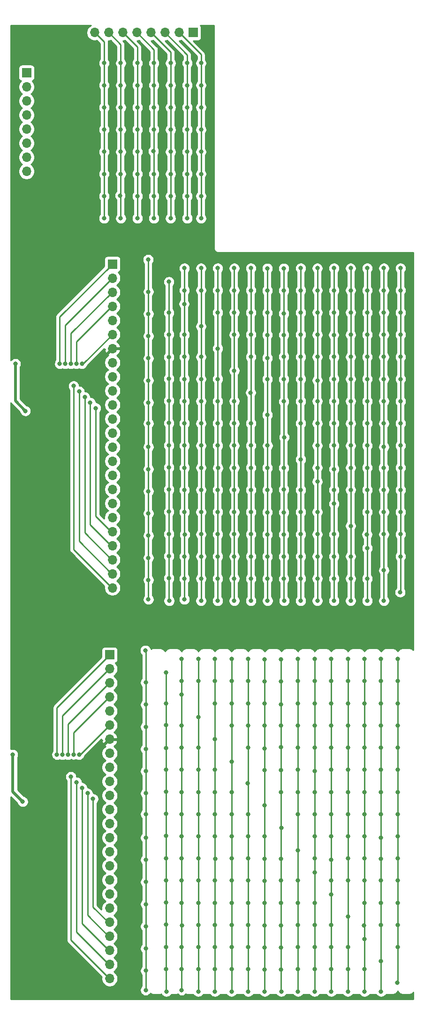
<source format=gbr>
%TF.GenerationSoftware,KiCad,Pcbnew,(5.1.9)-1*%
%TF.CreationDate,2021-06-16T16:09:48-07:00*%
%TF.ProjectId,noname,6e6f6e61-6d65-42e6-9b69-6361645f7063,rev?*%
%TF.SameCoordinates,Original*%
%TF.FileFunction,Copper,L2,Bot*%
%TF.FilePolarity,Positive*%
%FSLAX46Y46*%
G04 Gerber Fmt 4.6, Leading zero omitted, Abs format (unit mm)*
G04 Created by KiCad (PCBNEW (5.1.9)-1) date 2021-06-16 16:09:48*
%MOMM*%
%LPD*%
G01*
G04 APERTURE LIST*
%TA.AperFunction,ComponentPad*%
%ADD10O,1.700000X1.700000*%
%TD*%
%TA.AperFunction,ComponentPad*%
%ADD11R,1.700000X1.700000*%
%TD*%
%TA.AperFunction,ViaPad*%
%ADD12C,0.800000*%
%TD*%
%TA.AperFunction,Conductor*%
%ADD13C,0.250000*%
%TD*%
%TA.AperFunction,Conductor*%
%ADD14C,0.508000*%
%TD*%
%TA.AperFunction,Conductor*%
%ADD15C,0.254000*%
%TD*%
%TA.AperFunction,Conductor*%
%ADD16C,0.150000*%
%TD*%
G04 APERTURE END LIST*
D10*
X31500000Y-184670000D03*
X31500000Y-182130000D03*
X31500000Y-179590000D03*
X31500000Y-177050000D03*
X31500000Y-174510000D03*
X31500000Y-171970000D03*
X31500000Y-169430000D03*
X31500000Y-166890000D03*
X31500000Y-164350000D03*
X31500000Y-161810000D03*
X31500000Y-159270000D03*
X31500000Y-156730000D03*
X31500000Y-154190000D03*
X31500000Y-151650000D03*
X31500000Y-149110000D03*
X31500000Y-146570000D03*
X31500000Y-144030000D03*
X31500000Y-141490000D03*
X31500000Y-138950000D03*
X31500000Y-136410000D03*
X31500000Y-133870000D03*
X31500000Y-131330000D03*
X31500000Y-128790000D03*
D11*
X31500000Y-126250000D03*
X32000000Y-55750000D03*
D10*
X32000000Y-58290000D03*
X32000000Y-60830000D03*
X32000000Y-63370000D03*
X32000000Y-65910000D03*
X32000000Y-68450000D03*
X32000000Y-70990000D03*
X32000000Y-73530000D03*
X32000000Y-76070000D03*
X32000000Y-78610000D03*
X32000000Y-81150000D03*
X32000000Y-83690000D03*
X32000000Y-86230000D03*
X32000000Y-88770000D03*
X32000000Y-91310000D03*
X32000000Y-93850000D03*
X32000000Y-96390000D03*
X32000000Y-98930000D03*
X32000000Y-101470000D03*
X32000000Y-104010000D03*
X32000000Y-106550000D03*
X32000000Y-109090000D03*
X32000000Y-111630000D03*
X32000000Y-114170000D03*
D11*
X46580000Y-14000000D03*
D10*
X44040000Y-14000000D03*
X41500000Y-14000000D03*
X38960000Y-14000000D03*
X36420000Y-14000000D03*
X33880000Y-14000000D03*
X31340000Y-14000000D03*
X28800000Y-14000000D03*
D11*
X16500000Y-21250000D03*
D10*
X16500000Y-23790000D03*
X16500000Y-26330000D03*
X16500000Y-28870000D03*
X16500000Y-31410000D03*
X16500000Y-33950000D03*
X16500000Y-36490000D03*
X16500000Y-39030000D03*
D12*
X30500000Y-19500000D03*
X30500000Y-23500000D03*
X30500000Y-27500000D03*
X30500000Y-31500000D03*
X30500000Y-35500000D03*
X30500000Y-39500000D03*
X30500000Y-43500000D03*
X30500000Y-47500000D03*
X33500000Y-47500000D03*
X33400000Y-43400000D03*
X33500000Y-39500000D03*
X33500000Y-35500000D03*
X33500000Y-31500000D03*
X33500000Y-27500000D03*
X33500000Y-23500000D03*
X33500000Y-19500000D03*
X36500000Y-19500000D03*
X36500000Y-23500000D03*
X36500000Y-27500000D03*
X36500000Y-31500000D03*
X36500000Y-35500000D03*
X36500000Y-39500000D03*
X36500000Y-43500000D03*
X36500000Y-47500000D03*
X39500000Y-47500000D03*
X39500000Y-43500000D03*
X39500000Y-39500000D03*
X39400000Y-35400000D03*
X39500000Y-31500000D03*
X39500000Y-27500000D03*
X39500000Y-23500000D03*
X39500000Y-19500000D03*
X42500000Y-19500000D03*
X42500000Y-23500000D03*
X42500000Y-27500000D03*
X42500000Y-31500000D03*
X42500000Y-35500000D03*
X42500000Y-39500000D03*
X42500000Y-43500000D03*
X42500000Y-47500000D03*
X45500000Y-47500000D03*
X45500000Y-43500000D03*
X45500000Y-39500000D03*
X45500000Y-35500000D03*
X45500000Y-31500000D03*
X45500000Y-27500000D03*
X45500000Y-23500000D03*
X45500000Y-19500000D03*
X48000000Y-19500000D03*
X48000000Y-23500000D03*
X48000000Y-27500000D03*
X48000000Y-31500000D03*
X48000000Y-35500000D03*
X48000000Y-43500000D03*
X48000000Y-39500000D03*
X48000000Y-47500000D03*
X38500000Y-116250000D03*
X38500000Y-112750000D03*
X38500000Y-108750000D03*
X38500000Y-104750000D03*
X38500000Y-100750000D03*
X38500000Y-96750000D03*
X38500000Y-92750000D03*
X38500000Y-88750000D03*
X38500000Y-80750000D03*
X38500000Y-76750000D03*
X38500000Y-72750000D03*
X38500000Y-68750000D03*
X38500000Y-64750000D03*
X38500000Y-60750000D03*
X38450000Y-54950000D03*
X38500000Y-84500000D03*
X38000000Y-155000000D03*
X37950000Y-125450000D03*
X38000000Y-167250000D03*
X38000000Y-186750000D03*
X38000000Y-139250000D03*
X38000000Y-159250000D03*
X38000000Y-143250000D03*
X38000000Y-163250000D03*
X38000000Y-151250000D03*
X38000000Y-135250000D03*
X38000000Y-183250000D03*
X38000000Y-171250000D03*
X38000000Y-147250000D03*
X38000000Y-179250000D03*
X38000000Y-175250000D03*
X38000000Y-131250000D03*
X42200000Y-58950000D03*
X42200000Y-112450000D03*
X42200000Y-108450000D03*
X42200000Y-104450000D03*
X42200000Y-100450000D03*
X42200000Y-96450000D03*
X42200000Y-92450000D03*
X42200000Y-88450000D03*
X42200000Y-84450000D03*
X42200000Y-80450000D03*
X42200000Y-76450000D03*
X42200000Y-72550000D03*
X42200000Y-68450000D03*
X42200000Y-64550000D03*
X42250000Y-116500000D03*
X41700000Y-138950000D03*
X41700000Y-182950000D03*
X41700000Y-178950000D03*
X41700000Y-150950000D03*
X41700000Y-170950000D03*
X41700000Y-146950000D03*
X41700000Y-143050000D03*
X41700000Y-135050000D03*
X41700000Y-174950000D03*
X41700000Y-158950000D03*
X41700000Y-154950000D03*
X41700000Y-166950000D03*
X41700000Y-129450000D03*
X41700000Y-162950000D03*
X41750000Y-187000000D03*
X45000000Y-116250000D03*
X45000000Y-68500000D03*
X45000000Y-72500000D03*
X45000000Y-76500000D03*
X45000000Y-80500000D03*
X45000000Y-84500000D03*
X45000000Y-88500000D03*
X45000000Y-92500000D03*
X45000000Y-96500000D03*
X45000000Y-100500000D03*
X45050000Y-104550000D03*
X45000000Y-108500000D03*
X45000000Y-112500000D03*
X45000000Y-60500000D03*
X44949998Y-62950000D03*
X45000000Y-56499998D03*
X44500000Y-186750000D03*
X44500000Y-139000000D03*
X44500000Y-131000000D03*
X44500000Y-183000000D03*
X44500000Y-167000000D03*
X44500000Y-155000000D03*
X44500000Y-143000000D03*
X44500000Y-171000000D03*
X44500000Y-159000000D03*
X44500000Y-147000000D03*
X44449998Y-133450000D03*
X44550000Y-175050000D03*
X44500000Y-179000000D03*
X44500000Y-126999998D03*
X44500000Y-163000000D03*
X44500000Y-151000000D03*
X48000000Y-56500000D03*
X48000000Y-116500000D03*
X48000000Y-60500000D03*
X48000000Y-72500000D03*
X48000000Y-76500000D03*
X48000000Y-80500000D03*
X48000000Y-84500000D03*
X48000000Y-88500000D03*
X48000000Y-92500000D03*
X48000000Y-96500000D03*
X48000000Y-100500000D03*
X48000000Y-104500000D03*
X48000000Y-108500000D03*
X48000000Y-112500000D03*
X48000000Y-67000000D03*
X47500000Y-137500000D03*
X47500000Y-155000000D03*
X47500000Y-127000000D03*
X47500000Y-187000000D03*
X47500000Y-167000000D03*
X47500000Y-143000000D03*
X47500000Y-179000000D03*
X47500000Y-171000000D03*
X47500000Y-183000000D03*
X47500000Y-159000000D03*
X47500000Y-147000000D03*
X47500000Y-131000000D03*
X47500000Y-163000000D03*
X47500000Y-175000000D03*
X47500000Y-151000000D03*
X51000000Y-56500000D03*
X51000000Y-116500000D03*
X51000000Y-112500000D03*
X51000000Y-108500000D03*
X51000000Y-104500000D03*
X51000000Y-100500000D03*
X51000000Y-96500000D03*
X51050000Y-92550000D03*
X51000000Y-88500000D03*
X51000000Y-84500000D03*
X51000000Y-80500000D03*
X51000000Y-76500000D03*
X51000000Y-71000000D03*
X51000000Y-64500000D03*
X51000000Y-60500000D03*
X50500000Y-187000000D03*
X50500000Y-127000000D03*
X50500000Y-135000000D03*
X50500000Y-155000000D03*
X50500000Y-183000000D03*
X50500000Y-171000000D03*
X50500000Y-179000000D03*
X50500000Y-151000000D03*
X50500000Y-131000000D03*
X50500000Y-167000000D03*
X50500000Y-159000000D03*
X50500000Y-175000000D03*
X50500000Y-141500000D03*
X50550000Y-163050000D03*
X50500000Y-147000000D03*
X54000000Y-56500000D03*
X54000000Y-116500000D03*
X54000000Y-112500000D03*
X54000000Y-108500000D03*
X54000000Y-104500000D03*
X54000000Y-100500000D03*
X54000000Y-96500000D03*
X54000000Y-92500000D03*
X54000000Y-88500000D03*
X54000000Y-84500000D03*
X54000000Y-80500000D03*
X54000000Y-75000000D03*
X54000000Y-68500000D03*
X54000000Y-64500000D03*
X54000000Y-60500000D03*
X53500000Y-179000000D03*
X53500000Y-155000000D03*
X53500000Y-167000000D03*
X53500000Y-139000000D03*
X53500000Y-151000000D03*
X53500000Y-163000000D03*
X53500000Y-135000000D03*
X53500000Y-175000000D03*
X53500000Y-183000000D03*
X53500000Y-171000000D03*
X53500000Y-145500000D03*
X53500000Y-159000000D03*
X53500000Y-131000000D03*
X53500000Y-127000000D03*
X53500000Y-187000000D03*
X57000000Y-56500000D03*
X57000000Y-116500000D03*
X57000000Y-112500000D03*
X57000000Y-108500000D03*
X57000000Y-104500000D03*
X57000000Y-100500000D03*
X57000000Y-88500000D03*
X57000000Y-84500000D03*
X57000000Y-72500000D03*
X57000000Y-64500000D03*
X57000000Y-60500000D03*
X57000000Y-68500000D03*
X56950000Y-78949998D03*
X57000005Y-96499995D03*
X57000000Y-92500002D03*
X56500000Y-139000000D03*
X56500005Y-166999995D03*
X56450000Y-149449998D03*
X56500000Y-163000002D03*
X56500000Y-183000000D03*
X56500000Y-175000000D03*
X56500000Y-155000000D03*
X56500000Y-135000000D03*
X56500000Y-127000000D03*
X56500000Y-187000000D03*
X56500000Y-143000000D03*
X56500000Y-159000000D03*
X56500000Y-171000000D03*
X56500000Y-179000000D03*
X56500000Y-131000000D03*
X59950000Y-56550000D03*
X60000000Y-116500000D03*
X59950000Y-112550000D03*
X59950000Y-108550000D03*
X59950000Y-104550000D03*
X59950000Y-100550000D03*
X59950000Y-96550000D03*
X59950000Y-92550000D03*
X60000000Y-88500000D03*
X59950000Y-76550000D03*
X59950000Y-72700000D03*
X59950000Y-68550000D03*
X59950000Y-64550000D03*
X59950000Y-60550000D03*
X59950003Y-82950003D03*
X59450000Y-163050000D03*
X59450000Y-139050000D03*
X59450000Y-175050000D03*
X59500000Y-159000000D03*
X59500000Y-187000000D03*
X59450000Y-127050000D03*
X59450000Y-171050000D03*
X59450000Y-135050000D03*
X59450000Y-147050000D03*
X59450000Y-183050000D03*
X59450000Y-179050000D03*
X59450000Y-143200000D03*
X59450000Y-131050000D03*
X59450000Y-167050000D03*
X59450003Y-153450003D03*
X62950000Y-56550000D03*
X63000000Y-116500000D03*
X62950000Y-112550000D03*
X62950000Y-108550000D03*
X62950000Y-104550000D03*
X62950000Y-100550000D03*
X62950000Y-96450000D03*
X62950000Y-92550000D03*
X62950000Y-80550000D03*
X62950000Y-76550000D03*
X62950000Y-72450000D03*
X62950000Y-68550000D03*
X62950000Y-64700000D03*
X62950000Y-60550000D03*
X63000000Y-87000000D03*
X62450000Y-179050000D03*
X62450000Y-147050000D03*
X62450000Y-175050000D03*
X62450000Y-142950000D03*
X62450000Y-139050000D03*
X62450000Y-171050000D03*
X62450000Y-135200000D03*
X62450000Y-166950000D03*
X62450000Y-131050000D03*
X62450000Y-163050000D03*
X62500000Y-187000000D03*
X62500000Y-157500000D03*
X62450000Y-151050000D03*
X62450000Y-183050000D03*
X62450000Y-127050000D03*
X66000000Y-56500000D03*
X66000000Y-116500000D03*
X66000000Y-112500000D03*
X66000000Y-108500000D03*
X66000000Y-104500000D03*
X66000000Y-100500000D03*
X66000000Y-96500000D03*
X66000000Y-84500000D03*
X66000000Y-80500000D03*
X66000000Y-76500000D03*
X66000000Y-72500000D03*
X66000000Y-68500000D03*
X66000000Y-64500000D03*
X66000000Y-60500000D03*
X66000000Y-91000000D03*
X65500000Y-143000000D03*
X65500000Y-175000000D03*
X65500000Y-171000000D03*
X65500000Y-139000000D03*
X65500000Y-167000000D03*
X65500000Y-135000000D03*
X65500000Y-131000000D03*
X65500000Y-155000000D03*
X65500000Y-187000000D03*
X65500000Y-161500000D03*
X65500000Y-183000000D03*
X65500000Y-151000000D03*
X65500000Y-127000000D03*
X65500000Y-179000000D03*
X65500000Y-147000000D03*
X69000000Y-56500000D03*
X69000000Y-116500000D03*
X69000000Y-112500000D03*
X69000000Y-108500000D03*
X69000000Y-104500000D03*
X69000000Y-100500000D03*
X69000000Y-95000000D03*
X69000000Y-92500000D03*
X69000000Y-88500000D03*
X69000000Y-84500000D03*
X69000000Y-80500000D03*
X69000000Y-76750000D03*
X69000000Y-72500000D03*
X69000000Y-68500000D03*
X69000000Y-64500000D03*
X69000000Y-60500000D03*
X68500000Y-175000000D03*
X68500000Y-139000000D03*
X68500000Y-163000000D03*
X68500000Y-171000000D03*
X68500000Y-159000000D03*
X68500000Y-155000000D03*
X68500000Y-151000000D03*
X68500000Y-147250000D03*
X68500000Y-187000000D03*
X68500000Y-127000000D03*
X68500000Y-183000000D03*
X68500000Y-165500000D03*
X68500000Y-179000000D03*
X68500000Y-143000000D03*
X68500000Y-135000000D03*
X68500000Y-131000000D03*
X72000000Y-56500000D03*
X72000000Y-116500000D03*
X72000000Y-112500000D03*
X72000000Y-108500000D03*
X72000000Y-104500000D03*
X72000000Y-99000000D03*
X72000000Y-96500000D03*
X72000000Y-92750000D03*
X72000000Y-88500000D03*
X72000000Y-84500000D03*
X72000000Y-80500000D03*
X72000000Y-76500000D03*
X72000000Y-72500000D03*
X71950000Y-68550000D03*
X72000000Y-64500000D03*
X72000000Y-60500000D03*
X71500000Y-143000000D03*
X71500000Y-135000000D03*
X71500000Y-169500000D03*
X71450000Y-139050000D03*
X71500000Y-131000000D03*
X71500000Y-167000000D03*
X71500000Y-187000000D03*
X71500000Y-163250000D03*
X71500000Y-183000000D03*
X71500000Y-127000000D03*
X71500000Y-179000000D03*
X71500000Y-159000000D03*
X71500000Y-175000000D03*
X71500000Y-155000000D03*
X71500000Y-151000000D03*
X71500000Y-147000000D03*
X29000000Y-81750000D03*
X75000000Y-56500000D03*
X75000000Y-116500000D03*
X75000000Y-112500000D03*
X75000000Y-108500000D03*
X75000000Y-103000000D03*
X75000000Y-96500000D03*
X75000000Y-92500000D03*
X75000000Y-88500000D03*
X75000000Y-84500000D03*
X75000000Y-80500000D03*
X75000000Y-76500000D03*
X75000000Y-72500000D03*
X75000000Y-68500000D03*
X75000000Y-64500000D03*
X75000000Y-60500000D03*
X28500000Y-152250000D03*
X74500000Y-159000000D03*
X74500000Y-155000000D03*
X74500000Y-151000000D03*
X74500000Y-147000000D03*
X74500000Y-127000000D03*
X74500000Y-183000000D03*
X74500000Y-187000000D03*
X74500000Y-143000000D03*
X74500000Y-179000000D03*
X74500000Y-139000000D03*
X74500000Y-173500000D03*
X74500000Y-167000000D03*
X74500000Y-135000000D03*
X74500000Y-163000000D03*
X74500000Y-131000000D03*
X28000000Y-80750000D03*
X78000000Y-56500000D03*
X78000000Y-116500000D03*
X78000000Y-112500000D03*
X78000000Y-107000000D03*
X77950000Y-104550000D03*
X78000000Y-100500000D03*
X78000000Y-96500000D03*
X78000000Y-92500000D03*
X78000000Y-88500000D03*
X78000000Y-84500000D03*
X78000000Y-80500000D03*
X78000000Y-76500000D03*
X78000000Y-72500000D03*
X78000000Y-68500000D03*
X78000000Y-64500000D03*
X78000000Y-60500000D03*
X27500000Y-151250000D03*
X77500000Y-187000000D03*
X77500000Y-183000000D03*
X77500000Y-147000000D03*
X77500000Y-127000000D03*
X77500000Y-143000000D03*
X77500000Y-177500000D03*
X77500000Y-171000000D03*
X77450000Y-175050000D03*
X77500000Y-139000000D03*
X77500000Y-135000000D03*
X77500000Y-167000000D03*
X77500000Y-131000000D03*
X77500000Y-163000000D03*
X77500000Y-159000000D03*
X77500000Y-155000000D03*
X77500000Y-151000000D03*
X27000000Y-79750000D03*
X81000000Y-56500000D03*
X81000000Y-116500000D03*
X81000000Y-111000000D03*
X81000000Y-104500000D03*
X81000000Y-100500000D03*
X81000000Y-96500000D03*
X80950000Y-92550000D03*
X81000000Y-88750000D03*
X81000000Y-84500000D03*
X81000000Y-80500000D03*
X81000000Y-76500000D03*
X81000000Y-72500000D03*
X81000000Y-68500000D03*
X81000000Y-64500000D03*
X81000000Y-60500000D03*
X26500000Y-150250000D03*
X80500000Y-147000000D03*
X80500000Y-143000000D03*
X80500000Y-139000000D03*
X80500000Y-135000000D03*
X80500000Y-131000000D03*
X80500000Y-167000000D03*
X80500000Y-159250000D03*
X80450000Y-163050000D03*
X80500000Y-155000000D03*
X80500000Y-151000000D03*
X80500000Y-181500000D03*
X80500000Y-127000000D03*
X80500000Y-187000000D03*
X80500000Y-175000000D03*
X80500000Y-171000000D03*
X26000000Y-78750010D03*
X84000000Y-56500000D03*
X83950000Y-114950000D03*
X84000000Y-108500000D03*
X84000000Y-104500000D03*
X84000000Y-100500000D03*
X84000000Y-96500000D03*
X84000000Y-92500000D03*
X84000000Y-88500000D03*
X84000000Y-84500000D03*
X84000000Y-80500000D03*
X84000000Y-76500000D03*
X84000000Y-72500000D03*
X84000000Y-68500000D03*
X84000000Y-64500000D03*
X84000000Y-60500000D03*
X25500000Y-149250010D03*
X83500000Y-127000000D03*
X83500000Y-175000000D03*
X83500000Y-171000000D03*
X83500000Y-159000000D03*
X83500000Y-151000000D03*
X83500000Y-139000000D03*
X83500000Y-147000000D03*
X83450000Y-185450000D03*
X83500000Y-135000000D03*
X83500000Y-131000000D03*
X83500000Y-143000000D03*
X83500000Y-167000000D03*
X83500000Y-179000000D03*
X83500000Y-163000000D03*
X83500000Y-155000000D03*
X25000000Y-77750000D03*
X24500000Y-148250000D03*
X22487389Y-73750000D03*
X21987389Y-144250000D03*
X23487400Y-73749998D03*
X22987400Y-144249998D03*
X24487411Y-73750161D03*
X23987411Y-144250161D03*
X25487340Y-73737340D03*
X24987340Y-144237340D03*
X16299910Y-82250000D03*
X14500000Y-73750000D03*
X15799910Y-152750000D03*
X14000000Y-144250000D03*
X26487344Y-73762704D03*
X25987344Y-144262704D03*
X17070942Y-77657551D03*
X16570942Y-148157551D03*
X16174962Y-52000000D03*
X18800000Y-121000000D03*
D13*
X30500000Y-47500000D02*
X30500000Y-19500000D01*
X30500000Y-15700000D02*
X28800000Y-14000000D01*
X30500000Y-19500000D02*
X30500000Y-15700000D01*
X33500000Y-47500000D02*
X33500000Y-19500000D01*
X33500000Y-16160000D02*
X31340000Y-14000000D01*
X33500000Y-19500000D02*
X33500000Y-16160000D01*
X36500000Y-47500000D02*
X36500000Y-19500000D01*
X36500000Y-16620000D02*
X33880000Y-14000000D01*
X36500000Y-19500000D02*
X36500000Y-16620000D01*
X39500000Y-47500000D02*
X39500000Y-19500000D01*
X39500000Y-17080000D02*
X36420000Y-14000000D01*
X39500000Y-19500000D02*
X39500000Y-17080000D01*
X42500000Y-47500000D02*
X42500000Y-19500000D01*
X42500000Y-17540000D02*
X38960000Y-14000000D01*
X42500000Y-19500000D02*
X42500000Y-17540000D01*
X45500000Y-47500000D02*
X45500000Y-19500000D01*
X45500000Y-18000000D02*
X41500000Y-14000000D01*
X45500000Y-19500000D02*
X45500000Y-18000000D01*
X48000000Y-47500000D02*
X48000000Y-19500000D01*
X48000000Y-17960000D02*
X44040000Y-14000000D01*
X48000000Y-19500000D02*
X48000000Y-17960000D01*
X38500000Y-112750000D02*
X38500000Y-116250000D01*
X38500000Y-108750000D02*
X38500000Y-112750000D01*
X38500000Y-104750000D02*
X38500000Y-108750000D01*
X38500000Y-100750000D02*
X38500000Y-104750000D01*
X38500000Y-92750000D02*
X38500000Y-100750000D01*
X38500000Y-88750000D02*
X38500000Y-92750000D01*
X38500000Y-76750000D02*
X38500000Y-80750000D01*
X38500000Y-72750000D02*
X38500000Y-76750000D01*
X38500000Y-68750000D02*
X38500000Y-72750000D01*
X38500000Y-64750000D02*
X38500000Y-68750000D01*
X38500000Y-60750000D02*
X38500000Y-64750000D01*
X38500000Y-60750000D02*
X38500000Y-55000000D01*
X38500000Y-55000000D02*
X38450000Y-54950000D01*
X38500000Y-80750000D02*
X38500000Y-84500000D01*
X38500000Y-88750000D02*
X38500000Y-84500000D01*
X38000000Y-159250000D02*
X38000000Y-163250000D01*
X38000000Y-175250000D02*
X38000000Y-179250000D01*
X38000000Y-147250000D02*
X38000000Y-151250000D01*
X38000000Y-135250000D02*
X38000000Y-139250000D01*
X38000000Y-183250000D02*
X38000000Y-186750000D01*
X38000000Y-171250000D02*
X38000000Y-175250000D01*
X38000000Y-143250000D02*
X38000000Y-147250000D01*
X38000000Y-131250000D02*
X38000000Y-135250000D01*
X38000000Y-163250000D02*
X38000000Y-171250000D01*
X38000000Y-179250000D02*
X38000000Y-183250000D01*
X38000000Y-139250000D02*
X38000000Y-143250000D01*
X38000000Y-131250000D02*
X38000000Y-125500000D01*
X38000000Y-125500000D02*
X37950000Y-125450000D01*
X38000000Y-159250000D02*
X38000000Y-155000000D01*
X38000000Y-151250000D02*
X38000000Y-155000000D01*
X42200000Y-108450000D02*
X42200000Y-112450000D01*
X42200000Y-104450000D02*
X42200000Y-108450000D01*
X42200000Y-100450000D02*
X42200000Y-104450000D01*
X42200000Y-96450000D02*
X42200000Y-100450000D01*
X42200000Y-92450000D02*
X42200000Y-96450000D01*
X42200000Y-88450000D02*
X42200000Y-92450000D01*
X42200000Y-84450000D02*
X42200000Y-88450000D01*
X42200000Y-80450000D02*
X42200000Y-84450000D01*
X42200000Y-76450000D02*
X42200000Y-80450000D01*
X42200000Y-72550000D02*
X42200000Y-76450000D01*
X42200000Y-68450000D02*
X42200000Y-72550000D01*
X42200000Y-64550000D02*
X42200000Y-68450000D01*
X42200000Y-58950000D02*
X42200000Y-64550000D01*
X42200000Y-116450000D02*
X42250000Y-116500000D01*
X42200000Y-112450000D02*
X42200000Y-116450000D01*
X41700000Y-186950000D02*
X41750000Y-187000000D01*
X41700000Y-182950000D02*
X41700000Y-186950000D01*
X41700000Y-146950000D02*
X41700000Y-150950000D01*
X41700000Y-166950000D02*
X41700000Y-170950000D01*
X41700000Y-135050000D02*
X41700000Y-138950000D01*
X41700000Y-129450000D02*
X41700000Y-135050000D01*
X41700000Y-150950000D02*
X41700000Y-154950000D01*
X41700000Y-178950000D02*
X41700000Y-182950000D01*
X41700000Y-174950000D02*
X41700000Y-178950000D01*
X41700000Y-138950000D02*
X41700000Y-143050000D01*
X41700000Y-154950000D02*
X41700000Y-158950000D01*
X41700000Y-162950000D02*
X41700000Y-166950000D01*
X41700000Y-170950000D02*
X41700000Y-174950000D01*
X41700000Y-143050000D02*
X41700000Y-146950000D01*
X41700000Y-158950000D02*
X41700000Y-162950000D01*
X45000000Y-72500000D02*
X45000000Y-68500000D01*
X45000000Y-76500000D02*
X45000000Y-72500000D01*
X45000000Y-80500000D02*
X45000000Y-76500000D01*
X45000000Y-84500000D02*
X45000000Y-80500000D01*
X45000000Y-88500000D02*
X45000000Y-84500000D01*
X45000000Y-92500000D02*
X45000000Y-88500000D01*
X45000000Y-96500000D02*
X45000000Y-92500000D01*
X45000000Y-100500000D02*
X45000000Y-96500000D01*
X45000000Y-108500000D02*
X45000000Y-100500000D01*
X45000000Y-112500000D02*
X45000000Y-108500000D01*
X45000000Y-116250000D02*
X45000000Y-112500000D01*
X45000000Y-60500000D02*
X45000000Y-62899998D01*
X45000000Y-68500000D02*
X45000000Y-63000002D01*
X45000000Y-63000002D02*
X44949998Y-62950000D01*
X45000000Y-62899998D02*
X44949998Y-62950000D01*
X45000000Y-60500000D02*
X45000000Y-56750000D01*
X45000000Y-56750000D02*
X45000000Y-56499998D01*
X44500000Y-167000000D02*
X44500000Y-163000000D01*
X44500000Y-127250000D02*
X44500000Y-126999998D01*
X44500000Y-131000000D02*
X44500000Y-127250000D01*
X44500000Y-151000000D02*
X44500000Y-147000000D01*
X44500000Y-155000000D02*
X44500000Y-151000000D01*
X44500000Y-186750000D02*
X44500000Y-183000000D01*
X44500000Y-183000000D02*
X44500000Y-179000000D01*
X44500000Y-163000000D02*
X44500000Y-159000000D01*
X44500000Y-147000000D02*
X44500000Y-143000000D01*
X44500000Y-179000000D02*
X44500000Y-171000000D01*
X44500000Y-171000000D02*
X44500000Y-167000000D01*
X44500000Y-159000000D02*
X44500000Y-155000000D01*
X44500000Y-143000000D02*
X44500000Y-139000000D01*
X44500000Y-131000000D02*
X44500000Y-133399998D01*
X44500000Y-133500002D02*
X44449998Y-133450000D01*
X44500000Y-133399998D02*
X44449998Y-133450000D01*
X44500000Y-139000000D02*
X44500000Y-133500002D01*
X48000000Y-56500000D02*
X48000000Y-57065685D01*
X48000000Y-57065685D02*
X48000000Y-60500000D01*
X48000000Y-60500000D02*
X48000000Y-64500000D01*
X48000000Y-64500000D02*
X48000000Y-72500000D01*
X48000000Y-72500000D02*
X48000000Y-76500000D01*
X48000000Y-76500000D02*
X48000000Y-80500000D01*
X48000000Y-80500000D02*
X48000000Y-84500000D01*
X48000000Y-84500000D02*
X48000000Y-88500000D01*
X48000000Y-88500000D02*
X48000000Y-92500000D01*
X48000000Y-92500000D02*
X48000000Y-96500000D01*
X48000000Y-96500000D02*
X48000000Y-100500000D01*
X48000000Y-100500000D02*
X48000000Y-104500000D01*
X48000000Y-104500000D02*
X48000000Y-108500000D01*
X48000000Y-112500000D02*
X48000000Y-116500000D01*
X48000000Y-108500000D02*
X48000000Y-112500000D01*
X47500000Y-163000000D02*
X47500000Y-167000000D01*
X47500000Y-171000000D02*
X47500000Y-175000000D01*
X47500000Y-135000000D02*
X47500000Y-143000000D01*
X47500000Y-143000000D02*
X47500000Y-147000000D01*
X47500000Y-127000000D02*
X47500000Y-127565685D01*
X47500000Y-179000000D02*
X47500000Y-183000000D01*
X47500000Y-183000000D02*
X47500000Y-187000000D01*
X47500000Y-159000000D02*
X47500000Y-163000000D01*
X47500000Y-167000000D02*
X47500000Y-171000000D01*
X47500000Y-131000000D02*
X47500000Y-135000000D01*
X47500000Y-151000000D02*
X47500000Y-155000000D01*
X47500000Y-155000000D02*
X47500000Y-159000000D01*
X47500000Y-175000000D02*
X47500000Y-179000000D01*
X47500000Y-127565685D02*
X47500000Y-131000000D01*
X47500000Y-147000000D02*
X47500000Y-151000000D01*
X51000000Y-112500000D02*
X51000000Y-116500000D01*
X51000000Y-108500000D02*
X51000000Y-112500000D01*
X51000000Y-104500000D02*
X51000000Y-108500000D01*
X51000000Y-100500000D02*
X51000000Y-104500000D01*
X51000000Y-96500000D02*
X51000000Y-100500000D01*
X51000000Y-88500000D02*
X51000000Y-96500000D01*
X51000000Y-84500000D02*
X51000000Y-88500000D01*
X51000000Y-80500000D02*
X51000000Y-84500000D01*
X51000000Y-76500000D02*
X51000000Y-80500000D01*
X51000000Y-71000000D02*
X51000000Y-76500000D01*
X51000000Y-64500000D02*
X51000000Y-71000000D01*
X51000000Y-60500000D02*
X51000000Y-64500000D01*
X51000000Y-56500000D02*
X51000000Y-60500000D01*
X50500000Y-167000000D02*
X50500000Y-171000000D01*
X50500000Y-179000000D02*
X50500000Y-183000000D01*
X50500000Y-171000000D02*
X50500000Y-175000000D01*
X50500000Y-183000000D02*
X50500000Y-187000000D01*
X50500000Y-175000000D02*
X50500000Y-179000000D01*
X50500000Y-147000000D02*
X50500000Y-151000000D01*
X50500000Y-159000000D02*
X50500000Y-167000000D01*
X50500000Y-127000000D02*
X50500000Y-131000000D01*
X50500000Y-131000000D02*
X50500000Y-135000000D01*
X50500000Y-135000000D02*
X50500000Y-141500000D01*
X50500000Y-141500000D02*
X50500000Y-147000000D01*
X50500000Y-155000000D02*
X50500000Y-159000000D01*
X50500000Y-151000000D02*
X50500000Y-155000000D01*
X54000000Y-112500000D02*
X54000000Y-116500000D01*
X54000000Y-108500000D02*
X54000000Y-112500000D01*
X54000000Y-104500000D02*
X54000000Y-108500000D01*
X54000000Y-100500000D02*
X54000000Y-104500000D01*
X54000000Y-96500000D02*
X54000000Y-100500000D01*
X54000000Y-92500000D02*
X54000000Y-96500000D01*
X54000000Y-88500000D02*
X54000000Y-92500000D01*
X54000000Y-84500000D02*
X54000000Y-88500000D01*
X54000000Y-80500000D02*
X54000000Y-84500000D01*
X54000000Y-68500000D02*
X54000000Y-80500000D01*
X54000000Y-64500000D02*
X54000000Y-68500000D01*
X54000000Y-60500000D02*
X54000000Y-64500000D01*
X54000000Y-56500000D02*
X54000000Y-60500000D01*
X53500000Y-155000000D02*
X53500000Y-159000000D01*
X53500000Y-151000000D02*
X53500000Y-155000000D01*
X53500000Y-171000000D02*
X53500000Y-175000000D01*
X53500000Y-175000000D02*
X53500000Y-179000000D01*
X53500000Y-163000000D02*
X53500000Y-167000000D01*
X53500000Y-167000000D02*
X53500000Y-171000000D01*
X53500000Y-159000000D02*
X53500000Y-163000000D01*
X53500000Y-135000000D02*
X53500000Y-139000000D01*
X53500000Y-179000000D02*
X53500000Y-183000000D01*
X53500000Y-183000000D02*
X53500000Y-187000000D01*
X53500000Y-131000000D02*
X53500000Y-135000000D01*
X53500000Y-127000000D02*
X53500000Y-131000000D01*
X53500000Y-139000000D02*
X53500000Y-151000000D01*
X57000000Y-112500000D02*
X57000000Y-116500000D01*
X57000000Y-108500000D02*
X57000000Y-112500000D01*
X57000000Y-104500000D02*
X57000000Y-108500000D01*
X57000000Y-100500000D02*
X57000000Y-104500000D01*
X57000000Y-84500000D02*
X57000000Y-88500000D01*
X57000000Y-72500000D02*
X57000000Y-84500000D01*
X57000000Y-60500000D02*
X57000000Y-64500000D01*
X57000000Y-56500000D02*
X57000000Y-60500000D01*
X57000000Y-68500000D02*
X57000000Y-72500000D01*
X57000000Y-64500000D02*
X57000000Y-68500000D01*
X57000000Y-100500000D02*
X57000000Y-96500000D01*
X57000000Y-96500000D02*
X57000005Y-96499995D01*
X57000000Y-88500000D02*
X57000000Y-92500002D01*
X57000005Y-96499995D02*
X57000005Y-92500007D01*
X57000005Y-92500007D02*
X57000000Y-92500002D01*
X56500000Y-135000000D02*
X56500000Y-139000000D01*
X56500000Y-139000000D02*
X56500000Y-143000000D01*
X56500000Y-179000000D02*
X56500000Y-183000000D01*
X56500000Y-175000000D02*
X56500000Y-179000000D01*
X56500000Y-143000000D02*
X56500000Y-155000000D01*
X56500000Y-171000000D02*
X56500000Y-175000000D01*
X56500000Y-155000000D02*
X56500000Y-159000000D01*
X56500000Y-159000000D02*
X56500000Y-163000002D01*
X56500005Y-163000007D02*
X56500000Y-163000002D01*
X56500005Y-166999995D02*
X56500005Y-163000007D01*
X56500000Y-131000000D02*
X56500000Y-135000000D01*
X56500000Y-127000000D02*
X56500000Y-131000000D01*
X56500000Y-183000000D02*
X56500000Y-187000000D01*
X56500000Y-167000000D02*
X56500005Y-166999995D01*
X56500000Y-171000000D02*
X56500000Y-167000000D01*
X59950000Y-116450000D02*
X60000000Y-116500000D01*
X59950000Y-112550000D02*
X59950000Y-116450000D01*
X59950000Y-108550000D02*
X59950000Y-112550000D01*
X59950000Y-104550000D02*
X59950000Y-108550000D01*
X59950000Y-100550000D02*
X59950000Y-104550000D01*
X59950000Y-96550000D02*
X59950000Y-100550000D01*
X59950000Y-92550000D02*
X59950000Y-96550000D01*
X59950000Y-88550000D02*
X59950000Y-88950000D01*
X60000000Y-88500000D02*
X59950000Y-88550000D01*
X59950000Y-76550000D02*
X59950000Y-92550000D01*
X59950000Y-72700000D02*
X59950000Y-76550000D01*
X59950000Y-68550000D02*
X59950000Y-72700000D01*
X59950000Y-64550000D02*
X59950000Y-68550000D01*
X59950000Y-60550000D02*
X59950000Y-64550000D01*
X59950000Y-56550000D02*
X59950000Y-60550000D01*
X59450000Y-139050000D02*
X59450000Y-143200000D01*
X59450000Y-163050000D02*
X59450000Y-167050000D01*
X59500000Y-159000000D02*
X59450000Y-159050000D01*
X59450000Y-159050000D02*
X59450000Y-159450000D01*
X59450000Y-135050000D02*
X59450000Y-139050000D01*
X59450000Y-167050000D02*
X59450000Y-171050000D01*
X59450000Y-131050000D02*
X59450000Y-135050000D01*
X59450000Y-127050000D02*
X59450000Y-131050000D01*
X59450000Y-147050000D02*
X59450000Y-163050000D01*
X59450000Y-143200000D02*
X59450000Y-147050000D01*
X59450000Y-171050000D02*
X59450000Y-175050000D01*
X59450000Y-186950000D02*
X59500000Y-187000000D01*
X59450000Y-183050000D02*
X59450000Y-186950000D01*
X59450000Y-179050000D02*
X59450000Y-183050000D01*
X59450000Y-175050000D02*
X59450000Y-179050000D01*
X62950000Y-116450000D02*
X63000000Y-116500000D01*
X62950000Y-112550000D02*
X62950000Y-116450000D01*
X62950000Y-108550000D02*
X62950000Y-112550000D01*
X62950000Y-104550000D02*
X62950000Y-108550000D01*
X62950000Y-100550000D02*
X62950000Y-104550000D01*
X62950000Y-96450000D02*
X62950000Y-100550000D01*
X62950000Y-92550000D02*
X62950000Y-96450000D01*
X62950000Y-80550000D02*
X62950000Y-92550000D01*
X62950000Y-76550000D02*
X62950000Y-80550000D01*
X62950000Y-72450000D02*
X62950000Y-76550000D01*
X62950000Y-68550000D02*
X62950000Y-72450000D01*
X62950000Y-64700000D02*
X62950000Y-68550000D01*
X62950000Y-60550000D02*
X62950000Y-64700000D01*
X62950000Y-56550000D02*
X62950000Y-60550000D01*
X62450000Y-179050000D02*
X62450000Y-183050000D01*
X62450000Y-131050000D02*
X62450000Y-135200000D01*
X62450000Y-127050000D02*
X62450000Y-131050000D01*
X62450000Y-163050000D02*
X62450000Y-166950000D01*
X62450000Y-142950000D02*
X62450000Y-147050000D01*
X62450000Y-175050000D02*
X62450000Y-179050000D01*
X62450000Y-139050000D02*
X62450000Y-142950000D01*
X62450000Y-186950000D02*
X62500000Y-187000000D01*
X62450000Y-171050000D02*
X62450000Y-175050000D01*
X62450000Y-151050000D02*
X62450000Y-163050000D01*
X62450000Y-183050000D02*
X62450000Y-186950000D01*
X62450000Y-135200000D02*
X62450000Y-139050000D01*
X62450000Y-166950000D02*
X62450000Y-171050000D01*
X62450000Y-147050000D02*
X62450000Y-151050000D01*
X66000000Y-112500000D02*
X66000000Y-116500000D01*
X66000000Y-108500000D02*
X66000000Y-112500000D01*
X66000000Y-104500000D02*
X66000000Y-108500000D01*
X66000000Y-100500000D02*
X66000000Y-104500000D01*
X66000000Y-96500000D02*
X66000000Y-100500000D01*
X66000000Y-84500000D02*
X66000000Y-96500000D01*
X66000000Y-80500000D02*
X66000000Y-84500000D01*
X66000000Y-76500000D02*
X66000000Y-80500000D01*
X66000000Y-72500000D02*
X66000000Y-76500000D01*
X66000000Y-68500000D02*
X66000000Y-72500000D01*
X66000000Y-64500000D02*
X66000000Y-68500000D01*
X66000000Y-60500000D02*
X66000000Y-64500000D01*
X66000000Y-56500000D02*
X66000000Y-60500000D01*
X65500000Y-127000000D02*
X65500000Y-131000000D01*
X65500000Y-131000000D02*
X65500000Y-135000000D01*
X65500000Y-143000000D02*
X65500000Y-147000000D01*
X65500000Y-175000000D02*
X65500000Y-179000000D01*
X65500000Y-155000000D02*
X65500000Y-167000000D01*
X65500000Y-139000000D02*
X65500000Y-143000000D01*
X65500000Y-171000000D02*
X65500000Y-175000000D01*
X65500000Y-151000000D02*
X65500000Y-155000000D01*
X65500000Y-183000000D02*
X65500000Y-187000000D01*
X65500000Y-135000000D02*
X65500000Y-139000000D01*
X65500000Y-167000000D02*
X65500000Y-171000000D01*
X65500000Y-147000000D02*
X65500000Y-151000000D01*
X65500000Y-179000000D02*
X65500000Y-183000000D01*
X69000000Y-112500000D02*
X69000000Y-116500000D01*
X69000000Y-108500000D02*
X69000000Y-112500000D01*
X69000000Y-104500000D02*
X69000000Y-108500000D01*
X69000000Y-100500000D02*
X69000000Y-104500000D01*
X69000000Y-92500000D02*
X69000000Y-100500000D01*
X69000000Y-88500000D02*
X69000000Y-92500000D01*
X69000000Y-84500000D02*
X69000000Y-88500000D01*
X69000000Y-80500000D02*
X69000000Y-84500000D01*
X69000000Y-76750000D02*
X69000000Y-80500000D01*
X69000000Y-72500000D02*
X69000000Y-76750000D01*
X69000000Y-68500000D02*
X69000000Y-72500000D01*
X69000000Y-64500000D02*
X69000000Y-68500000D01*
X69000000Y-56500000D02*
X69000000Y-60500000D01*
X69000000Y-64500000D02*
X69000000Y-60500000D01*
X68500000Y-143000000D02*
X68500000Y-147250000D01*
X68500000Y-171000000D02*
X68500000Y-175000000D01*
X68500000Y-159000000D02*
X68500000Y-163000000D01*
X68500000Y-183000000D02*
X68500000Y-187000000D01*
X68500000Y-175000000D02*
X68500000Y-179000000D01*
X68500000Y-151000000D02*
X68500000Y-155000000D01*
X68500000Y-179000000D02*
X68500000Y-183000000D01*
X68500000Y-147250000D02*
X68500000Y-151000000D01*
X68500000Y-139000000D02*
X68500000Y-143000000D01*
X68500000Y-163000000D02*
X68500000Y-171000000D01*
X68500000Y-155000000D02*
X68500000Y-159000000D01*
X68500000Y-135000000D02*
X68500000Y-139000000D01*
X68500000Y-127000000D02*
X68500000Y-131000000D01*
X68500000Y-135000000D02*
X68500000Y-131000000D01*
X72000000Y-112500000D02*
X72000000Y-116500000D01*
X72000000Y-108500000D02*
X72000000Y-112500000D01*
X72000000Y-104500000D02*
X72000000Y-108500000D01*
X72000000Y-96500000D02*
X72000000Y-104500000D01*
X72000000Y-92750000D02*
X72000000Y-96500000D01*
X72000000Y-88500000D02*
X72000000Y-92750000D01*
X72000000Y-84500000D02*
X72000000Y-88500000D01*
X72000000Y-80500000D02*
X72000000Y-84500000D01*
X72000000Y-76500000D02*
X72000000Y-80500000D01*
X72000000Y-72500000D02*
X72000000Y-76500000D01*
X72000000Y-64500000D02*
X72000000Y-72500000D01*
X72000000Y-60500000D02*
X72000000Y-64500000D01*
X72000000Y-56500000D02*
X72000000Y-60500000D01*
X71500000Y-159000000D02*
X71500000Y-163250000D01*
X71500000Y-135000000D02*
X71500000Y-143000000D01*
X71500000Y-151000000D02*
X71500000Y-155000000D01*
X71500000Y-167000000D02*
X71500000Y-175000000D01*
X71500000Y-147000000D02*
X71500000Y-151000000D01*
X71500000Y-155000000D02*
X71500000Y-159000000D01*
X71500000Y-131000000D02*
X71500000Y-135000000D01*
X71500000Y-127000000D02*
X71500000Y-131000000D01*
X71500000Y-143000000D02*
X71500000Y-147000000D01*
X71500000Y-163250000D02*
X71500000Y-167000000D01*
X71500000Y-179000000D02*
X71500000Y-183000000D01*
X71500000Y-175000000D02*
X71500000Y-179000000D01*
X71500000Y-183000000D02*
X71500000Y-187000000D01*
X31760000Y-104010000D02*
X32000000Y-104010000D01*
X29000000Y-101250000D02*
X31760000Y-104010000D01*
X29000000Y-81750000D02*
X29000000Y-101250000D01*
X75000000Y-112500000D02*
X75000000Y-116500000D01*
X75000000Y-108500000D02*
X75000000Y-112500000D01*
X75000000Y-102750000D02*
X75000000Y-103000000D01*
X75000000Y-103000000D02*
X75000000Y-108500000D01*
X75000000Y-96500000D02*
X75000000Y-102750000D01*
X75000000Y-92500000D02*
X75000000Y-96500000D01*
X75000000Y-88500000D02*
X75000000Y-92500000D01*
X75000000Y-84500000D02*
X75000000Y-88500000D01*
X75000000Y-80500000D02*
X75000000Y-84500000D01*
X75000000Y-76500000D02*
X75000000Y-80500000D01*
X75000000Y-72500000D02*
X75000000Y-76500000D01*
X75000000Y-68500000D02*
X75000000Y-72500000D01*
X75000000Y-64500000D02*
X75000000Y-68500000D01*
X75000000Y-60500000D02*
X75000000Y-64500000D01*
X75000000Y-56500000D02*
X75000000Y-60500000D01*
X74500000Y-159000000D02*
X74500000Y-163000000D01*
X74500000Y-151000000D02*
X74500000Y-155000000D01*
X74500000Y-135000000D02*
X74500000Y-139000000D01*
X28500000Y-152250000D02*
X28500000Y-171750000D01*
X28500000Y-171750000D02*
X31260000Y-174510000D01*
X31260000Y-174510000D02*
X31500000Y-174510000D01*
X74500000Y-131000000D02*
X74500000Y-135000000D01*
X74500000Y-127000000D02*
X74500000Y-131000000D01*
X74500000Y-139000000D02*
X74500000Y-143000000D01*
X74500000Y-147000000D02*
X74500000Y-151000000D01*
X74500000Y-163000000D02*
X74500000Y-167000000D01*
X74500000Y-179000000D02*
X74500000Y-183000000D01*
X74500000Y-167000000D02*
X74500000Y-173250000D01*
X74500000Y-173500000D02*
X74500000Y-179000000D01*
X74500000Y-173250000D02*
X74500000Y-173500000D01*
X74500000Y-183000000D02*
X74500000Y-187000000D01*
X74500000Y-143000000D02*
X74500000Y-147000000D01*
X74500000Y-155000000D02*
X74500000Y-159000000D01*
X31800000Y-106550000D02*
X32000000Y-106550000D01*
X28000000Y-102750000D02*
X31800000Y-106550000D01*
X28000000Y-80750000D02*
X28000000Y-102750000D01*
X78000000Y-112500000D02*
X78000000Y-116500000D01*
X78000000Y-107000000D02*
X78000000Y-112500000D01*
X78000000Y-100500000D02*
X78000000Y-107000000D01*
X78000000Y-96500000D02*
X78000000Y-100500000D01*
X78000000Y-92500000D02*
X78000000Y-96500000D01*
X78000000Y-88500000D02*
X78000000Y-92500000D01*
X78000000Y-84500000D02*
X78000000Y-88500000D01*
X78000000Y-80500000D02*
X78000000Y-84500000D01*
X78000000Y-76500000D02*
X78000000Y-80500000D01*
X78000000Y-72500000D02*
X78000000Y-76500000D01*
X78000000Y-68500000D02*
X78000000Y-72500000D01*
X78000000Y-64500000D02*
X78000000Y-68500000D01*
X78000000Y-60500000D02*
X78000000Y-64500000D01*
X78000000Y-56500000D02*
X78000000Y-60500000D01*
X77500000Y-143000000D02*
X77500000Y-147000000D01*
X77500000Y-183000000D02*
X77500000Y-187000000D01*
X77500000Y-147000000D02*
X77500000Y-151000000D01*
X77500000Y-167000000D02*
X77500000Y-171000000D01*
X27500000Y-173250000D02*
X31300000Y-177050000D01*
X27500000Y-151250000D02*
X27500000Y-173250000D01*
X31300000Y-177050000D02*
X31500000Y-177050000D01*
X77500000Y-155000000D02*
X77500000Y-159000000D01*
X77500000Y-159000000D02*
X77500000Y-163000000D01*
X77500000Y-151000000D02*
X77500000Y-155000000D01*
X77500000Y-171000000D02*
X77500000Y-177500000D01*
X77500000Y-177500000D02*
X77500000Y-183000000D01*
X77500000Y-135000000D02*
X77500000Y-139000000D01*
X77500000Y-139000000D02*
X77500000Y-143000000D01*
X77500000Y-127000000D02*
X77500000Y-131000000D01*
X77500000Y-131000000D02*
X77500000Y-135000000D01*
X77500000Y-163000000D02*
X77500000Y-167000000D01*
X31840000Y-109090000D02*
X32000000Y-109090000D01*
X27000000Y-104250000D02*
X31840000Y-109090000D01*
X27000000Y-79750000D02*
X27000000Y-104250000D01*
X81000000Y-110750000D02*
X81000000Y-111000000D01*
X81000000Y-111000000D02*
X81000000Y-116500000D01*
X81000000Y-104500000D02*
X81000000Y-110750000D01*
X81000000Y-100500000D02*
X81000000Y-104500000D01*
X81000000Y-96500000D02*
X81000000Y-100500000D01*
X81000000Y-88750000D02*
X81000000Y-96500000D01*
X81000000Y-84500000D02*
X81000000Y-88750000D01*
X81000000Y-80500000D02*
X81000000Y-84500000D01*
X81000000Y-76500000D02*
X81000000Y-80500000D01*
X81000000Y-72500000D02*
X81000000Y-76500000D01*
X81000000Y-68500000D02*
X81000000Y-72500000D01*
X81000000Y-64500000D02*
X81000000Y-68500000D01*
X81000000Y-60500000D02*
X81000000Y-64500000D01*
X81000000Y-56500000D02*
X81000000Y-60500000D01*
X80500000Y-151000000D02*
X80500000Y-155000000D01*
X80500000Y-155000000D02*
X80500000Y-159250000D01*
X80500000Y-175000000D02*
X80500000Y-181250000D01*
X80500000Y-135000000D02*
X80500000Y-139000000D01*
X80500000Y-143000000D02*
X80500000Y-147000000D01*
X80500000Y-181500000D02*
X80500000Y-187000000D01*
X80500000Y-181250000D02*
X80500000Y-181500000D01*
X80500000Y-167000000D02*
X80500000Y-171000000D01*
X80500000Y-139000000D02*
X80500000Y-143000000D01*
X26500000Y-150250000D02*
X26500000Y-174750000D01*
X31340000Y-179590000D02*
X31500000Y-179590000D01*
X26500000Y-174750000D02*
X31340000Y-179590000D01*
X80500000Y-127000000D02*
X80500000Y-131000000D01*
X80500000Y-131000000D02*
X80500000Y-135000000D01*
X80500000Y-147000000D02*
X80500000Y-151000000D01*
X80500000Y-171000000D02*
X80500000Y-175000000D01*
X80500000Y-159250000D02*
X80500000Y-167000000D01*
X31880000Y-111630000D02*
X32000000Y-111630000D01*
X26000000Y-105750000D02*
X31880000Y-111630000D01*
X26000000Y-78750010D02*
X26000000Y-105750000D01*
X84000000Y-114900000D02*
X83950000Y-114950000D01*
X84000000Y-108500000D02*
X84000000Y-114900000D01*
X84000000Y-104500000D02*
X84000000Y-108500000D01*
X84000000Y-100500000D02*
X84000000Y-104500000D01*
X84000000Y-96500000D02*
X84000000Y-100500000D01*
X84000000Y-92500000D02*
X84000000Y-96500000D01*
X84000000Y-88500000D02*
X84000000Y-92500000D01*
X84000000Y-84500000D02*
X84000000Y-88500000D01*
X84000000Y-80500000D02*
X84000000Y-84500000D01*
X84000000Y-76500000D02*
X84000000Y-80500000D01*
X84000000Y-72500000D02*
X84000000Y-76500000D01*
X84000000Y-68500000D02*
X84000000Y-72500000D01*
X84000000Y-64500000D02*
X84000000Y-68500000D01*
X84000000Y-60500000D02*
X84000000Y-64500000D01*
X84000000Y-56500000D02*
X84000000Y-60500000D01*
X83500000Y-143000000D02*
X83500000Y-147000000D01*
X83500000Y-185400000D02*
X83450000Y-185450000D01*
X83500000Y-155000000D02*
X83500000Y-159000000D01*
X83500000Y-139000000D02*
X83500000Y-143000000D01*
X83500000Y-179000000D02*
X83500000Y-185400000D01*
X83500000Y-151000000D02*
X83500000Y-155000000D01*
X83500000Y-163000000D02*
X83500000Y-167000000D01*
X83500000Y-147000000D02*
X83500000Y-151000000D01*
X83500000Y-171000000D02*
X83500000Y-175000000D01*
X83500000Y-159000000D02*
X83500000Y-163000000D01*
X83500000Y-167000000D02*
X83500000Y-171000000D01*
X83500000Y-175000000D02*
X83500000Y-179000000D01*
X31380000Y-182130000D02*
X31500000Y-182130000D01*
X25500000Y-149250010D02*
X25500000Y-176250000D01*
X25500000Y-176250000D02*
X31380000Y-182130000D01*
X83500000Y-127000000D02*
X83500000Y-131000000D01*
X83500000Y-131000000D02*
X83500000Y-135000000D01*
X83500000Y-135000000D02*
X83500000Y-139000000D01*
X31920000Y-114170000D02*
X32000000Y-114170000D01*
X25000000Y-107250000D02*
X31920000Y-114170000D01*
X25000000Y-77750000D02*
X25000000Y-107250000D01*
X31420000Y-184670000D02*
X31500000Y-184670000D01*
X24500000Y-148250000D02*
X24500000Y-177750000D01*
X24500000Y-177750000D02*
X31420000Y-184670000D01*
X22487389Y-68222611D02*
X22487389Y-73750000D01*
X22487389Y-65262611D02*
X22487389Y-68222611D01*
X32000000Y-55750000D02*
X22487389Y-65262611D01*
X31500000Y-126250000D02*
X21987389Y-135762611D01*
X21987389Y-138722611D02*
X21987389Y-144250000D01*
X21987389Y-135762611D02*
X21987389Y-138722611D01*
X23487400Y-66762600D02*
X23487400Y-73749998D01*
X31960000Y-58290000D02*
X23487400Y-66762600D01*
X32000000Y-58290000D02*
X31960000Y-58290000D01*
X31460000Y-128790000D02*
X22987400Y-137262600D01*
X31500000Y-128790000D02*
X31460000Y-128790000D01*
X22987400Y-137262600D02*
X22987400Y-144249998D01*
X24487411Y-68262589D02*
X24487411Y-73750161D01*
X31920000Y-60830000D02*
X24487411Y-68262589D01*
X32000000Y-60830000D02*
X31920000Y-60830000D01*
X23987411Y-138762589D02*
X23987411Y-144250161D01*
X31420000Y-131330000D02*
X23987411Y-138762589D01*
X31500000Y-131330000D02*
X31420000Y-131330000D01*
X25487340Y-69762660D02*
X25487340Y-73737340D01*
X31820000Y-63430000D02*
X25487340Y-69762660D01*
X32000000Y-63370000D02*
X31820000Y-63430000D01*
X24987340Y-140262660D02*
X24987340Y-144237340D01*
X31500000Y-133870000D02*
X31320000Y-133930000D01*
X31320000Y-133930000D02*
X24987340Y-140262660D01*
D14*
X14500000Y-80450090D02*
X14500000Y-73750000D01*
X16299910Y-82250000D02*
X14500000Y-80450090D01*
X14000000Y-150950090D02*
X14000000Y-144250000D01*
X15799910Y-152750000D02*
X14000000Y-150950090D01*
D13*
X26687296Y-73762704D02*
X26487344Y-73762704D01*
X32000000Y-68450000D02*
X26687296Y-73762704D01*
X31500000Y-138950000D02*
X26187296Y-144262704D01*
X26187296Y-144262704D02*
X25987344Y-144262704D01*
D14*
X32000000Y-70990000D02*
X27240000Y-75750000D01*
X18978493Y-75750000D02*
X17070942Y-77657551D01*
X27240000Y-75750000D02*
X18978493Y-75750000D01*
X31500000Y-141490000D02*
X26740000Y-146250000D01*
X18478493Y-146250000D02*
X16570942Y-148157551D01*
X26740000Y-146250000D02*
X18478493Y-146250000D01*
D13*
X18800000Y-79386609D02*
X17070942Y-77657551D01*
D14*
X16570942Y-148157551D02*
X18800000Y-145928493D01*
D13*
X16200000Y-51697124D02*
X16200000Y-48200000D01*
X16451434Y-51948558D02*
X16200000Y-51697124D01*
X16180592Y-76767201D02*
X16180592Y-52398932D01*
X17070942Y-77657551D02*
X16180592Y-76767201D01*
X16451434Y-51948558D02*
X16399992Y-52000000D01*
X16399992Y-52000000D02*
X16174962Y-52000000D01*
X18800000Y-145928493D02*
X18800000Y-121000000D01*
X18800000Y-121000000D02*
X18800000Y-79386609D01*
D15*
X28096589Y-12684010D02*
X27853368Y-12846525D01*
X27646525Y-13053368D01*
X27484010Y-13296589D01*
X27372068Y-13566842D01*
X27315000Y-13853740D01*
X27315000Y-14146260D01*
X27372068Y-14433158D01*
X27484010Y-14703411D01*
X27646525Y-14946632D01*
X27853368Y-15153475D01*
X28096589Y-15315990D01*
X28366842Y-15427932D01*
X28653740Y-15485000D01*
X28946260Y-15485000D01*
X29166408Y-15441210D01*
X29740001Y-16014803D01*
X29740000Y-18796289D01*
X29696063Y-18840226D01*
X29582795Y-19009744D01*
X29504774Y-19198102D01*
X29465000Y-19398061D01*
X29465000Y-19601939D01*
X29504774Y-19801898D01*
X29582795Y-19990256D01*
X29696063Y-20159774D01*
X29740001Y-20203712D01*
X29740001Y-22796288D01*
X29696063Y-22840226D01*
X29582795Y-23009744D01*
X29504774Y-23198102D01*
X29465000Y-23398061D01*
X29465000Y-23601939D01*
X29504774Y-23801898D01*
X29582795Y-23990256D01*
X29696063Y-24159774D01*
X29740001Y-24203712D01*
X29740001Y-26796288D01*
X29696063Y-26840226D01*
X29582795Y-27009744D01*
X29504774Y-27198102D01*
X29465000Y-27398061D01*
X29465000Y-27601939D01*
X29504774Y-27801898D01*
X29582795Y-27990256D01*
X29696063Y-28159774D01*
X29740001Y-28203712D01*
X29740001Y-30796288D01*
X29696063Y-30840226D01*
X29582795Y-31009744D01*
X29504774Y-31198102D01*
X29465000Y-31398061D01*
X29465000Y-31601939D01*
X29504774Y-31801898D01*
X29582795Y-31990256D01*
X29696063Y-32159774D01*
X29740001Y-32203712D01*
X29740000Y-34796289D01*
X29696063Y-34840226D01*
X29582795Y-35009744D01*
X29504774Y-35198102D01*
X29465000Y-35398061D01*
X29465000Y-35601939D01*
X29504774Y-35801898D01*
X29582795Y-35990256D01*
X29696063Y-36159774D01*
X29740000Y-36203711D01*
X29740000Y-38796289D01*
X29696063Y-38840226D01*
X29582795Y-39009744D01*
X29504774Y-39198102D01*
X29465000Y-39398061D01*
X29465000Y-39601939D01*
X29504774Y-39801898D01*
X29582795Y-39990256D01*
X29696063Y-40159774D01*
X29740000Y-40203711D01*
X29740000Y-42796289D01*
X29696063Y-42840226D01*
X29582795Y-43009744D01*
X29504774Y-43198102D01*
X29465000Y-43398061D01*
X29465000Y-43601939D01*
X29504774Y-43801898D01*
X29582795Y-43990256D01*
X29696063Y-44159774D01*
X29740000Y-44203711D01*
X29740000Y-46796289D01*
X29696063Y-46840226D01*
X29582795Y-47009744D01*
X29504774Y-47198102D01*
X29465000Y-47398061D01*
X29465000Y-47601939D01*
X29504774Y-47801898D01*
X29582795Y-47990256D01*
X29696063Y-48159774D01*
X29840226Y-48303937D01*
X30009744Y-48417205D01*
X30198102Y-48495226D01*
X30398061Y-48535000D01*
X30601939Y-48535000D01*
X30801898Y-48495226D01*
X30990256Y-48417205D01*
X31159774Y-48303937D01*
X31303937Y-48159774D01*
X31417205Y-47990256D01*
X31495226Y-47801898D01*
X31535000Y-47601939D01*
X31535000Y-47398061D01*
X31495226Y-47198102D01*
X31417205Y-47009744D01*
X31303937Y-46840226D01*
X31260000Y-46796289D01*
X31260000Y-44203711D01*
X31303937Y-44159774D01*
X31417205Y-43990256D01*
X31495226Y-43801898D01*
X31535000Y-43601939D01*
X31535000Y-43398061D01*
X31495226Y-43198102D01*
X31417205Y-43009744D01*
X31303937Y-42840226D01*
X31260000Y-42796289D01*
X31260000Y-40203711D01*
X31303937Y-40159774D01*
X31417205Y-39990256D01*
X31495226Y-39801898D01*
X31535000Y-39601939D01*
X31535000Y-39398061D01*
X31495226Y-39198102D01*
X31417205Y-39009744D01*
X31303937Y-38840226D01*
X31260000Y-38796289D01*
X31260000Y-36203711D01*
X31303937Y-36159774D01*
X31417205Y-35990256D01*
X31495226Y-35801898D01*
X31535000Y-35601939D01*
X31535000Y-35398061D01*
X31495226Y-35198102D01*
X31417205Y-35009744D01*
X31303937Y-34840226D01*
X31260000Y-34796289D01*
X31260000Y-32203711D01*
X31303937Y-32159774D01*
X31417205Y-31990256D01*
X31495226Y-31801898D01*
X31535000Y-31601939D01*
X31535000Y-31398061D01*
X31495226Y-31198102D01*
X31417205Y-31009744D01*
X31303937Y-30840226D01*
X31260000Y-30796289D01*
X31260000Y-28203711D01*
X31303937Y-28159774D01*
X31417205Y-27990256D01*
X31495226Y-27801898D01*
X31535000Y-27601939D01*
X31535000Y-27398061D01*
X31495226Y-27198102D01*
X31417205Y-27009744D01*
X31303937Y-26840226D01*
X31260000Y-26796289D01*
X31260000Y-24203711D01*
X31303937Y-24159774D01*
X31417205Y-23990256D01*
X31495226Y-23801898D01*
X31535000Y-23601939D01*
X31535000Y-23398061D01*
X31495226Y-23198102D01*
X31417205Y-23009744D01*
X31303937Y-22840226D01*
X31260000Y-22796289D01*
X31260000Y-20203711D01*
X31303937Y-20159774D01*
X31417205Y-19990256D01*
X31495226Y-19801898D01*
X31535000Y-19601939D01*
X31535000Y-19398061D01*
X31495226Y-19198102D01*
X31417205Y-19009744D01*
X31303937Y-18840226D01*
X31260000Y-18796289D01*
X31260000Y-15737322D01*
X31263676Y-15699999D01*
X31260000Y-15662676D01*
X31260000Y-15662667D01*
X31249003Y-15551014D01*
X31228978Y-15485000D01*
X31486260Y-15485000D01*
X31706408Y-15441209D01*
X32740001Y-16474803D01*
X32740000Y-18796289D01*
X32696063Y-18840226D01*
X32582795Y-19009744D01*
X32504774Y-19198102D01*
X32465000Y-19398061D01*
X32465000Y-19601939D01*
X32504774Y-19801898D01*
X32582795Y-19990256D01*
X32696063Y-20159774D01*
X32740001Y-20203712D01*
X32740001Y-22796288D01*
X32696063Y-22840226D01*
X32582795Y-23009744D01*
X32504774Y-23198102D01*
X32465000Y-23398061D01*
X32465000Y-23601939D01*
X32504774Y-23801898D01*
X32582795Y-23990256D01*
X32696063Y-24159774D01*
X32740001Y-24203712D01*
X32740001Y-26796288D01*
X32696063Y-26840226D01*
X32582795Y-27009744D01*
X32504774Y-27198102D01*
X32465000Y-27398061D01*
X32465000Y-27601939D01*
X32504774Y-27801898D01*
X32582795Y-27990256D01*
X32696063Y-28159774D01*
X32740001Y-28203712D01*
X32740001Y-30796288D01*
X32696063Y-30840226D01*
X32582795Y-31009744D01*
X32504774Y-31198102D01*
X32465000Y-31398061D01*
X32465000Y-31601939D01*
X32504774Y-31801898D01*
X32582795Y-31990256D01*
X32696063Y-32159774D01*
X32740001Y-32203712D01*
X32740000Y-34796289D01*
X32696063Y-34840226D01*
X32582795Y-35009744D01*
X32504774Y-35198102D01*
X32465000Y-35398061D01*
X32465000Y-35601939D01*
X32504774Y-35801898D01*
X32582795Y-35990256D01*
X32696063Y-36159774D01*
X32740000Y-36203711D01*
X32740000Y-38796289D01*
X32696063Y-38840226D01*
X32582795Y-39009744D01*
X32504774Y-39198102D01*
X32465000Y-39398061D01*
X32465000Y-39601939D01*
X32504774Y-39801898D01*
X32582795Y-39990256D01*
X32696063Y-40159774D01*
X32740000Y-40203711D01*
X32740000Y-42596289D01*
X32596063Y-42740226D01*
X32482795Y-42909744D01*
X32404774Y-43098102D01*
X32365000Y-43298061D01*
X32365000Y-43501939D01*
X32404774Y-43701898D01*
X32482795Y-43890256D01*
X32596063Y-44059774D01*
X32740000Y-44203711D01*
X32740000Y-46796289D01*
X32696063Y-46840226D01*
X32582795Y-47009744D01*
X32504774Y-47198102D01*
X32465000Y-47398061D01*
X32465000Y-47601939D01*
X32504774Y-47801898D01*
X32582795Y-47990256D01*
X32696063Y-48159774D01*
X32840226Y-48303937D01*
X33009744Y-48417205D01*
X33198102Y-48495226D01*
X33398061Y-48535000D01*
X33601939Y-48535000D01*
X33801898Y-48495226D01*
X33990256Y-48417205D01*
X34159774Y-48303937D01*
X34303937Y-48159774D01*
X34417205Y-47990256D01*
X34495226Y-47801898D01*
X34535000Y-47601939D01*
X34535000Y-47398061D01*
X34495226Y-47198102D01*
X34417205Y-47009744D01*
X34303937Y-46840226D01*
X34260000Y-46796289D01*
X34260000Y-43975870D01*
X34317205Y-43890256D01*
X34395226Y-43701898D01*
X34435000Y-43501939D01*
X34435000Y-43298061D01*
X34395226Y-43098102D01*
X34317205Y-42909744D01*
X34260000Y-42824130D01*
X34260000Y-40203711D01*
X34303937Y-40159774D01*
X34417205Y-39990256D01*
X34495226Y-39801898D01*
X34535000Y-39601939D01*
X34535000Y-39398061D01*
X34495226Y-39198102D01*
X34417205Y-39009744D01*
X34303937Y-38840226D01*
X34260000Y-38796289D01*
X34260000Y-36203711D01*
X34303937Y-36159774D01*
X34417205Y-35990256D01*
X34495226Y-35801898D01*
X34535000Y-35601939D01*
X34535000Y-35398061D01*
X34495226Y-35198102D01*
X34417205Y-35009744D01*
X34303937Y-34840226D01*
X34260000Y-34796289D01*
X34260000Y-32203711D01*
X34303937Y-32159774D01*
X34417205Y-31990256D01*
X34495226Y-31801898D01*
X34535000Y-31601939D01*
X34535000Y-31398061D01*
X34495226Y-31198102D01*
X34417205Y-31009744D01*
X34303937Y-30840226D01*
X34260000Y-30796289D01*
X34260000Y-28203711D01*
X34303937Y-28159774D01*
X34417205Y-27990256D01*
X34495226Y-27801898D01*
X34535000Y-27601939D01*
X34535000Y-27398061D01*
X34495226Y-27198102D01*
X34417205Y-27009744D01*
X34303937Y-26840226D01*
X34260000Y-26796289D01*
X34260000Y-24203711D01*
X34303937Y-24159774D01*
X34417205Y-23990256D01*
X34495226Y-23801898D01*
X34535000Y-23601939D01*
X34535000Y-23398061D01*
X34495226Y-23198102D01*
X34417205Y-23009744D01*
X34303937Y-22840226D01*
X34260000Y-22796289D01*
X34260000Y-20203711D01*
X34303937Y-20159774D01*
X34417205Y-19990256D01*
X34495226Y-19801898D01*
X34535000Y-19601939D01*
X34535000Y-19398061D01*
X34495226Y-19198102D01*
X34417205Y-19009744D01*
X34303937Y-18840226D01*
X34260000Y-18796289D01*
X34260000Y-16197322D01*
X34263676Y-16159999D01*
X34260000Y-16122676D01*
X34260000Y-16122667D01*
X34249003Y-16011014D01*
X34205546Y-15867753D01*
X34134974Y-15735724D01*
X34040001Y-15619999D01*
X34011003Y-15596201D01*
X33899802Y-15485000D01*
X34026260Y-15485000D01*
X34246408Y-15441209D01*
X35740001Y-16934803D01*
X35740000Y-18796289D01*
X35696063Y-18840226D01*
X35582795Y-19009744D01*
X35504774Y-19198102D01*
X35465000Y-19398061D01*
X35465000Y-19601939D01*
X35504774Y-19801898D01*
X35582795Y-19990256D01*
X35696063Y-20159774D01*
X35740001Y-20203712D01*
X35740001Y-22796288D01*
X35696063Y-22840226D01*
X35582795Y-23009744D01*
X35504774Y-23198102D01*
X35465000Y-23398061D01*
X35465000Y-23601939D01*
X35504774Y-23801898D01*
X35582795Y-23990256D01*
X35696063Y-24159774D01*
X35740001Y-24203712D01*
X35740001Y-26796288D01*
X35696063Y-26840226D01*
X35582795Y-27009744D01*
X35504774Y-27198102D01*
X35465000Y-27398061D01*
X35465000Y-27601939D01*
X35504774Y-27801898D01*
X35582795Y-27990256D01*
X35696063Y-28159774D01*
X35740001Y-28203712D01*
X35740001Y-30796288D01*
X35696063Y-30840226D01*
X35582795Y-31009744D01*
X35504774Y-31198102D01*
X35465000Y-31398061D01*
X35465000Y-31601939D01*
X35504774Y-31801898D01*
X35582795Y-31990256D01*
X35696063Y-32159774D01*
X35740001Y-32203712D01*
X35740000Y-34796289D01*
X35696063Y-34840226D01*
X35582795Y-35009744D01*
X35504774Y-35198102D01*
X35465000Y-35398061D01*
X35465000Y-35601939D01*
X35504774Y-35801898D01*
X35582795Y-35990256D01*
X35696063Y-36159774D01*
X35740000Y-36203711D01*
X35740000Y-38796289D01*
X35696063Y-38840226D01*
X35582795Y-39009744D01*
X35504774Y-39198102D01*
X35465000Y-39398061D01*
X35465000Y-39601939D01*
X35504774Y-39801898D01*
X35582795Y-39990256D01*
X35696063Y-40159774D01*
X35740000Y-40203711D01*
X35740000Y-42796289D01*
X35696063Y-42840226D01*
X35582795Y-43009744D01*
X35504774Y-43198102D01*
X35465000Y-43398061D01*
X35465000Y-43601939D01*
X35504774Y-43801898D01*
X35582795Y-43990256D01*
X35696063Y-44159774D01*
X35740000Y-44203711D01*
X35740000Y-46796289D01*
X35696063Y-46840226D01*
X35582795Y-47009744D01*
X35504774Y-47198102D01*
X35465000Y-47398061D01*
X35465000Y-47601939D01*
X35504774Y-47801898D01*
X35582795Y-47990256D01*
X35696063Y-48159774D01*
X35840226Y-48303937D01*
X36009744Y-48417205D01*
X36198102Y-48495226D01*
X36398061Y-48535000D01*
X36601939Y-48535000D01*
X36801898Y-48495226D01*
X36990256Y-48417205D01*
X37159774Y-48303937D01*
X37303937Y-48159774D01*
X37417205Y-47990256D01*
X37495226Y-47801898D01*
X37535000Y-47601939D01*
X37535000Y-47398061D01*
X37495226Y-47198102D01*
X37417205Y-47009744D01*
X37303937Y-46840226D01*
X37260000Y-46796289D01*
X37260000Y-44203711D01*
X37303937Y-44159774D01*
X37417205Y-43990256D01*
X37495226Y-43801898D01*
X37535000Y-43601939D01*
X37535000Y-43398061D01*
X37495226Y-43198102D01*
X37417205Y-43009744D01*
X37303937Y-42840226D01*
X37260000Y-42796289D01*
X37260000Y-40203711D01*
X37303937Y-40159774D01*
X37417205Y-39990256D01*
X37495226Y-39801898D01*
X37535000Y-39601939D01*
X37535000Y-39398061D01*
X37495226Y-39198102D01*
X37417205Y-39009744D01*
X37303937Y-38840226D01*
X37260000Y-38796289D01*
X37260000Y-36203711D01*
X37303937Y-36159774D01*
X37417205Y-35990256D01*
X37495226Y-35801898D01*
X37535000Y-35601939D01*
X37535000Y-35398061D01*
X37495226Y-35198102D01*
X37417205Y-35009744D01*
X37303937Y-34840226D01*
X37260000Y-34796289D01*
X37260000Y-32203711D01*
X37303937Y-32159774D01*
X37417205Y-31990256D01*
X37495226Y-31801898D01*
X37535000Y-31601939D01*
X37535000Y-31398061D01*
X37495226Y-31198102D01*
X37417205Y-31009744D01*
X37303937Y-30840226D01*
X37260000Y-30796289D01*
X37260000Y-28203711D01*
X37303937Y-28159774D01*
X37417205Y-27990256D01*
X37495226Y-27801898D01*
X37535000Y-27601939D01*
X37535000Y-27398061D01*
X37495226Y-27198102D01*
X37417205Y-27009744D01*
X37303937Y-26840226D01*
X37260000Y-26796289D01*
X37260000Y-24203711D01*
X37303937Y-24159774D01*
X37417205Y-23990256D01*
X37495226Y-23801898D01*
X37535000Y-23601939D01*
X37535000Y-23398061D01*
X37495226Y-23198102D01*
X37417205Y-23009744D01*
X37303937Y-22840226D01*
X37260000Y-22796289D01*
X37260000Y-20203711D01*
X37303937Y-20159774D01*
X37417205Y-19990256D01*
X37495226Y-19801898D01*
X37535000Y-19601939D01*
X37535000Y-19398061D01*
X37495226Y-19198102D01*
X37417205Y-19009744D01*
X37303937Y-18840226D01*
X37260000Y-18796289D01*
X37260000Y-16657333D01*
X37263677Y-16620000D01*
X37249003Y-16471014D01*
X37205546Y-16327753D01*
X37134974Y-16195724D01*
X37063799Y-16108997D01*
X37040001Y-16079999D01*
X37011003Y-16056201D01*
X36439802Y-15485000D01*
X36566260Y-15485000D01*
X36786408Y-15441209D01*
X38740001Y-17394803D01*
X38740000Y-18796289D01*
X38696063Y-18840226D01*
X38582795Y-19009744D01*
X38504774Y-19198102D01*
X38465000Y-19398061D01*
X38465000Y-19601939D01*
X38504774Y-19801898D01*
X38582795Y-19990256D01*
X38696063Y-20159774D01*
X38740001Y-20203712D01*
X38740001Y-22796288D01*
X38696063Y-22840226D01*
X38582795Y-23009744D01*
X38504774Y-23198102D01*
X38465000Y-23398061D01*
X38465000Y-23601939D01*
X38504774Y-23801898D01*
X38582795Y-23990256D01*
X38696063Y-24159774D01*
X38740001Y-24203712D01*
X38740001Y-26796288D01*
X38696063Y-26840226D01*
X38582795Y-27009744D01*
X38504774Y-27198102D01*
X38465000Y-27398061D01*
X38465000Y-27601939D01*
X38504774Y-27801898D01*
X38582795Y-27990256D01*
X38696063Y-28159774D01*
X38740001Y-28203712D01*
X38740001Y-30796288D01*
X38696063Y-30840226D01*
X38582795Y-31009744D01*
X38504774Y-31198102D01*
X38465000Y-31398061D01*
X38465000Y-31601939D01*
X38504774Y-31801898D01*
X38582795Y-31990256D01*
X38696063Y-32159774D01*
X38740001Y-32203712D01*
X38740000Y-34596289D01*
X38596063Y-34740226D01*
X38482795Y-34909744D01*
X38404774Y-35098102D01*
X38365000Y-35298061D01*
X38365000Y-35501939D01*
X38404774Y-35701898D01*
X38482795Y-35890256D01*
X38596063Y-36059774D01*
X38740000Y-36203711D01*
X38740000Y-38796289D01*
X38696063Y-38840226D01*
X38582795Y-39009744D01*
X38504774Y-39198102D01*
X38465000Y-39398061D01*
X38465000Y-39601939D01*
X38504774Y-39801898D01*
X38582795Y-39990256D01*
X38696063Y-40159774D01*
X38740000Y-40203711D01*
X38740000Y-42796289D01*
X38696063Y-42840226D01*
X38582795Y-43009744D01*
X38504774Y-43198102D01*
X38465000Y-43398061D01*
X38465000Y-43601939D01*
X38504774Y-43801898D01*
X38582795Y-43990256D01*
X38696063Y-44159774D01*
X38740000Y-44203711D01*
X38740000Y-46796289D01*
X38696063Y-46840226D01*
X38582795Y-47009744D01*
X38504774Y-47198102D01*
X38465000Y-47398061D01*
X38465000Y-47601939D01*
X38504774Y-47801898D01*
X38582795Y-47990256D01*
X38696063Y-48159774D01*
X38840226Y-48303937D01*
X39009744Y-48417205D01*
X39198102Y-48495226D01*
X39398061Y-48535000D01*
X39601939Y-48535000D01*
X39801898Y-48495226D01*
X39990256Y-48417205D01*
X40159774Y-48303937D01*
X40303937Y-48159774D01*
X40417205Y-47990256D01*
X40495226Y-47801898D01*
X40535000Y-47601939D01*
X40535000Y-47398061D01*
X40495226Y-47198102D01*
X40417205Y-47009744D01*
X40303937Y-46840226D01*
X40260000Y-46796289D01*
X40260000Y-44203711D01*
X40303937Y-44159774D01*
X40417205Y-43990256D01*
X40495226Y-43801898D01*
X40535000Y-43601939D01*
X40535000Y-43398061D01*
X40495226Y-43198102D01*
X40417205Y-43009744D01*
X40303937Y-42840226D01*
X40260000Y-42796289D01*
X40260000Y-40203711D01*
X40303937Y-40159774D01*
X40417205Y-39990256D01*
X40495226Y-39801898D01*
X40535000Y-39601939D01*
X40535000Y-39398061D01*
X40495226Y-39198102D01*
X40417205Y-39009744D01*
X40303937Y-38840226D01*
X40260000Y-38796289D01*
X40260000Y-35975870D01*
X40317205Y-35890256D01*
X40395226Y-35701898D01*
X40435000Y-35501939D01*
X40435000Y-35298061D01*
X40395226Y-35098102D01*
X40317205Y-34909744D01*
X40260000Y-34824130D01*
X40260000Y-32203711D01*
X40303937Y-32159774D01*
X40417205Y-31990256D01*
X40495226Y-31801898D01*
X40535000Y-31601939D01*
X40535000Y-31398061D01*
X40495226Y-31198102D01*
X40417205Y-31009744D01*
X40303937Y-30840226D01*
X40260000Y-30796289D01*
X40260000Y-28203711D01*
X40303937Y-28159774D01*
X40417205Y-27990256D01*
X40495226Y-27801898D01*
X40535000Y-27601939D01*
X40535000Y-27398061D01*
X40495226Y-27198102D01*
X40417205Y-27009744D01*
X40303937Y-26840226D01*
X40260000Y-26796289D01*
X40260000Y-24203711D01*
X40303937Y-24159774D01*
X40417205Y-23990256D01*
X40495226Y-23801898D01*
X40535000Y-23601939D01*
X40535000Y-23398061D01*
X40495226Y-23198102D01*
X40417205Y-23009744D01*
X40303937Y-22840226D01*
X40260000Y-22796289D01*
X40260000Y-20203711D01*
X40303937Y-20159774D01*
X40417205Y-19990256D01*
X40495226Y-19801898D01*
X40535000Y-19601939D01*
X40535000Y-19398061D01*
X40495226Y-19198102D01*
X40417205Y-19009744D01*
X40303937Y-18840226D01*
X40260000Y-18796289D01*
X40260000Y-17117325D01*
X40263676Y-17080000D01*
X40260000Y-17042675D01*
X40260000Y-17042667D01*
X40249003Y-16931014D01*
X40205546Y-16787753D01*
X40134974Y-16655724D01*
X40040001Y-16539999D01*
X40011003Y-16516201D01*
X38979802Y-15485000D01*
X39106260Y-15485000D01*
X39326408Y-15441209D01*
X41740001Y-17854803D01*
X41740000Y-18796289D01*
X41696063Y-18840226D01*
X41582795Y-19009744D01*
X41504774Y-19198102D01*
X41465000Y-19398061D01*
X41465000Y-19601939D01*
X41504774Y-19801898D01*
X41582795Y-19990256D01*
X41696063Y-20159774D01*
X41740001Y-20203712D01*
X41740001Y-22796288D01*
X41696063Y-22840226D01*
X41582795Y-23009744D01*
X41504774Y-23198102D01*
X41465000Y-23398061D01*
X41465000Y-23601939D01*
X41504774Y-23801898D01*
X41582795Y-23990256D01*
X41696063Y-24159774D01*
X41740001Y-24203712D01*
X41740001Y-26796288D01*
X41696063Y-26840226D01*
X41582795Y-27009744D01*
X41504774Y-27198102D01*
X41465000Y-27398061D01*
X41465000Y-27601939D01*
X41504774Y-27801898D01*
X41582795Y-27990256D01*
X41696063Y-28159774D01*
X41740001Y-28203712D01*
X41740001Y-30796288D01*
X41696063Y-30840226D01*
X41582795Y-31009744D01*
X41504774Y-31198102D01*
X41465000Y-31398061D01*
X41465000Y-31601939D01*
X41504774Y-31801898D01*
X41582795Y-31990256D01*
X41696063Y-32159774D01*
X41740001Y-32203712D01*
X41740000Y-34796289D01*
X41696063Y-34840226D01*
X41582795Y-35009744D01*
X41504774Y-35198102D01*
X41465000Y-35398061D01*
X41465000Y-35601939D01*
X41504774Y-35801898D01*
X41582795Y-35990256D01*
X41696063Y-36159774D01*
X41740000Y-36203711D01*
X41740000Y-38796289D01*
X41696063Y-38840226D01*
X41582795Y-39009744D01*
X41504774Y-39198102D01*
X41465000Y-39398061D01*
X41465000Y-39601939D01*
X41504774Y-39801898D01*
X41582795Y-39990256D01*
X41696063Y-40159774D01*
X41740000Y-40203711D01*
X41740000Y-42796289D01*
X41696063Y-42840226D01*
X41582795Y-43009744D01*
X41504774Y-43198102D01*
X41465000Y-43398061D01*
X41465000Y-43601939D01*
X41504774Y-43801898D01*
X41582795Y-43990256D01*
X41696063Y-44159774D01*
X41740000Y-44203711D01*
X41740000Y-46796289D01*
X41696063Y-46840226D01*
X41582795Y-47009744D01*
X41504774Y-47198102D01*
X41465000Y-47398061D01*
X41465000Y-47601939D01*
X41504774Y-47801898D01*
X41582795Y-47990256D01*
X41696063Y-48159774D01*
X41840226Y-48303937D01*
X42009744Y-48417205D01*
X42198102Y-48495226D01*
X42398061Y-48535000D01*
X42601939Y-48535000D01*
X42801898Y-48495226D01*
X42990256Y-48417205D01*
X43159774Y-48303937D01*
X43303937Y-48159774D01*
X43417205Y-47990256D01*
X43495226Y-47801898D01*
X43535000Y-47601939D01*
X43535000Y-47398061D01*
X43495226Y-47198102D01*
X43417205Y-47009744D01*
X43303937Y-46840226D01*
X43260000Y-46796289D01*
X43260000Y-44203711D01*
X43303937Y-44159774D01*
X43417205Y-43990256D01*
X43495226Y-43801898D01*
X43535000Y-43601939D01*
X43535000Y-43398061D01*
X43495226Y-43198102D01*
X43417205Y-43009744D01*
X43303937Y-42840226D01*
X43260000Y-42796289D01*
X43260000Y-40203711D01*
X43303937Y-40159774D01*
X43417205Y-39990256D01*
X43495226Y-39801898D01*
X43535000Y-39601939D01*
X43535000Y-39398061D01*
X43495226Y-39198102D01*
X43417205Y-39009744D01*
X43303937Y-38840226D01*
X43260000Y-38796289D01*
X43260000Y-36203711D01*
X43303937Y-36159774D01*
X43417205Y-35990256D01*
X43495226Y-35801898D01*
X43535000Y-35601939D01*
X43535000Y-35398061D01*
X43495226Y-35198102D01*
X43417205Y-35009744D01*
X43303937Y-34840226D01*
X43260000Y-34796289D01*
X43260000Y-32203711D01*
X43303937Y-32159774D01*
X43417205Y-31990256D01*
X43495226Y-31801898D01*
X43535000Y-31601939D01*
X43535000Y-31398061D01*
X43495226Y-31198102D01*
X43417205Y-31009744D01*
X43303937Y-30840226D01*
X43260000Y-30796289D01*
X43260000Y-28203711D01*
X43303937Y-28159774D01*
X43417205Y-27990256D01*
X43495226Y-27801898D01*
X43535000Y-27601939D01*
X43535000Y-27398061D01*
X43495226Y-27198102D01*
X43417205Y-27009744D01*
X43303937Y-26840226D01*
X43260000Y-26796289D01*
X43260000Y-24203711D01*
X43303937Y-24159774D01*
X43417205Y-23990256D01*
X43495226Y-23801898D01*
X43535000Y-23601939D01*
X43535000Y-23398061D01*
X43495226Y-23198102D01*
X43417205Y-23009744D01*
X43303937Y-22840226D01*
X43260000Y-22796289D01*
X43260000Y-20203711D01*
X43303937Y-20159774D01*
X43417205Y-19990256D01*
X43495226Y-19801898D01*
X43535000Y-19601939D01*
X43535000Y-19398061D01*
X43495226Y-19198102D01*
X43417205Y-19009744D01*
X43303937Y-18840226D01*
X43260000Y-18796289D01*
X43260000Y-17577322D01*
X43263676Y-17539999D01*
X43260000Y-17502677D01*
X43260000Y-17502667D01*
X43249003Y-17391014D01*
X43205546Y-17247753D01*
X43178056Y-17196323D01*
X43134974Y-17115723D01*
X43063799Y-17028997D01*
X43040001Y-16999999D01*
X43011003Y-16976201D01*
X41519802Y-15485000D01*
X41646260Y-15485000D01*
X41866408Y-15441209D01*
X44740001Y-18314803D01*
X44740000Y-18796289D01*
X44696063Y-18840226D01*
X44582795Y-19009744D01*
X44504774Y-19198102D01*
X44465000Y-19398061D01*
X44465000Y-19601939D01*
X44504774Y-19801898D01*
X44582795Y-19990256D01*
X44696063Y-20159774D01*
X44740001Y-20203712D01*
X44740001Y-22796288D01*
X44696063Y-22840226D01*
X44582795Y-23009744D01*
X44504774Y-23198102D01*
X44465000Y-23398061D01*
X44465000Y-23601939D01*
X44504774Y-23801898D01*
X44582795Y-23990256D01*
X44696063Y-24159774D01*
X44740001Y-24203712D01*
X44740001Y-26796288D01*
X44696063Y-26840226D01*
X44582795Y-27009744D01*
X44504774Y-27198102D01*
X44465000Y-27398061D01*
X44465000Y-27601939D01*
X44504774Y-27801898D01*
X44582795Y-27990256D01*
X44696063Y-28159774D01*
X44740001Y-28203712D01*
X44740001Y-30796288D01*
X44696063Y-30840226D01*
X44582795Y-31009744D01*
X44504774Y-31198102D01*
X44465000Y-31398061D01*
X44465000Y-31601939D01*
X44504774Y-31801898D01*
X44582795Y-31990256D01*
X44696063Y-32159774D01*
X44740001Y-32203712D01*
X44740000Y-34796289D01*
X44696063Y-34840226D01*
X44582795Y-35009744D01*
X44504774Y-35198102D01*
X44465000Y-35398061D01*
X44465000Y-35601939D01*
X44504774Y-35801898D01*
X44582795Y-35990256D01*
X44696063Y-36159774D01*
X44740000Y-36203711D01*
X44740000Y-38796289D01*
X44696063Y-38840226D01*
X44582795Y-39009744D01*
X44504774Y-39198102D01*
X44465000Y-39398061D01*
X44465000Y-39601939D01*
X44504774Y-39801898D01*
X44582795Y-39990256D01*
X44696063Y-40159774D01*
X44740000Y-40203711D01*
X44740000Y-42796289D01*
X44696063Y-42840226D01*
X44582795Y-43009744D01*
X44504774Y-43198102D01*
X44465000Y-43398061D01*
X44465000Y-43601939D01*
X44504774Y-43801898D01*
X44582795Y-43990256D01*
X44696063Y-44159774D01*
X44740000Y-44203711D01*
X44740000Y-46796289D01*
X44696063Y-46840226D01*
X44582795Y-47009744D01*
X44504774Y-47198102D01*
X44465000Y-47398061D01*
X44465000Y-47601939D01*
X44504774Y-47801898D01*
X44582795Y-47990256D01*
X44696063Y-48159774D01*
X44840226Y-48303937D01*
X45009744Y-48417205D01*
X45198102Y-48495226D01*
X45398061Y-48535000D01*
X45601939Y-48535000D01*
X45801898Y-48495226D01*
X45990256Y-48417205D01*
X46159774Y-48303937D01*
X46303937Y-48159774D01*
X46417205Y-47990256D01*
X46495226Y-47801898D01*
X46535000Y-47601939D01*
X46535000Y-47398061D01*
X46495226Y-47198102D01*
X46417205Y-47009744D01*
X46303937Y-46840226D01*
X46260000Y-46796289D01*
X46260000Y-44203711D01*
X46303937Y-44159774D01*
X46417205Y-43990256D01*
X46495226Y-43801898D01*
X46535000Y-43601939D01*
X46535000Y-43398061D01*
X46495226Y-43198102D01*
X46417205Y-43009744D01*
X46303937Y-42840226D01*
X46260000Y-42796289D01*
X46260000Y-40203711D01*
X46303937Y-40159774D01*
X46417205Y-39990256D01*
X46495226Y-39801898D01*
X46535000Y-39601939D01*
X46535000Y-39398061D01*
X46495226Y-39198102D01*
X46417205Y-39009744D01*
X46303937Y-38840226D01*
X46260000Y-38796289D01*
X46260000Y-36203711D01*
X46303937Y-36159774D01*
X46417205Y-35990256D01*
X46495226Y-35801898D01*
X46535000Y-35601939D01*
X46535000Y-35398061D01*
X46495226Y-35198102D01*
X46417205Y-35009744D01*
X46303937Y-34840226D01*
X46260000Y-34796289D01*
X46260000Y-32203711D01*
X46303937Y-32159774D01*
X46417205Y-31990256D01*
X46495226Y-31801898D01*
X46535000Y-31601939D01*
X46535000Y-31398061D01*
X46495226Y-31198102D01*
X46417205Y-31009744D01*
X46303937Y-30840226D01*
X46260000Y-30796289D01*
X46260000Y-28203711D01*
X46303937Y-28159774D01*
X46417205Y-27990256D01*
X46495226Y-27801898D01*
X46535000Y-27601939D01*
X46535000Y-27398061D01*
X46495226Y-27198102D01*
X46417205Y-27009744D01*
X46303937Y-26840226D01*
X46260000Y-26796289D01*
X46260000Y-24203711D01*
X46303937Y-24159774D01*
X46417205Y-23990256D01*
X46495226Y-23801898D01*
X46535000Y-23601939D01*
X46535000Y-23398061D01*
X46495226Y-23198102D01*
X46417205Y-23009744D01*
X46303937Y-22840226D01*
X46260000Y-22796289D01*
X46260000Y-20203711D01*
X46303937Y-20159774D01*
X46417205Y-19990256D01*
X46495226Y-19801898D01*
X46535000Y-19601939D01*
X46535000Y-19398061D01*
X46495226Y-19198102D01*
X46417205Y-19009744D01*
X46303937Y-18840226D01*
X46260000Y-18796289D01*
X46260000Y-18037322D01*
X46263676Y-17999999D01*
X46260000Y-17962676D01*
X46260000Y-17962667D01*
X46249003Y-17851014D01*
X46205546Y-17707753D01*
X46134974Y-17575724D01*
X46040001Y-17459999D01*
X46011003Y-17436201D01*
X44059802Y-15485000D01*
X44186260Y-15485000D01*
X44406408Y-15441209D01*
X47240001Y-18274803D01*
X47240000Y-18796289D01*
X47196063Y-18840226D01*
X47082795Y-19009744D01*
X47004774Y-19198102D01*
X46965000Y-19398061D01*
X46965000Y-19601939D01*
X47004774Y-19801898D01*
X47082795Y-19990256D01*
X47196063Y-20159774D01*
X47240001Y-20203712D01*
X47240001Y-22796288D01*
X47196063Y-22840226D01*
X47082795Y-23009744D01*
X47004774Y-23198102D01*
X46965000Y-23398061D01*
X46965000Y-23601939D01*
X47004774Y-23801898D01*
X47082795Y-23990256D01*
X47196063Y-24159774D01*
X47240001Y-24203712D01*
X47240001Y-26796288D01*
X47196063Y-26840226D01*
X47082795Y-27009744D01*
X47004774Y-27198102D01*
X46965000Y-27398061D01*
X46965000Y-27601939D01*
X47004774Y-27801898D01*
X47082795Y-27990256D01*
X47196063Y-28159774D01*
X47240001Y-28203712D01*
X47240001Y-30796288D01*
X47196063Y-30840226D01*
X47082795Y-31009744D01*
X47004774Y-31198102D01*
X46965000Y-31398061D01*
X46965000Y-31601939D01*
X47004774Y-31801898D01*
X47082795Y-31990256D01*
X47196063Y-32159774D01*
X47240001Y-32203712D01*
X47240000Y-34796289D01*
X47196063Y-34840226D01*
X47082795Y-35009744D01*
X47004774Y-35198102D01*
X46965000Y-35398061D01*
X46965000Y-35601939D01*
X47004774Y-35801898D01*
X47082795Y-35990256D01*
X47196063Y-36159774D01*
X47240000Y-36203711D01*
X47240000Y-38796289D01*
X47196063Y-38840226D01*
X47082795Y-39009744D01*
X47004774Y-39198102D01*
X46965000Y-39398061D01*
X46965000Y-39601939D01*
X47004774Y-39801898D01*
X47082795Y-39990256D01*
X47196063Y-40159774D01*
X47240000Y-40203711D01*
X47240000Y-42796289D01*
X47196063Y-42840226D01*
X47082795Y-43009744D01*
X47004774Y-43198102D01*
X46965000Y-43398061D01*
X46965000Y-43601939D01*
X47004774Y-43801898D01*
X47082795Y-43990256D01*
X47196063Y-44159774D01*
X47240000Y-44203711D01*
X47240000Y-46796289D01*
X47196063Y-46840226D01*
X47082795Y-47009744D01*
X47004774Y-47198102D01*
X46965000Y-47398061D01*
X46965000Y-47601939D01*
X47004774Y-47801898D01*
X47082795Y-47990256D01*
X47196063Y-48159774D01*
X47340226Y-48303937D01*
X47509744Y-48417205D01*
X47698102Y-48495226D01*
X47898061Y-48535000D01*
X48101939Y-48535000D01*
X48301898Y-48495226D01*
X48490256Y-48417205D01*
X48659774Y-48303937D01*
X48803937Y-48159774D01*
X48917205Y-47990256D01*
X48995226Y-47801898D01*
X49035000Y-47601939D01*
X49035000Y-47398061D01*
X48995226Y-47198102D01*
X48917205Y-47009744D01*
X48803937Y-46840226D01*
X48760000Y-46796289D01*
X48760000Y-44203711D01*
X48803937Y-44159774D01*
X48917205Y-43990256D01*
X48995226Y-43801898D01*
X49035000Y-43601939D01*
X49035000Y-43398061D01*
X48995226Y-43198102D01*
X48917205Y-43009744D01*
X48803937Y-42840226D01*
X48760000Y-42796289D01*
X48760000Y-40203711D01*
X48803937Y-40159774D01*
X48917205Y-39990256D01*
X48995226Y-39801898D01*
X49035000Y-39601939D01*
X49035000Y-39398061D01*
X48995226Y-39198102D01*
X48917205Y-39009744D01*
X48803937Y-38840226D01*
X48760000Y-38796289D01*
X48760000Y-36203711D01*
X48803937Y-36159774D01*
X48917205Y-35990256D01*
X48995226Y-35801898D01*
X49035000Y-35601939D01*
X49035000Y-35398061D01*
X48995226Y-35198102D01*
X48917205Y-35009744D01*
X48803937Y-34840226D01*
X48760000Y-34796289D01*
X48760000Y-32203711D01*
X48803937Y-32159774D01*
X48917205Y-31990256D01*
X48995226Y-31801898D01*
X49035000Y-31601939D01*
X49035000Y-31398061D01*
X48995226Y-31198102D01*
X48917205Y-31009744D01*
X48803937Y-30840226D01*
X48760000Y-30796289D01*
X48760000Y-28203711D01*
X48803937Y-28159774D01*
X48917205Y-27990256D01*
X48995226Y-27801898D01*
X49035000Y-27601939D01*
X49035000Y-27398061D01*
X48995226Y-27198102D01*
X48917205Y-27009744D01*
X48803937Y-26840226D01*
X48760000Y-26796289D01*
X48760000Y-24203711D01*
X48803937Y-24159774D01*
X48917205Y-23990256D01*
X48995226Y-23801898D01*
X49035000Y-23601939D01*
X49035000Y-23398061D01*
X48995226Y-23198102D01*
X48917205Y-23009744D01*
X48803937Y-22840226D01*
X48760000Y-22796289D01*
X48760000Y-20203711D01*
X48803937Y-20159774D01*
X48917205Y-19990256D01*
X48995226Y-19801898D01*
X49035000Y-19601939D01*
X49035000Y-19398061D01*
X48995226Y-19198102D01*
X48917205Y-19009744D01*
X48803937Y-18840226D01*
X48760000Y-18796289D01*
X48760000Y-17997325D01*
X48763676Y-17960000D01*
X48760000Y-17922675D01*
X48760000Y-17922667D01*
X48749003Y-17811014D01*
X48705546Y-17667753D01*
X48634974Y-17535724D01*
X48540001Y-17419999D01*
X48511003Y-17396201D01*
X46602874Y-15488072D01*
X47430000Y-15488072D01*
X47554482Y-15475812D01*
X47674180Y-15439502D01*
X47784494Y-15380537D01*
X47881185Y-15301185D01*
X47960537Y-15204494D01*
X48019502Y-15094180D01*
X48055812Y-14974482D01*
X48068072Y-14850000D01*
X48068072Y-13150000D01*
X48055812Y-13025518D01*
X48019502Y-12905820D01*
X47960537Y-12795506D01*
X47881185Y-12698815D01*
X47833889Y-12660000D01*
X50340001Y-12660000D01*
X50340000Y-51967581D01*
X50340000Y-51967582D01*
X50340001Y-52967571D01*
X50336807Y-53000000D01*
X50349550Y-53129383D01*
X50387290Y-53253793D01*
X50448575Y-53368450D01*
X50531052Y-53468948D01*
X50631550Y-53551425D01*
X50746207Y-53612710D01*
X50870617Y-53650450D01*
X50967581Y-53660000D01*
X51000000Y-53663193D01*
X51032419Y-53660000D01*
X86340001Y-53660000D01*
X86340000Y-123032418D01*
X86340001Y-123032428D01*
X86340001Y-125398783D01*
X86320265Y-125374735D01*
X86128405Y-125217280D01*
X85909514Y-125100280D01*
X85672003Y-125028232D01*
X85486893Y-125010000D01*
X84513107Y-125010000D01*
X84327997Y-125028232D01*
X84090486Y-125100280D01*
X83871595Y-125217280D01*
X83679735Y-125374735D01*
X83522280Y-125566595D01*
X83500000Y-125608278D01*
X83477720Y-125566595D01*
X83320265Y-125374735D01*
X83128405Y-125217280D01*
X82909514Y-125100280D01*
X82672003Y-125028232D01*
X82486893Y-125010000D01*
X81513107Y-125010000D01*
X81327997Y-125028232D01*
X81090486Y-125100280D01*
X80871595Y-125217280D01*
X80679735Y-125374735D01*
X80522280Y-125566595D01*
X80500000Y-125608278D01*
X80477720Y-125566595D01*
X80320265Y-125374735D01*
X80128405Y-125217280D01*
X79909514Y-125100280D01*
X79672003Y-125028232D01*
X79486893Y-125010000D01*
X78513107Y-125010000D01*
X78327997Y-125028232D01*
X78090486Y-125100280D01*
X77871595Y-125217280D01*
X77679735Y-125374735D01*
X77522280Y-125566595D01*
X77500000Y-125608278D01*
X77477720Y-125566595D01*
X77320265Y-125374735D01*
X77128405Y-125217280D01*
X76909514Y-125100280D01*
X76672003Y-125028232D01*
X76486893Y-125010000D01*
X75513107Y-125010000D01*
X75327997Y-125028232D01*
X75090486Y-125100280D01*
X74871595Y-125217280D01*
X74679735Y-125374735D01*
X74522280Y-125566595D01*
X74500000Y-125608278D01*
X74477720Y-125566595D01*
X74320265Y-125374735D01*
X74128405Y-125217280D01*
X73909514Y-125100280D01*
X73672003Y-125028232D01*
X73486893Y-125010000D01*
X72513107Y-125010000D01*
X72327997Y-125028232D01*
X72090486Y-125100280D01*
X71871595Y-125217280D01*
X71679735Y-125374735D01*
X71522280Y-125566595D01*
X71500000Y-125608278D01*
X71477720Y-125566595D01*
X71320265Y-125374735D01*
X71128405Y-125217280D01*
X70909514Y-125100280D01*
X70672003Y-125028232D01*
X70486893Y-125010000D01*
X69513107Y-125010000D01*
X69327997Y-125028232D01*
X69090486Y-125100280D01*
X68871595Y-125217280D01*
X68679735Y-125374735D01*
X68522280Y-125566595D01*
X68500000Y-125608278D01*
X68477720Y-125566595D01*
X68320265Y-125374735D01*
X68128405Y-125217280D01*
X67909514Y-125100280D01*
X67672003Y-125028232D01*
X67486893Y-125010000D01*
X66513107Y-125010000D01*
X66327997Y-125028232D01*
X66090486Y-125100280D01*
X65871595Y-125217280D01*
X65679735Y-125374735D01*
X65522280Y-125566595D01*
X65500000Y-125608278D01*
X65477720Y-125566595D01*
X65320265Y-125374735D01*
X65128405Y-125217280D01*
X64909514Y-125100280D01*
X64672003Y-125028232D01*
X64486893Y-125010000D01*
X63513107Y-125010000D01*
X63327997Y-125028232D01*
X63090486Y-125100280D01*
X62871595Y-125217280D01*
X62679735Y-125374735D01*
X62522280Y-125566595D01*
X62500000Y-125608278D01*
X62477720Y-125566595D01*
X62320265Y-125374735D01*
X62128405Y-125217280D01*
X61909514Y-125100280D01*
X61672003Y-125028232D01*
X61486893Y-125010000D01*
X60513107Y-125010000D01*
X60327997Y-125028232D01*
X60090486Y-125100280D01*
X59871595Y-125217280D01*
X59679735Y-125374735D01*
X59522280Y-125566595D01*
X59500000Y-125608278D01*
X59477720Y-125566595D01*
X59320265Y-125374735D01*
X59128405Y-125217280D01*
X58909514Y-125100280D01*
X58672003Y-125028232D01*
X58486893Y-125010000D01*
X57513107Y-125010000D01*
X57327997Y-125028232D01*
X57090486Y-125100280D01*
X56871595Y-125217280D01*
X56679735Y-125374735D01*
X56522280Y-125566595D01*
X56500000Y-125608278D01*
X56477720Y-125566595D01*
X56320265Y-125374735D01*
X56128405Y-125217280D01*
X55909514Y-125100280D01*
X55672003Y-125028232D01*
X55486893Y-125010000D01*
X54513107Y-125010000D01*
X54327997Y-125028232D01*
X54090486Y-125100280D01*
X53871595Y-125217280D01*
X53679735Y-125374735D01*
X53522280Y-125566595D01*
X53500000Y-125608278D01*
X53477720Y-125566595D01*
X53320265Y-125374735D01*
X53128405Y-125217280D01*
X52909514Y-125100280D01*
X52672003Y-125028232D01*
X52486893Y-125010000D01*
X51513107Y-125010000D01*
X51327997Y-125028232D01*
X51090486Y-125100280D01*
X50871595Y-125217280D01*
X50679735Y-125374735D01*
X50522280Y-125566595D01*
X50500000Y-125608278D01*
X50477720Y-125566595D01*
X50320265Y-125374735D01*
X50128405Y-125217280D01*
X49909514Y-125100280D01*
X49672003Y-125028232D01*
X49486893Y-125010000D01*
X48513107Y-125010000D01*
X48327997Y-125028232D01*
X48090486Y-125100280D01*
X47871595Y-125217280D01*
X47679735Y-125374735D01*
X47522280Y-125566595D01*
X47500000Y-125608278D01*
X47477720Y-125566595D01*
X47320265Y-125374735D01*
X47128405Y-125217280D01*
X46909514Y-125100280D01*
X46672003Y-125028232D01*
X46486893Y-125010000D01*
X45513107Y-125010000D01*
X45327997Y-125028232D01*
X45090486Y-125100280D01*
X44871595Y-125217280D01*
X44679735Y-125374735D01*
X44522280Y-125566595D01*
X44500000Y-125608278D01*
X44477720Y-125566595D01*
X44320265Y-125374735D01*
X44128405Y-125217280D01*
X43909514Y-125100280D01*
X43672003Y-125028232D01*
X43486893Y-125010000D01*
X42513107Y-125010000D01*
X42327997Y-125028232D01*
X42090486Y-125100280D01*
X41871595Y-125217280D01*
X41679735Y-125374735D01*
X41522280Y-125566595D01*
X41500000Y-125608278D01*
X41477720Y-125566595D01*
X41320265Y-125374735D01*
X41128405Y-125217280D01*
X40909514Y-125100280D01*
X40672003Y-125028232D01*
X40486893Y-125010000D01*
X39513107Y-125010000D01*
X39327997Y-125028232D01*
X39090486Y-125100280D01*
X38950588Y-125175057D01*
X38945226Y-125148102D01*
X38867205Y-124959744D01*
X38753937Y-124790226D01*
X38609774Y-124646063D01*
X38440256Y-124532795D01*
X38251898Y-124454774D01*
X38051939Y-124415000D01*
X37848061Y-124415000D01*
X37648102Y-124454774D01*
X37459744Y-124532795D01*
X37290226Y-124646063D01*
X37146063Y-124790226D01*
X37032795Y-124959744D01*
X36954774Y-125148102D01*
X36915000Y-125348061D01*
X36915000Y-125551939D01*
X36954774Y-125751898D01*
X37032795Y-125940256D01*
X37146063Y-126109774D01*
X37240001Y-126203712D01*
X37240000Y-130546289D01*
X37196063Y-130590226D01*
X37082795Y-130759744D01*
X37004774Y-130948102D01*
X36965000Y-131148061D01*
X36965000Y-131351939D01*
X37004774Y-131551898D01*
X37082795Y-131740256D01*
X37196063Y-131909774D01*
X37240000Y-131953711D01*
X37240001Y-134546288D01*
X37196063Y-134590226D01*
X37082795Y-134759744D01*
X37004774Y-134948102D01*
X36965000Y-135148061D01*
X36965000Y-135351939D01*
X37004774Y-135551898D01*
X37082795Y-135740256D01*
X37196063Y-135909774D01*
X37240000Y-135953711D01*
X37240001Y-138546288D01*
X37196063Y-138590226D01*
X37082795Y-138759744D01*
X37004774Y-138948102D01*
X36965000Y-139148061D01*
X36965000Y-139351939D01*
X37004774Y-139551898D01*
X37082795Y-139740256D01*
X37196063Y-139909774D01*
X37240000Y-139953711D01*
X37240001Y-142546288D01*
X37196063Y-142590226D01*
X37082795Y-142759744D01*
X37004774Y-142948102D01*
X36965000Y-143148061D01*
X36965000Y-143351939D01*
X37004774Y-143551898D01*
X37082795Y-143740256D01*
X37196063Y-143909774D01*
X37240000Y-143953711D01*
X37240001Y-146546288D01*
X37196063Y-146590226D01*
X37082795Y-146759744D01*
X37004774Y-146948102D01*
X36965000Y-147148061D01*
X36965000Y-147351939D01*
X37004774Y-147551898D01*
X37082795Y-147740256D01*
X37196063Y-147909774D01*
X37240000Y-147953711D01*
X37240001Y-150546288D01*
X37196063Y-150590226D01*
X37082795Y-150759744D01*
X37004774Y-150948102D01*
X36965000Y-151148061D01*
X36965000Y-151351939D01*
X37004774Y-151551898D01*
X37082795Y-151740256D01*
X37196063Y-151909774D01*
X37240000Y-151953711D01*
X37240001Y-154296288D01*
X37196063Y-154340226D01*
X37082795Y-154509744D01*
X37004774Y-154698102D01*
X36965000Y-154898061D01*
X36965000Y-155101939D01*
X37004774Y-155301898D01*
X37082795Y-155490256D01*
X37196063Y-155659774D01*
X37240001Y-155703712D01*
X37240000Y-158546289D01*
X37196063Y-158590226D01*
X37082795Y-158759744D01*
X37004774Y-158948102D01*
X36965000Y-159148061D01*
X36965000Y-159351939D01*
X37004774Y-159551898D01*
X37082795Y-159740256D01*
X37196063Y-159909774D01*
X37240000Y-159953711D01*
X37240001Y-162546288D01*
X37196063Y-162590226D01*
X37082795Y-162759744D01*
X37004774Y-162948102D01*
X36965000Y-163148061D01*
X36965000Y-163351939D01*
X37004774Y-163551898D01*
X37082795Y-163740256D01*
X37196063Y-163909774D01*
X37240000Y-163953711D01*
X37240000Y-166546289D01*
X37196063Y-166590226D01*
X37082795Y-166759744D01*
X37004774Y-166948102D01*
X36965000Y-167148061D01*
X36965000Y-167351939D01*
X37004774Y-167551898D01*
X37082795Y-167740256D01*
X37196063Y-167909774D01*
X37240001Y-167953712D01*
X37240001Y-170546288D01*
X37196063Y-170590226D01*
X37082795Y-170759744D01*
X37004774Y-170948102D01*
X36965000Y-171148061D01*
X36965000Y-171351939D01*
X37004774Y-171551898D01*
X37082795Y-171740256D01*
X37196063Y-171909774D01*
X37240000Y-171953711D01*
X37240001Y-174546288D01*
X37196063Y-174590226D01*
X37082795Y-174759744D01*
X37004774Y-174948102D01*
X36965000Y-175148061D01*
X36965000Y-175351939D01*
X37004774Y-175551898D01*
X37082795Y-175740256D01*
X37196063Y-175909774D01*
X37240000Y-175953711D01*
X37240001Y-178546288D01*
X37196063Y-178590226D01*
X37082795Y-178759744D01*
X37004774Y-178948102D01*
X36965000Y-179148061D01*
X36965000Y-179351939D01*
X37004774Y-179551898D01*
X37082795Y-179740256D01*
X37196063Y-179909774D01*
X37240000Y-179953711D01*
X37240001Y-182546288D01*
X37196063Y-182590226D01*
X37082795Y-182759744D01*
X37004774Y-182948102D01*
X36965000Y-183148061D01*
X36965000Y-183351939D01*
X37004774Y-183551898D01*
X37082795Y-183740256D01*
X37196063Y-183909774D01*
X37240000Y-183953711D01*
X37240001Y-186046288D01*
X37196063Y-186090226D01*
X37082795Y-186259744D01*
X37004774Y-186448102D01*
X36965000Y-186648061D01*
X36965000Y-186851939D01*
X37004774Y-187051898D01*
X37082795Y-187240256D01*
X37196063Y-187409774D01*
X37340226Y-187553937D01*
X37509744Y-187667205D01*
X37698102Y-187745226D01*
X37898061Y-187785000D01*
X38101939Y-187785000D01*
X38301898Y-187745226D01*
X38490256Y-187667205D01*
X38659774Y-187553937D01*
X38803937Y-187409774D01*
X38865466Y-187317690D01*
X38871595Y-187322720D01*
X39090486Y-187439720D01*
X39327997Y-187511768D01*
X39513107Y-187530000D01*
X40486893Y-187530000D01*
X40672003Y-187511768D01*
X40822763Y-187466036D01*
X40832795Y-187490256D01*
X40946063Y-187659774D01*
X41090226Y-187803937D01*
X41259744Y-187917205D01*
X41448102Y-187995226D01*
X41648061Y-188035000D01*
X41851939Y-188035000D01*
X42051898Y-187995226D01*
X42240256Y-187917205D01*
X42409774Y-187803937D01*
X42553937Y-187659774D01*
X42640649Y-187530000D01*
X43486893Y-187530000D01*
X43672003Y-187511768D01*
X43768719Y-187482430D01*
X43840226Y-187553937D01*
X44009744Y-187667205D01*
X44198102Y-187745226D01*
X44398061Y-187785000D01*
X44601939Y-187785000D01*
X44801898Y-187745226D01*
X44990256Y-187667205D01*
X45159774Y-187553937D01*
X45231281Y-187482430D01*
X45327997Y-187511768D01*
X45513107Y-187530000D01*
X46486893Y-187530000D01*
X46601790Y-187518684D01*
X46696063Y-187659774D01*
X46840226Y-187803937D01*
X47009744Y-187917205D01*
X47198102Y-187995226D01*
X47398061Y-188035000D01*
X47601939Y-188035000D01*
X47801898Y-187995226D01*
X47990256Y-187917205D01*
X48159774Y-187803937D01*
X48303937Y-187659774D01*
X48398210Y-187518684D01*
X48513107Y-187530000D01*
X49486893Y-187530000D01*
X49601790Y-187518684D01*
X49696063Y-187659774D01*
X49840226Y-187803937D01*
X50009744Y-187917205D01*
X50198102Y-187995226D01*
X50398061Y-188035000D01*
X50601939Y-188035000D01*
X50801898Y-187995226D01*
X50990256Y-187917205D01*
X51159774Y-187803937D01*
X51303937Y-187659774D01*
X51398210Y-187518684D01*
X51513107Y-187530000D01*
X52486893Y-187530000D01*
X52601790Y-187518684D01*
X52696063Y-187659774D01*
X52840226Y-187803937D01*
X53009744Y-187917205D01*
X53198102Y-187995226D01*
X53398061Y-188035000D01*
X53601939Y-188035000D01*
X53801898Y-187995226D01*
X53990256Y-187917205D01*
X54159774Y-187803937D01*
X54303937Y-187659774D01*
X54398210Y-187518684D01*
X54513107Y-187530000D01*
X55486893Y-187530000D01*
X55601790Y-187518684D01*
X55696063Y-187659774D01*
X55840226Y-187803937D01*
X56009744Y-187917205D01*
X56198102Y-187995226D01*
X56398061Y-188035000D01*
X56601939Y-188035000D01*
X56801898Y-187995226D01*
X56990256Y-187917205D01*
X57159774Y-187803937D01*
X57303937Y-187659774D01*
X57398210Y-187518684D01*
X57513107Y-187530000D01*
X58486893Y-187530000D01*
X58601790Y-187518684D01*
X58696063Y-187659774D01*
X58840226Y-187803937D01*
X59009744Y-187917205D01*
X59198102Y-187995226D01*
X59398061Y-188035000D01*
X59601939Y-188035000D01*
X59801898Y-187995226D01*
X59990256Y-187917205D01*
X60159774Y-187803937D01*
X60303937Y-187659774D01*
X60398210Y-187518684D01*
X60513107Y-187530000D01*
X61486893Y-187530000D01*
X61601790Y-187518684D01*
X61696063Y-187659774D01*
X61840226Y-187803937D01*
X62009744Y-187917205D01*
X62198102Y-187995226D01*
X62398061Y-188035000D01*
X62601939Y-188035000D01*
X62801898Y-187995226D01*
X62990256Y-187917205D01*
X63159774Y-187803937D01*
X63303937Y-187659774D01*
X63398210Y-187518684D01*
X63513107Y-187530000D01*
X64486893Y-187530000D01*
X64601790Y-187518684D01*
X64696063Y-187659774D01*
X64840226Y-187803937D01*
X65009744Y-187917205D01*
X65198102Y-187995226D01*
X65398061Y-188035000D01*
X65601939Y-188035000D01*
X65801898Y-187995226D01*
X65990256Y-187917205D01*
X66159774Y-187803937D01*
X66303937Y-187659774D01*
X66398210Y-187518684D01*
X66513107Y-187530000D01*
X67486893Y-187530000D01*
X67601790Y-187518684D01*
X67696063Y-187659774D01*
X67840226Y-187803937D01*
X68009744Y-187917205D01*
X68198102Y-187995226D01*
X68398061Y-188035000D01*
X68601939Y-188035000D01*
X68801898Y-187995226D01*
X68990256Y-187917205D01*
X69159774Y-187803937D01*
X69303937Y-187659774D01*
X69398210Y-187518684D01*
X69513107Y-187530000D01*
X70486893Y-187530000D01*
X70601790Y-187518684D01*
X70696063Y-187659774D01*
X70840226Y-187803937D01*
X71009744Y-187917205D01*
X71198102Y-187995226D01*
X71398061Y-188035000D01*
X71601939Y-188035000D01*
X71801898Y-187995226D01*
X71990256Y-187917205D01*
X72159774Y-187803937D01*
X72303937Y-187659774D01*
X72398210Y-187518684D01*
X72513107Y-187530000D01*
X73486893Y-187530000D01*
X73601790Y-187518684D01*
X73696063Y-187659774D01*
X73840226Y-187803937D01*
X74009744Y-187917205D01*
X74198102Y-187995226D01*
X74398061Y-188035000D01*
X74601939Y-188035000D01*
X74801898Y-187995226D01*
X74990256Y-187917205D01*
X75159774Y-187803937D01*
X75303937Y-187659774D01*
X75398210Y-187518684D01*
X75513107Y-187530000D01*
X76486893Y-187530000D01*
X76601790Y-187518684D01*
X76696063Y-187659774D01*
X76840226Y-187803937D01*
X77009744Y-187917205D01*
X77198102Y-187995226D01*
X77398061Y-188035000D01*
X77601939Y-188035000D01*
X77801898Y-187995226D01*
X77990256Y-187917205D01*
X78159774Y-187803937D01*
X78303937Y-187659774D01*
X78398210Y-187518684D01*
X78513107Y-187530000D01*
X79486893Y-187530000D01*
X79601790Y-187518684D01*
X79696063Y-187659774D01*
X79840226Y-187803937D01*
X80009744Y-187917205D01*
X80198102Y-187995226D01*
X80398061Y-188035000D01*
X80601939Y-188035000D01*
X80801898Y-187995226D01*
X80990256Y-187917205D01*
X81159774Y-187803937D01*
X81303937Y-187659774D01*
X81398210Y-187518684D01*
X81513107Y-187530000D01*
X82486893Y-187530000D01*
X82672003Y-187511768D01*
X82909514Y-187439720D01*
X83128405Y-187322720D01*
X83320265Y-187165265D01*
X83477720Y-186973405D01*
X83500000Y-186931722D01*
X83522280Y-186973405D01*
X83679735Y-187165265D01*
X83871595Y-187322720D01*
X84090486Y-187439720D01*
X84327997Y-187511768D01*
X84513107Y-187530000D01*
X85486893Y-187530000D01*
X85672003Y-187511768D01*
X85909514Y-187439720D01*
X86128405Y-187322720D01*
X86320265Y-187165265D01*
X86340000Y-187141218D01*
X86340000Y-188340000D01*
X13660000Y-188340000D01*
X13660000Y-151867325D01*
X14794780Y-153002106D01*
X14804684Y-153051898D01*
X14882705Y-153240256D01*
X14995973Y-153409774D01*
X15140136Y-153553937D01*
X15309654Y-153667205D01*
X15498012Y-153745226D01*
X15697971Y-153785000D01*
X15901849Y-153785000D01*
X16101808Y-153745226D01*
X16290166Y-153667205D01*
X16459684Y-153553937D01*
X16603847Y-153409774D01*
X16717115Y-153240256D01*
X16795136Y-153051898D01*
X16834910Y-152851939D01*
X16834910Y-152648061D01*
X16795136Y-152448102D01*
X16717115Y-152259744D01*
X16603847Y-152090226D01*
X16459684Y-151946063D01*
X16290166Y-151832795D01*
X16101808Y-151754774D01*
X16052016Y-151744870D01*
X14889000Y-150581855D01*
X14889000Y-144782468D01*
X14917205Y-144740256D01*
X14995226Y-144551898D01*
X15035000Y-144351939D01*
X15035000Y-144148061D01*
X20952389Y-144148061D01*
X20952389Y-144351939D01*
X20992163Y-144551898D01*
X21070184Y-144740256D01*
X21183452Y-144909774D01*
X21327615Y-145053937D01*
X21497133Y-145167205D01*
X21685491Y-145245226D01*
X21885450Y-145285000D01*
X22089328Y-145285000D01*
X22289287Y-145245226D01*
X22477645Y-145167205D01*
X22487396Y-145160690D01*
X22497144Y-145167203D01*
X22685502Y-145245224D01*
X22885461Y-145284998D01*
X23089339Y-145284998D01*
X23289298Y-145245224D01*
X23477656Y-145167203D01*
X23487284Y-145160770D01*
X23497155Y-145167366D01*
X23685513Y-145245387D01*
X23885472Y-145285161D01*
X24089350Y-145285161D01*
X24289309Y-145245387D01*
X24477667Y-145167366D01*
X24496970Y-145154469D01*
X24497084Y-145154545D01*
X24685442Y-145232566D01*
X24885401Y-145272340D01*
X25089279Y-145272340D01*
X25289238Y-145232566D01*
X25466195Y-145159267D01*
X25497088Y-145179909D01*
X25685446Y-145257930D01*
X25885405Y-145297704D01*
X26089283Y-145297704D01*
X26289242Y-145257930D01*
X26477600Y-145179909D01*
X26647118Y-145066641D01*
X26791281Y-144922478D01*
X26904549Y-144752960D01*
X26982570Y-144564602D01*
X26988125Y-144536676D01*
X30015000Y-141509801D01*
X30015000Y-141617002D01*
X30179844Y-141617002D01*
X30058524Y-141846890D01*
X30103175Y-141994099D01*
X30228359Y-142256920D01*
X30402412Y-142490269D01*
X30618645Y-142685178D01*
X30735534Y-142754805D01*
X30553368Y-142876525D01*
X30346525Y-143083368D01*
X30184010Y-143326589D01*
X30072068Y-143596842D01*
X30015000Y-143883740D01*
X30015000Y-144176260D01*
X30072068Y-144463158D01*
X30184010Y-144733411D01*
X30346525Y-144976632D01*
X30553368Y-145183475D01*
X30727760Y-145300000D01*
X30553368Y-145416525D01*
X30346525Y-145623368D01*
X30184010Y-145866589D01*
X30072068Y-146136842D01*
X30015000Y-146423740D01*
X30015000Y-146716260D01*
X30072068Y-147003158D01*
X30184010Y-147273411D01*
X30346525Y-147516632D01*
X30553368Y-147723475D01*
X30727760Y-147840000D01*
X30553368Y-147956525D01*
X30346525Y-148163368D01*
X30184010Y-148406589D01*
X30072068Y-148676842D01*
X30015000Y-148963740D01*
X30015000Y-149256260D01*
X30072068Y-149543158D01*
X30184010Y-149813411D01*
X30346525Y-150056632D01*
X30553368Y-150263475D01*
X30727760Y-150380000D01*
X30553368Y-150496525D01*
X30346525Y-150703368D01*
X30184010Y-150946589D01*
X30072068Y-151216842D01*
X30015000Y-151503740D01*
X30015000Y-151796260D01*
X30072068Y-152083158D01*
X30184010Y-152353411D01*
X30346525Y-152596632D01*
X30553368Y-152803475D01*
X30727760Y-152920000D01*
X30553368Y-153036525D01*
X30346525Y-153243368D01*
X30184010Y-153486589D01*
X30072068Y-153756842D01*
X30015000Y-154043740D01*
X30015000Y-154336260D01*
X30072068Y-154623158D01*
X30184010Y-154893411D01*
X30346525Y-155136632D01*
X30553368Y-155343475D01*
X30727760Y-155460000D01*
X30553368Y-155576525D01*
X30346525Y-155783368D01*
X30184010Y-156026589D01*
X30072068Y-156296842D01*
X30015000Y-156583740D01*
X30015000Y-156876260D01*
X30072068Y-157163158D01*
X30184010Y-157433411D01*
X30346525Y-157676632D01*
X30553368Y-157883475D01*
X30727760Y-158000000D01*
X30553368Y-158116525D01*
X30346525Y-158323368D01*
X30184010Y-158566589D01*
X30072068Y-158836842D01*
X30015000Y-159123740D01*
X30015000Y-159416260D01*
X30072068Y-159703158D01*
X30184010Y-159973411D01*
X30346525Y-160216632D01*
X30553368Y-160423475D01*
X30727760Y-160540000D01*
X30553368Y-160656525D01*
X30346525Y-160863368D01*
X30184010Y-161106589D01*
X30072068Y-161376842D01*
X30015000Y-161663740D01*
X30015000Y-161956260D01*
X30072068Y-162243158D01*
X30184010Y-162513411D01*
X30346525Y-162756632D01*
X30553368Y-162963475D01*
X30727760Y-163080000D01*
X30553368Y-163196525D01*
X30346525Y-163403368D01*
X30184010Y-163646589D01*
X30072068Y-163916842D01*
X30015000Y-164203740D01*
X30015000Y-164496260D01*
X30072068Y-164783158D01*
X30184010Y-165053411D01*
X30346525Y-165296632D01*
X30553368Y-165503475D01*
X30727760Y-165620000D01*
X30553368Y-165736525D01*
X30346525Y-165943368D01*
X30184010Y-166186589D01*
X30072068Y-166456842D01*
X30015000Y-166743740D01*
X30015000Y-167036260D01*
X30072068Y-167323158D01*
X30184010Y-167593411D01*
X30346525Y-167836632D01*
X30553368Y-168043475D01*
X30727760Y-168160000D01*
X30553368Y-168276525D01*
X30346525Y-168483368D01*
X30184010Y-168726589D01*
X30072068Y-168996842D01*
X30015000Y-169283740D01*
X30015000Y-169576260D01*
X30072068Y-169863158D01*
X30184010Y-170133411D01*
X30346525Y-170376632D01*
X30553368Y-170583475D01*
X30727760Y-170700000D01*
X30553368Y-170816525D01*
X30346525Y-171023368D01*
X30184010Y-171266589D01*
X30072068Y-171536842D01*
X30015000Y-171823740D01*
X30015000Y-172116260D01*
X30033359Y-172208558D01*
X29260000Y-171435199D01*
X29260000Y-152953711D01*
X29303937Y-152909774D01*
X29417205Y-152740256D01*
X29495226Y-152551898D01*
X29535000Y-152351939D01*
X29535000Y-152148061D01*
X29495226Y-151948102D01*
X29417205Y-151759744D01*
X29303937Y-151590226D01*
X29159774Y-151446063D01*
X28990256Y-151332795D01*
X28801898Y-151254774D01*
X28601939Y-151215000D01*
X28535000Y-151215000D01*
X28535000Y-151148061D01*
X28495226Y-150948102D01*
X28417205Y-150759744D01*
X28303937Y-150590226D01*
X28159774Y-150446063D01*
X27990256Y-150332795D01*
X27801898Y-150254774D01*
X27601939Y-150215000D01*
X27535000Y-150215000D01*
X27535000Y-150148061D01*
X27495226Y-149948102D01*
X27417205Y-149759744D01*
X27303937Y-149590226D01*
X27159774Y-149446063D01*
X26990256Y-149332795D01*
X26801898Y-149254774D01*
X26601939Y-149215000D01*
X26535000Y-149215000D01*
X26535000Y-149148071D01*
X26495226Y-148948112D01*
X26417205Y-148759754D01*
X26303937Y-148590236D01*
X26159774Y-148446073D01*
X25990256Y-148332805D01*
X25801898Y-148254784D01*
X25601939Y-148215010D01*
X25535000Y-148215010D01*
X25535000Y-148148061D01*
X25495226Y-147948102D01*
X25417205Y-147759744D01*
X25303937Y-147590226D01*
X25159774Y-147446063D01*
X24990256Y-147332795D01*
X24801898Y-147254774D01*
X24601939Y-147215000D01*
X24398061Y-147215000D01*
X24198102Y-147254774D01*
X24009744Y-147332795D01*
X23840226Y-147446063D01*
X23696063Y-147590226D01*
X23582795Y-147759744D01*
X23504774Y-147948102D01*
X23465000Y-148148061D01*
X23465000Y-148351939D01*
X23504774Y-148551898D01*
X23582795Y-148740256D01*
X23696063Y-148909774D01*
X23740000Y-148953711D01*
X23740001Y-177712667D01*
X23736324Y-177750000D01*
X23750998Y-177898985D01*
X23794454Y-178042246D01*
X23865026Y-178174276D01*
X23923941Y-178246063D01*
X23960000Y-178290001D01*
X23988998Y-178313799D01*
X30045517Y-184370319D01*
X30015000Y-184523740D01*
X30015000Y-184816260D01*
X30072068Y-185103158D01*
X30184010Y-185373411D01*
X30346525Y-185616632D01*
X30553368Y-185823475D01*
X30796589Y-185985990D01*
X31066842Y-186097932D01*
X31353740Y-186155000D01*
X31646260Y-186155000D01*
X31933158Y-186097932D01*
X32203411Y-185985990D01*
X32446632Y-185823475D01*
X32653475Y-185616632D01*
X32815990Y-185373411D01*
X32927932Y-185103158D01*
X32985000Y-184816260D01*
X32985000Y-184523740D01*
X32927932Y-184236842D01*
X32815990Y-183966589D01*
X32653475Y-183723368D01*
X32446632Y-183516525D01*
X32272240Y-183400000D01*
X32446632Y-183283475D01*
X32653475Y-183076632D01*
X32815990Y-182833411D01*
X32927932Y-182563158D01*
X32985000Y-182276260D01*
X32985000Y-181983740D01*
X32927932Y-181696842D01*
X32815990Y-181426589D01*
X32653475Y-181183368D01*
X32446632Y-180976525D01*
X32272240Y-180860000D01*
X32446632Y-180743475D01*
X32653475Y-180536632D01*
X32815990Y-180293411D01*
X32927932Y-180023158D01*
X32985000Y-179736260D01*
X32985000Y-179443740D01*
X32927932Y-179156842D01*
X32815990Y-178886589D01*
X32653475Y-178643368D01*
X32446632Y-178436525D01*
X32272240Y-178320000D01*
X32446632Y-178203475D01*
X32653475Y-177996632D01*
X32815990Y-177753411D01*
X32927932Y-177483158D01*
X32985000Y-177196260D01*
X32985000Y-176903740D01*
X32927932Y-176616842D01*
X32815990Y-176346589D01*
X32653475Y-176103368D01*
X32446632Y-175896525D01*
X32272240Y-175780000D01*
X32446632Y-175663475D01*
X32653475Y-175456632D01*
X32815990Y-175213411D01*
X32927932Y-174943158D01*
X32985000Y-174656260D01*
X32985000Y-174363740D01*
X32927932Y-174076842D01*
X32815990Y-173806589D01*
X32653475Y-173563368D01*
X32446632Y-173356525D01*
X32272240Y-173240000D01*
X32446632Y-173123475D01*
X32653475Y-172916632D01*
X32815990Y-172673411D01*
X32927932Y-172403158D01*
X32985000Y-172116260D01*
X32985000Y-171823740D01*
X32927932Y-171536842D01*
X32815990Y-171266589D01*
X32653475Y-171023368D01*
X32446632Y-170816525D01*
X32272240Y-170700000D01*
X32446632Y-170583475D01*
X32653475Y-170376632D01*
X32815990Y-170133411D01*
X32927932Y-169863158D01*
X32985000Y-169576260D01*
X32985000Y-169283740D01*
X32927932Y-168996842D01*
X32815990Y-168726589D01*
X32653475Y-168483368D01*
X32446632Y-168276525D01*
X32272240Y-168160000D01*
X32446632Y-168043475D01*
X32653475Y-167836632D01*
X32815990Y-167593411D01*
X32927932Y-167323158D01*
X32985000Y-167036260D01*
X32985000Y-166743740D01*
X32927932Y-166456842D01*
X32815990Y-166186589D01*
X32653475Y-165943368D01*
X32446632Y-165736525D01*
X32272240Y-165620000D01*
X32446632Y-165503475D01*
X32653475Y-165296632D01*
X32815990Y-165053411D01*
X32927932Y-164783158D01*
X32985000Y-164496260D01*
X32985000Y-164203740D01*
X32927932Y-163916842D01*
X32815990Y-163646589D01*
X32653475Y-163403368D01*
X32446632Y-163196525D01*
X32272240Y-163080000D01*
X32446632Y-162963475D01*
X32653475Y-162756632D01*
X32815990Y-162513411D01*
X32927932Y-162243158D01*
X32985000Y-161956260D01*
X32985000Y-161663740D01*
X32927932Y-161376842D01*
X32815990Y-161106589D01*
X32653475Y-160863368D01*
X32446632Y-160656525D01*
X32272240Y-160540000D01*
X32446632Y-160423475D01*
X32653475Y-160216632D01*
X32815990Y-159973411D01*
X32927932Y-159703158D01*
X32985000Y-159416260D01*
X32985000Y-159123740D01*
X32927932Y-158836842D01*
X32815990Y-158566589D01*
X32653475Y-158323368D01*
X32446632Y-158116525D01*
X32272240Y-158000000D01*
X32446632Y-157883475D01*
X32653475Y-157676632D01*
X32815990Y-157433411D01*
X32927932Y-157163158D01*
X32985000Y-156876260D01*
X32985000Y-156583740D01*
X32927932Y-156296842D01*
X32815990Y-156026589D01*
X32653475Y-155783368D01*
X32446632Y-155576525D01*
X32272240Y-155460000D01*
X32446632Y-155343475D01*
X32653475Y-155136632D01*
X32815990Y-154893411D01*
X32927932Y-154623158D01*
X32985000Y-154336260D01*
X32985000Y-154043740D01*
X32927932Y-153756842D01*
X32815990Y-153486589D01*
X32653475Y-153243368D01*
X32446632Y-153036525D01*
X32272240Y-152920000D01*
X32446632Y-152803475D01*
X32653475Y-152596632D01*
X32815990Y-152353411D01*
X32927932Y-152083158D01*
X32985000Y-151796260D01*
X32985000Y-151503740D01*
X32927932Y-151216842D01*
X32815990Y-150946589D01*
X32653475Y-150703368D01*
X32446632Y-150496525D01*
X32272240Y-150380000D01*
X32446632Y-150263475D01*
X32653475Y-150056632D01*
X32815990Y-149813411D01*
X32927932Y-149543158D01*
X32985000Y-149256260D01*
X32985000Y-148963740D01*
X32927932Y-148676842D01*
X32815990Y-148406589D01*
X32653475Y-148163368D01*
X32446632Y-147956525D01*
X32272240Y-147840000D01*
X32446632Y-147723475D01*
X32653475Y-147516632D01*
X32815990Y-147273411D01*
X32927932Y-147003158D01*
X32985000Y-146716260D01*
X32985000Y-146423740D01*
X32927932Y-146136842D01*
X32815990Y-145866589D01*
X32653475Y-145623368D01*
X32446632Y-145416525D01*
X32272240Y-145300000D01*
X32446632Y-145183475D01*
X32653475Y-144976632D01*
X32815990Y-144733411D01*
X32927932Y-144463158D01*
X32985000Y-144176260D01*
X32985000Y-143883740D01*
X32927932Y-143596842D01*
X32815990Y-143326589D01*
X32653475Y-143083368D01*
X32446632Y-142876525D01*
X32264466Y-142754805D01*
X32381355Y-142685178D01*
X32597588Y-142490269D01*
X32771641Y-142256920D01*
X32896825Y-141994099D01*
X32941476Y-141846890D01*
X32820155Y-141617000D01*
X31627000Y-141617000D01*
X31627000Y-141637000D01*
X31373000Y-141637000D01*
X31373000Y-141617000D01*
X31353000Y-141617000D01*
X31353000Y-141363000D01*
X31373000Y-141363000D01*
X31373000Y-141343000D01*
X31627000Y-141343000D01*
X31627000Y-141363000D01*
X32820155Y-141363000D01*
X32941476Y-141133110D01*
X32896825Y-140985901D01*
X32771641Y-140723080D01*
X32597588Y-140489731D01*
X32381355Y-140294822D01*
X32264466Y-140225195D01*
X32446632Y-140103475D01*
X32653475Y-139896632D01*
X32815990Y-139653411D01*
X32927932Y-139383158D01*
X32985000Y-139096260D01*
X32985000Y-138803740D01*
X32927932Y-138516842D01*
X32815990Y-138246589D01*
X32653475Y-138003368D01*
X32446632Y-137796525D01*
X32272240Y-137680000D01*
X32446632Y-137563475D01*
X32653475Y-137356632D01*
X32815990Y-137113411D01*
X32927932Y-136843158D01*
X32985000Y-136556260D01*
X32985000Y-136263740D01*
X32927932Y-135976842D01*
X32815990Y-135706589D01*
X32653475Y-135463368D01*
X32446632Y-135256525D01*
X32272240Y-135140000D01*
X32446632Y-135023475D01*
X32653475Y-134816632D01*
X32815990Y-134573411D01*
X32927932Y-134303158D01*
X32985000Y-134016260D01*
X32985000Y-133723740D01*
X32927932Y-133436842D01*
X32815990Y-133166589D01*
X32653475Y-132923368D01*
X32446632Y-132716525D01*
X32272240Y-132600000D01*
X32446632Y-132483475D01*
X32653475Y-132276632D01*
X32815990Y-132033411D01*
X32927932Y-131763158D01*
X32985000Y-131476260D01*
X32985000Y-131183740D01*
X32927932Y-130896842D01*
X32815990Y-130626589D01*
X32653475Y-130383368D01*
X32446632Y-130176525D01*
X32272240Y-130060000D01*
X32446632Y-129943475D01*
X32653475Y-129736632D01*
X32815990Y-129493411D01*
X32927932Y-129223158D01*
X32985000Y-128936260D01*
X32985000Y-128643740D01*
X32927932Y-128356842D01*
X32815990Y-128086589D01*
X32653475Y-127843368D01*
X32521620Y-127711513D01*
X32594180Y-127689502D01*
X32704494Y-127630537D01*
X32801185Y-127551185D01*
X32880537Y-127454494D01*
X32939502Y-127344180D01*
X32975812Y-127224482D01*
X32988072Y-127100000D01*
X32988072Y-125400000D01*
X32975812Y-125275518D01*
X32939502Y-125155820D01*
X32880537Y-125045506D01*
X32801185Y-124948815D01*
X32704494Y-124869463D01*
X32594180Y-124810498D01*
X32474482Y-124774188D01*
X32350000Y-124761928D01*
X30650000Y-124761928D01*
X30525518Y-124774188D01*
X30405820Y-124810498D01*
X30295506Y-124869463D01*
X30198815Y-124948815D01*
X30119463Y-125045506D01*
X30060498Y-125155820D01*
X30024188Y-125275518D01*
X30011928Y-125400000D01*
X30011928Y-126663269D01*
X21476392Y-135198807D01*
X21447388Y-135222610D01*
X21419555Y-135256525D01*
X21352415Y-135338335D01*
X21319996Y-135398986D01*
X21281843Y-135470365D01*
X21238386Y-135613626D01*
X21227389Y-135725279D01*
X21227389Y-135725289D01*
X21223713Y-135762611D01*
X21227389Y-135799934D01*
X21227390Y-138685269D01*
X21227389Y-138685279D01*
X21227390Y-143546288D01*
X21183452Y-143590226D01*
X21070184Y-143759744D01*
X20992163Y-143948102D01*
X20952389Y-144148061D01*
X15035000Y-144148061D01*
X14995226Y-143948102D01*
X14917205Y-143759744D01*
X14803937Y-143590226D01*
X14659774Y-143446063D01*
X14490256Y-143332795D01*
X14301898Y-143254774D01*
X14101939Y-143215000D01*
X13898061Y-143215000D01*
X13698102Y-143254774D01*
X13660000Y-143270556D01*
X13660000Y-80743489D01*
X13674698Y-80791942D01*
X13674861Y-80792247D01*
X13757247Y-80946380D01*
X13868341Y-81081749D01*
X13902264Y-81109589D01*
X15294780Y-82502106D01*
X15304684Y-82551898D01*
X15382705Y-82740256D01*
X15495973Y-82909774D01*
X15640136Y-83053937D01*
X15809654Y-83167205D01*
X15998012Y-83245226D01*
X16197971Y-83285000D01*
X16401849Y-83285000D01*
X16601808Y-83245226D01*
X16790166Y-83167205D01*
X16959684Y-83053937D01*
X17103847Y-82909774D01*
X17217115Y-82740256D01*
X17295136Y-82551898D01*
X17334910Y-82351939D01*
X17334910Y-82148061D01*
X17295136Y-81948102D01*
X17217115Y-81759744D01*
X17103847Y-81590226D01*
X16959684Y-81446063D01*
X16790166Y-81332795D01*
X16601808Y-81254774D01*
X16552016Y-81244870D01*
X15389000Y-80081855D01*
X15389000Y-74282468D01*
X15417205Y-74240256D01*
X15495226Y-74051898D01*
X15535000Y-73851939D01*
X15535000Y-73648061D01*
X21452389Y-73648061D01*
X21452389Y-73851939D01*
X21492163Y-74051898D01*
X21570184Y-74240256D01*
X21683452Y-74409774D01*
X21827615Y-74553937D01*
X21997133Y-74667205D01*
X22185491Y-74745226D01*
X22385450Y-74785000D01*
X22589328Y-74785000D01*
X22789287Y-74745226D01*
X22977645Y-74667205D01*
X22987396Y-74660690D01*
X22997144Y-74667203D01*
X23185502Y-74745224D01*
X23385461Y-74784998D01*
X23589339Y-74784998D01*
X23789298Y-74745224D01*
X23977656Y-74667203D01*
X23987284Y-74660770D01*
X23997155Y-74667366D01*
X24185513Y-74745387D01*
X24385472Y-74785161D01*
X24589350Y-74785161D01*
X24789309Y-74745387D01*
X24977667Y-74667366D01*
X24996970Y-74654469D01*
X24997084Y-74654545D01*
X25185442Y-74732566D01*
X25385401Y-74772340D01*
X25589279Y-74772340D01*
X25789238Y-74732566D01*
X25966195Y-74659267D01*
X25997088Y-74679909D01*
X26185446Y-74757930D01*
X26385405Y-74797704D01*
X26589283Y-74797704D01*
X26789242Y-74757930D01*
X26977600Y-74679909D01*
X27147118Y-74566641D01*
X27291281Y-74422478D01*
X27404549Y-74252960D01*
X27482570Y-74064602D01*
X27488125Y-74036676D01*
X30515000Y-71009801D01*
X30515000Y-71117002D01*
X30679844Y-71117002D01*
X30558524Y-71346890D01*
X30603175Y-71494099D01*
X30728359Y-71756920D01*
X30902412Y-71990269D01*
X31118645Y-72185178D01*
X31235534Y-72254805D01*
X31053368Y-72376525D01*
X30846525Y-72583368D01*
X30684010Y-72826589D01*
X30572068Y-73096842D01*
X30515000Y-73383740D01*
X30515000Y-73676260D01*
X30572068Y-73963158D01*
X30684010Y-74233411D01*
X30846525Y-74476632D01*
X31053368Y-74683475D01*
X31227760Y-74800000D01*
X31053368Y-74916525D01*
X30846525Y-75123368D01*
X30684010Y-75366589D01*
X30572068Y-75636842D01*
X30515000Y-75923740D01*
X30515000Y-76216260D01*
X30572068Y-76503158D01*
X30684010Y-76773411D01*
X30846525Y-77016632D01*
X31053368Y-77223475D01*
X31227760Y-77340000D01*
X31053368Y-77456525D01*
X30846525Y-77663368D01*
X30684010Y-77906589D01*
X30572068Y-78176842D01*
X30515000Y-78463740D01*
X30515000Y-78756260D01*
X30572068Y-79043158D01*
X30684010Y-79313411D01*
X30846525Y-79556632D01*
X31053368Y-79763475D01*
X31227760Y-79880000D01*
X31053368Y-79996525D01*
X30846525Y-80203368D01*
X30684010Y-80446589D01*
X30572068Y-80716842D01*
X30515000Y-81003740D01*
X30515000Y-81296260D01*
X30572068Y-81583158D01*
X30684010Y-81853411D01*
X30846525Y-82096632D01*
X31053368Y-82303475D01*
X31227760Y-82420000D01*
X31053368Y-82536525D01*
X30846525Y-82743368D01*
X30684010Y-82986589D01*
X30572068Y-83256842D01*
X30515000Y-83543740D01*
X30515000Y-83836260D01*
X30572068Y-84123158D01*
X30684010Y-84393411D01*
X30846525Y-84636632D01*
X31053368Y-84843475D01*
X31227760Y-84960000D01*
X31053368Y-85076525D01*
X30846525Y-85283368D01*
X30684010Y-85526589D01*
X30572068Y-85796842D01*
X30515000Y-86083740D01*
X30515000Y-86376260D01*
X30572068Y-86663158D01*
X30684010Y-86933411D01*
X30846525Y-87176632D01*
X31053368Y-87383475D01*
X31227760Y-87500000D01*
X31053368Y-87616525D01*
X30846525Y-87823368D01*
X30684010Y-88066589D01*
X30572068Y-88336842D01*
X30515000Y-88623740D01*
X30515000Y-88916260D01*
X30572068Y-89203158D01*
X30684010Y-89473411D01*
X30846525Y-89716632D01*
X31053368Y-89923475D01*
X31227760Y-90040000D01*
X31053368Y-90156525D01*
X30846525Y-90363368D01*
X30684010Y-90606589D01*
X30572068Y-90876842D01*
X30515000Y-91163740D01*
X30515000Y-91456260D01*
X30572068Y-91743158D01*
X30684010Y-92013411D01*
X30846525Y-92256632D01*
X31053368Y-92463475D01*
X31227760Y-92580000D01*
X31053368Y-92696525D01*
X30846525Y-92903368D01*
X30684010Y-93146589D01*
X30572068Y-93416842D01*
X30515000Y-93703740D01*
X30515000Y-93996260D01*
X30572068Y-94283158D01*
X30684010Y-94553411D01*
X30846525Y-94796632D01*
X31053368Y-95003475D01*
X31227760Y-95120000D01*
X31053368Y-95236525D01*
X30846525Y-95443368D01*
X30684010Y-95686589D01*
X30572068Y-95956842D01*
X30515000Y-96243740D01*
X30515000Y-96536260D01*
X30572068Y-96823158D01*
X30684010Y-97093411D01*
X30846525Y-97336632D01*
X31053368Y-97543475D01*
X31227760Y-97660000D01*
X31053368Y-97776525D01*
X30846525Y-97983368D01*
X30684010Y-98226589D01*
X30572068Y-98496842D01*
X30515000Y-98783740D01*
X30515000Y-99076260D01*
X30572068Y-99363158D01*
X30684010Y-99633411D01*
X30846525Y-99876632D01*
X31053368Y-100083475D01*
X31227760Y-100200000D01*
X31053368Y-100316525D01*
X30846525Y-100523368D01*
X30684010Y-100766589D01*
X30572068Y-101036842D01*
X30515000Y-101323740D01*
X30515000Y-101616260D01*
X30533359Y-101708558D01*
X29760000Y-100935199D01*
X29760000Y-82453711D01*
X29803937Y-82409774D01*
X29917205Y-82240256D01*
X29995226Y-82051898D01*
X30035000Y-81851939D01*
X30035000Y-81648061D01*
X29995226Y-81448102D01*
X29917205Y-81259744D01*
X29803937Y-81090226D01*
X29659774Y-80946063D01*
X29490256Y-80832795D01*
X29301898Y-80754774D01*
X29101939Y-80715000D01*
X29035000Y-80715000D01*
X29035000Y-80648061D01*
X28995226Y-80448102D01*
X28917205Y-80259744D01*
X28803937Y-80090226D01*
X28659774Y-79946063D01*
X28490256Y-79832795D01*
X28301898Y-79754774D01*
X28101939Y-79715000D01*
X28035000Y-79715000D01*
X28035000Y-79648061D01*
X27995226Y-79448102D01*
X27917205Y-79259744D01*
X27803937Y-79090226D01*
X27659774Y-78946063D01*
X27490256Y-78832795D01*
X27301898Y-78754774D01*
X27101939Y-78715000D01*
X27035000Y-78715000D01*
X27035000Y-78648071D01*
X26995226Y-78448112D01*
X26917205Y-78259754D01*
X26803937Y-78090236D01*
X26659774Y-77946073D01*
X26490256Y-77832805D01*
X26301898Y-77754784D01*
X26101939Y-77715010D01*
X26035000Y-77715010D01*
X26035000Y-77648061D01*
X25995226Y-77448102D01*
X25917205Y-77259744D01*
X25803937Y-77090226D01*
X25659774Y-76946063D01*
X25490256Y-76832795D01*
X25301898Y-76754774D01*
X25101939Y-76715000D01*
X24898061Y-76715000D01*
X24698102Y-76754774D01*
X24509744Y-76832795D01*
X24340226Y-76946063D01*
X24196063Y-77090226D01*
X24082795Y-77259744D01*
X24004774Y-77448102D01*
X23965000Y-77648061D01*
X23965000Y-77851939D01*
X24004774Y-78051898D01*
X24082795Y-78240256D01*
X24196063Y-78409774D01*
X24240000Y-78453711D01*
X24240001Y-107212667D01*
X24236324Y-107250000D01*
X24250998Y-107398985D01*
X24294454Y-107542246D01*
X24365026Y-107674276D01*
X24423941Y-107746063D01*
X24460000Y-107790001D01*
X24488998Y-107813799D01*
X30545517Y-113870319D01*
X30515000Y-114023740D01*
X30515000Y-114316260D01*
X30572068Y-114603158D01*
X30684010Y-114873411D01*
X30846525Y-115116632D01*
X31053368Y-115323475D01*
X31296589Y-115485990D01*
X31566842Y-115597932D01*
X31853740Y-115655000D01*
X32146260Y-115655000D01*
X32433158Y-115597932D01*
X32703411Y-115485990D01*
X32946632Y-115323475D01*
X33153475Y-115116632D01*
X33315990Y-114873411D01*
X33427932Y-114603158D01*
X33485000Y-114316260D01*
X33485000Y-114023740D01*
X33427932Y-113736842D01*
X33315990Y-113466589D01*
X33153475Y-113223368D01*
X32946632Y-113016525D01*
X32772240Y-112900000D01*
X32946632Y-112783475D01*
X33153475Y-112576632D01*
X33315990Y-112333411D01*
X33427932Y-112063158D01*
X33485000Y-111776260D01*
X33485000Y-111483740D01*
X33427932Y-111196842D01*
X33315990Y-110926589D01*
X33153475Y-110683368D01*
X32946632Y-110476525D01*
X32772240Y-110360000D01*
X32946632Y-110243475D01*
X33153475Y-110036632D01*
X33315990Y-109793411D01*
X33427932Y-109523158D01*
X33485000Y-109236260D01*
X33485000Y-108943740D01*
X33427932Y-108656842D01*
X33315990Y-108386589D01*
X33153475Y-108143368D01*
X32946632Y-107936525D01*
X32772240Y-107820000D01*
X32946632Y-107703475D01*
X33153475Y-107496632D01*
X33315990Y-107253411D01*
X33427932Y-106983158D01*
X33485000Y-106696260D01*
X33485000Y-106403740D01*
X33427932Y-106116842D01*
X33315990Y-105846589D01*
X33153475Y-105603368D01*
X32946632Y-105396525D01*
X32772240Y-105280000D01*
X32946632Y-105163475D01*
X33153475Y-104956632D01*
X33315990Y-104713411D01*
X33427932Y-104443158D01*
X33485000Y-104156260D01*
X33485000Y-103863740D01*
X33427932Y-103576842D01*
X33315990Y-103306589D01*
X33153475Y-103063368D01*
X32946632Y-102856525D01*
X32772240Y-102740000D01*
X32946632Y-102623475D01*
X33153475Y-102416632D01*
X33315990Y-102173411D01*
X33427932Y-101903158D01*
X33485000Y-101616260D01*
X33485000Y-101323740D01*
X33427932Y-101036842D01*
X33315990Y-100766589D01*
X33153475Y-100523368D01*
X32946632Y-100316525D01*
X32772240Y-100200000D01*
X32946632Y-100083475D01*
X33153475Y-99876632D01*
X33315990Y-99633411D01*
X33427932Y-99363158D01*
X33485000Y-99076260D01*
X33485000Y-98783740D01*
X33427932Y-98496842D01*
X33315990Y-98226589D01*
X33153475Y-97983368D01*
X32946632Y-97776525D01*
X32772240Y-97660000D01*
X32946632Y-97543475D01*
X33153475Y-97336632D01*
X33315990Y-97093411D01*
X33427932Y-96823158D01*
X33485000Y-96536260D01*
X33485000Y-96243740D01*
X33427932Y-95956842D01*
X33315990Y-95686589D01*
X33153475Y-95443368D01*
X32946632Y-95236525D01*
X32772240Y-95120000D01*
X32946632Y-95003475D01*
X33153475Y-94796632D01*
X33315990Y-94553411D01*
X33427932Y-94283158D01*
X33485000Y-93996260D01*
X33485000Y-93703740D01*
X33427932Y-93416842D01*
X33315990Y-93146589D01*
X33153475Y-92903368D01*
X32946632Y-92696525D01*
X32772240Y-92580000D01*
X32946632Y-92463475D01*
X33153475Y-92256632D01*
X33315990Y-92013411D01*
X33427932Y-91743158D01*
X33485000Y-91456260D01*
X33485000Y-91163740D01*
X33427932Y-90876842D01*
X33315990Y-90606589D01*
X33153475Y-90363368D01*
X32946632Y-90156525D01*
X32772240Y-90040000D01*
X32946632Y-89923475D01*
X33153475Y-89716632D01*
X33315990Y-89473411D01*
X33427932Y-89203158D01*
X33485000Y-88916260D01*
X33485000Y-88623740D01*
X33427932Y-88336842D01*
X33315990Y-88066589D01*
X33153475Y-87823368D01*
X32946632Y-87616525D01*
X32772240Y-87500000D01*
X32946632Y-87383475D01*
X33153475Y-87176632D01*
X33315990Y-86933411D01*
X33427932Y-86663158D01*
X33485000Y-86376260D01*
X33485000Y-86083740D01*
X33427932Y-85796842D01*
X33315990Y-85526589D01*
X33153475Y-85283368D01*
X32946632Y-85076525D01*
X32772240Y-84960000D01*
X32946632Y-84843475D01*
X33153475Y-84636632D01*
X33315990Y-84393411D01*
X33427932Y-84123158D01*
X33485000Y-83836260D01*
X33485000Y-83543740D01*
X33427932Y-83256842D01*
X33315990Y-82986589D01*
X33153475Y-82743368D01*
X32946632Y-82536525D01*
X32772240Y-82420000D01*
X32946632Y-82303475D01*
X33153475Y-82096632D01*
X33315990Y-81853411D01*
X33427932Y-81583158D01*
X33485000Y-81296260D01*
X33485000Y-81003740D01*
X33427932Y-80716842D01*
X33315990Y-80446589D01*
X33153475Y-80203368D01*
X32946632Y-79996525D01*
X32772240Y-79880000D01*
X32946632Y-79763475D01*
X33153475Y-79556632D01*
X33315990Y-79313411D01*
X33427932Y-79043158D01*
X33485000Y-78756260D01*
X33485000Y-78463740D01*
X33427932Y-78176842D01*
X33315990Y-77906589D01*
X33153475Y-77663368D01*
X32946632Y-77456525D01*
X32772240Y-77340000D01*
X32946632Y-77223475D01*
X33153475Y-77016632D01*
X33315990Y-76773411D01*
X33427932Y-76503158D01*
X33485000Y-76216260D01*
X33485000Y-75923740D01*
X33427932Y-75636842D01*
X33315990Y-75366589D01*
X33153475Y-75123368D01*
X32946632Y-74916525D01*
X32772240Y-74800000D01*
X32946632Y-74683475D01*
X33153475Y-74476632D01*
X33315990Y-74233411D01*
X33427932Y-73963158D01*
X33485000Y-73676260D01*
X33485000Y-73383740D01*
X33427932Y-73096842D01*
X33315990Y-72826589D01*
X33153475Y-72583368D01*
X32946632Y-72376525D01*
X32764466Y-72254805D01*
X32881355Y-72185178D01*
X33097588Y-71990269D01*
X33271641Y-71756920D01*
X33396825Y-71494099D01*
X33441476Y-71346890D01*
X33320155Y-71117000D01*
X32127000Y-71117000D01*
X32127000Y-71137000D01*
X31873000Y-71137000D01*
X31873000Y-71117000D01*
X31853000Y-71117000D01*
X31853000Y-70863000D01*
X31873000Y-70863000D01*
X31873000Y-70843000D01*
X32127000Y-70843000D01*
X32127000Y-70863000D01*
X33320155Y-70863000D01*
X33441476Y-70633110D01*
X33396825Y-70485901D01*
X33271641Y-70223080D01*
X33097588Y-69989731D01*
X32881355Y-69794822D01*
X32764466Y-69725195D01*
X32946632Y-69603475D01*
X33153475Y-69396632D01*
X33315990Y-69153411D01*
X33427932Y-68883158D01*
X33485000Y-68596260D01*
X33485000Y-68303740D01*
X33427932Y-68016842D01*
X33315990Y-67746589D01*
X33153475Y-67503368D01*
X32946632Y-67296525D01*
X32772240Y-67180000D01*
X32946632Y-67063475D01*
X33153475Y-66856632D01*
X33315990Y-66613411D01*
X33427932Y-66343158D01*
X33485000Y-66056260D01*
X33485000Y-65763740D01*
X33427932Y-65476842D01*
X33315990Y-65206589D01*
X33153475Y-64963368D01*
X32946632Y-64756525D01*
X32772240Y-64640000D01*
X32946632Y-64523475D01*
X33153475Y-64316632D01*
X33315990Y-64073411D01*
X33427932Y-63803158D01*
X33485000Y-63516260D01*
X33485000Y-63223740D01*
X33427932Y-62936842D01*
X33315990Y-62666589D01*
X33153475Y-62423368D01*
X32946632Y-62216525D01*
X32772240Y-62100000D01*
X32946632Y-61983475D01*
X33153475Y-61776632D01*
X33315990Y-61533411D01*
X33427932Y-61263158D01*
X33485000Y-60976260D01*
X33485000Y-60683740D01*
X33427932Y-60396842D01*
X33315990Y-60126589D01*
X33153475Y-59883368D01*
X32946632Y-59676525D01*
X32772240Y-59560000D01*
X32946632Y-59443475D01*
X33153475Y-59236632D01*
X33315990Y-58993411D01*
X33427932Y-58723158D01*
X33485000Y-58436260D01*
X33485000Y-58143740D01*
X33427932Y-57856842D01*
X33315990Y-57586589D01*
X33153475Y-57343368D01*
X33021620Y-57211513D01*
X33094180Y-57189502D01*
X33204494Y-57130537D01*
X33301185Y-57051185D01*
X33380537Y-56954494D01*
X33439502Y-56844180D01*
X33475812Y-56724482D01*
X33488072Y-56600000D01*
X33488072Y-54900000D01*
X33482957Y-54848061D01*
X37415000Y-54848061D01*
X37415000Y-55051939D01*
X37454774Y-55251898D01*
X37532795Y-55440256D01*
X37646063Y-55609774D01*
X37740001Y-55703712D01*
X37740000Y-60046289D01*
X37696063Y-60090226D01*
X37582795Y-60259744D01*
X37504774Y-60448102D01*
X37465000Y-60648061D01*
X37465000Y-60851939D01*
X37504774Y-61051898D01*
X37582795Y-61240256D01*
X37696063Y-61409774D01*
X37740000Y-61453711D01*
X37740001Y-64046288D01*
X37696063Y-64090226D01*
X37582795Y-64259744D01*
X37504774Y-64448102D01*
X37465000Y-64648061D01*
X37465000Y-64851939D01*
X37504774Y-65051898D01*
X37582795Y-65240256D01*
X37696063Y-65409774D01*
X37740000Y-65453711D01*
X37740001Y-68046288D01*
X37696063Y-68090226D01*
X37582795Y-68259744D01*
X37504774Y-68448102D01*
X37465000Y-68648061D01*
X37465000Y-68851939D01*
X37504774Y-69051898D01*
X37582795Y-69240256D01*
X37696063Y-69409774D01*
X37740000Y-69453711D01*
X37740001Y-72046288D01*
X37696063Y-72090226D01*
X37582795Y-72259744D01*
X37504774Y-72448102D01*
X37465000Y-72648061D01*
X37465000Y-72851939D01*
X37504774Y-73051898D01*
X37582795Y-73240256D01*
X37696063Y-73409774D01*
X37740000Y-73453711D01*
X37740001Y-76046288D01*
X37696063Y-76090226D01*
X37582795Y-76259744D01*
X37504774Y-76448102D01*
X37465000Y-76648061D01*
X37465000Y-76851939D01*
X37504774Y-77051898D01*
X37582795Y-77240256D01*
X37696063Y-77409774D01*
X37740000Y-77453711D01*
X37740001Y-80046288D01*
X37696063Y-80090226D01*
X37582795Y-80259744D01*
X37504774Y-80448102D01*
X37465000Y-80648061D01*
X37465000Y-80851939D01*
X37504774Y-81051898D01*
X37582795Y-81240256D01*
X37696063Y-81409774D01*
X37740000Y-81453711D01*
X37740001Y-83796288D01*
X37696063Y-83840226D01*
X37582795Y-84009744D01*
X37504774Y-84198102D01*
X37465000Y-84398061D01*
X37465000Y-84601939D01*
X37504774Y-84801898D01*
X37582795Y-84990256D01*
X37696063Y-85159774D01*
X37740001Y-85203712D01*
X37740000Y-88046289D01*
X37696063Y-88090226D01*
X37582795Y-88259744D01*
X37504774Y-88448102D01*
X37465000Y-88648061D01*
X37465000Y-88851939D01*
X37504774Y-89051898D01*
X37582795Y-89240256D01*
X37696063Y-89409774D01*
X37740000Y-89453711D01*
X37740001Y-92046288D01*
X37696063Y-92090226D01*
X37582795Y-92259744D01*
X37504774Y-92448102D01*
X37465000Y-92648061D01*
X37465000Y-92851939D01*
X37504774Y-93051898D01*
X37582795Y-93240256D01*
X37696063Y-93409774D01*
X37740000Y-93453711D01*
X37740000Y-96046289D01*
X37696063Y-96090226D01*
X37582795Y-96259744D01*
X37504774Y-96448102D01*
X37465000Y-96648061D01*
X37465000Y-96851939D01*
X37504774Y-97051898D01*
X37582795Y-97240256D01*
X37696063Y-97409774D01*
X37740001Y-97453712D01*
X37740001Y-100046288D01*
X37696063Y-100090226D01*
X37582795Y-100259744D01*
X37504774Y-100448102D01*
X37465000Y-100648061D01*
X37465000Y-100851939D01*
X37504774Y-101051898D01*
X37582795Y-101240256D01*
X37696063Y-101409774D01*
X37740000Y-101453711D01*
X37740001Y-104046288D01*
X37696063Y-104090226D01*
X37582795Y-104259744D01*
X37504774Y-104448102D01*
X37465000Y-104648061D01*
X37465000Y-104851939D01*
X37504774Y-105051898D01*
X37582795Y-105240256D01*
X37696063Y-105409774D01*
X37740000Y-105453711D01*
X37740001Y-108046288D01*
X37696063Y-108090226D01*
X37582795Y-108259744D01*
X37504774Y-108448102D01*
X37465000Y-108648061D01*
X37465000Y-108851939D01*
X37504774Y-109051898D01*
X37582795Y-109240256D01*
X37696063Y-109409774D01*
X37740000Y-109453711D01*
X37740001Y-112046288D01*
X37696063Y-112090226D01*
X37582795Y-112259744D01*
X37504774Y-112448102D01*
X37465000Y-112648061D01*
X37465000Y-112851939D01*
X37504774Y-113051898D01*
X37582795Y-113240256D01*
X37696063Y-113409774D01*
X37740000Y-113453711D01*
X37740001Y-115546288D01*
X37696063Y-115590226D01*
X37582795Y-115759744D01*
X37504774Y-115948102D01*
X37465000Y-116148061D01*
X37465000Y-116351939D01*
X37504774Y-116551898D01*
X37582795Y-116740256D01*
X37696063Y-116909774D01*
X37840226Y-117053937D01*
X38009744Y-117167205D01*
X38198102Y-117245226D01*
X38398061Y-117285000D01*
X38601939Y-117285000D01*
X38801898Y-117245226D01*
X38990256Y-117167205D01*
X39159774Y-117053937D01*
X39303937Y-116909774D01*
X39417205Y-116740256D01*
X39495226Y-116551898D01*
X39535000Y-116351939D01*
X39535000Y-116148061D01*
X39495226Y-115948102D01*
X39417205Y-115759744D01*
X39303937Y-115590226D01*
X39260000Y-115546289D01*
X39260000Y-113453711D01*
X39303937Y-113409774D01*
X39417205Y-113240256D01*
X39495226Y-113051898D01*
X39535000Y-112851939D01*
X39535000Y-112648061D01*
X39495226Y-112448102D01*
X39417205Y-112259744D01*
X39303937Y-112090226D01*
X39260000Y-112046289D01*
X39260000Y-109453711D01*
X39303937Y-109409774D01*
X39417205Y-109240256D01*
X39495226Y-109051898D01*
X39535000Y-108851939D01*
X39535000Y-108648061D01*
X39495226Y-108448102D01*
X39417205Y-108259744D01*
X39303937Y-108090226D01*
X39260000Y-108046289D01*
X39260000Y-105453711D01*
X39303937Y-105409774D01*
X39417205Y-105240256D01*
X39495226Y-105051898D01*
X39535000Y-104851939D01*
X39535000Y-104648061D01*
X39495226Y-104448102D01*
X39417205Y-104259744D01*
X39303937Y-104090226D01*
X39260000Y-104046289D01*
X39260000Y-101453711D01*
X39303937Y-101409774D01*
X39417205Y-101240256D01*
X39495226Y-101051898D01*
X39535000Y-100851939D01*
X39535000Y-100648061D01*
X39495226Y-100448102D01*
X39417205Y-100259744D01*
X39303937Y-100090226D01*
X39260000Y-100046289D01*
X39260000Y-97453711D01*
X39303937Y-97409774D01*
X39417205Y-97240256D01*
X39495226Y-97051898D01*
X39535000Y-96851939D01*
X39535000Y-96648061D01*
X39495226Y-96448102D01*
X39417205Y-96259744D01*
X39303937Y-96090226D01*
X39260000Y-96046289D01*
X39260000Y-93453711D01*
X39303937Y-93409774D01*
X39417205Y-93240256D01*
X39495226Y-93051898D01*
X39535000Y-92851939D01*
X39535000Y-92648061D01*
X39495226Y-92448102D01*
X39417205Y-92259744D01*
X39303937Y-92090226D01*
X39260000Y-92046289D01*
X39260000Y-89453711D01*
X39303937Y-89409774D01*
X39417205Y-89240256D01*
X39495226Y-89051898D01*
X39535000Y-88851939D01*
X39535000Y-88648061D01*
X39495226Y-88448102D01*
X39417205Y-88259744D01*
X39303937Y-88090226D01*
X39260000Y-88046289D01*
X39260000Y-85203711D01*
X39303937Y-85159774D01*
X39417205Y-84990256D01*
X39495226Y-84801898D01*
X39535000Y-84601939D01*
X39535000Y-84398061D01*
X39495226Y-84198102D01*
X39417205Y-84009744D01*
X39303937Y-83840226D01*
X39260000Y-83796289D01*
X39260000Y-81453711D01*
X39303937Y-81409774D01*
X39417205Y-81240256D01*
X39495226Y-81051898D01*
X39535000Y-80851939D01*
X39535000Y-80648061D01*
X39495226Y-80448102D01*
X39417205Y-80259744D01*
X39303937Y-80090226D01*
X39260000Y-80046289D01*
X39260000Y-77453711D01*
X39303937Y-77409774D01*
X39417205Y-77240256D01*
X39495226Y-77051898D01*
X39535000Y-76851939D01*
X39535000Y-76648061D01*
X39495226Y-76448102D01*
X39417205Y-76259744D01*
X39303937Y-76090226D01*
X39260000Y-76046289D01*
X39260000Y-73453711D01*
X39303937Y-73409774D01*
X39417205Y-73240256D01*
X39495226Y-73051898D01*
X39535000Y-72851939D01*
X39535000Y-72648061D01*
X39495226Y-72448102D01*
X39417205Y-72259744D01*
X39303937Y-72090226D01*
X39260000Y-72046289D01*
X39260000Y-69453711D01*
X39303937Y-69409774D01*
X39417205Y-69240256D01*
X39495226Y-69051898D01*
X39535000Y-68851939D01*
X39535000Y-68648061D01*
X39495226Y-68448102D01*
X39417205Y-68259744D01*
X39303937Y-68090226D01*
X39260000Y-68046289D01*
X39260000Y-65453711D01*
X39303937Y-65409774D01*
X39417205Y-65240256D01*
X39495226Y-65051898D01*
X39535000Y-64851939D01*
X39535000Y-64648061D01*
X39495226Y-64448102D01*
X39417205Y-64259744D01*
X39303937Y-64090226D01*
X39260000Y-64046289D01*
X39260000Y-61453711D01*
X39303937Y-61409774D01*
X39417205Y-61240256D01*
X39495226Y-61051898D01*
X39535000Y-60851939D01*
X39535000Y-60648061D01*
X39495226Y-60448102D01*
X39417205Y-60259744D01*
X39303937Y-60090226D01*
X39260000Y-60046289D01*
X39260000Y-58848061D01*
X41165000Y-58848061D01*
X41165000Y-59051939D01*
X41204774Y-59251898D01*
X41282795Y-59440256D01*
X41396063Y-59609774D01*
X41440000Y-59653711D01*
X41440001Y-63846288D01*
X41396063Y-63890226D01*
X41282795Y-64059744D01*
X41204774Y-64248102D01*
X41165000Y-64448061D01*
X41165000Y-64651939D01*
X41204774Y-64851898D01*
X41282795Y-65040256D01*
X41396063Y-65209774D01*
X41440000Y-65253711D01*
X41440001Y-67746288D01*
X41396063Y-67790226D01*
X41282795Y-67959744D01*
X41204774Y-68148102D01*
X41165000Y-68348061D01*
X41165000Y-68551939D01*
X41204774Y-68751898D01*
X41282795Y-68940256D01*
X41396063Y-69109774D01*
X41440000Y-69153711D01*
X41440001Y-71846288D01*
X41396063Y-71890226D01*
X41282795Y-72059744D01*
X41204774Y-72248102D01*
X41165000Y-72448061D01*
X41165000Y-72651939D01*
X41204774Y-72851898D01*
X41282795Y-73040256D01*
X41396063Y-73209774D01*
X41440000Y-73253711D01*
X41440001Y-75746288D01*
X41396063Y-75790226D01*
X41282795Y-75959744D01*
X41204774Y-76148102D01*
X41165000Y-76348061D01*
X41165000Y-76551939D01*
X41204774Y-76751898D01*
X41282795Y-76940256D01*
X41396063Y-77109774D01*
X41440000Y-77153711D01*
X41440001Y-79746288D01*
X41396063Y-79790226D01*
X41282795Y-79959744D01*
X41204774Y-80148102D01*
X41165000Y-80348061D01*
X41165000Y-80551939D01*
X41204774Y-80751898D01*
X41282795Y-80940256D01*
X41396063Y-81109774D01*
X41440000Y-81153711D01*
X41440001Y-83746288D01*
X41396063Y-83790226D01*
X41282795Y-83959744D01*
X41204774Y-84148102D01*
X41165000Y-84348061D01*
X41165000Y-84551939D01*
X41204774Y-84751898D01*
X41282795Y-84940256D01*
X41396063Y-85109774D01*
X41440000Y-85153711D01*
X41440001Y-87746288D01*
X41396063Y-87790226D01*
X41282795Y-87959744D01*
X41204774Y-88148102D01*
X41165000Y-88348061D01*
X41165000Y-88551939D01*
X41204774Y-88751898D01*
X41282795Y-88940256D01*
X41396063Y-89109774D01*
X41440000Y-89153711D01*
X41440001Y-91746288D01*
X41396063Y-91790226D01*
X41282795Y-91959744D01*
X41204774Y-92148102D01*
X41165000Y-92348061D01*
X41165000Y-92551939D01*
X41204774Y-92751898D01*
X41282795Y-92940256D01*
X41396063Y-93109774D01*
X41440000Y-93153711D01*
X41440001Y-95746288D01*
X41396063Y-95790226D01*
X41282795Y-95959744D01*
X41204774Y-96148102D01*
X41165000Y-96348061D01*
X41165000Y-96551939D01*
X41204774Y-96751898D01*
X41282795Y-96940256D01*
X41396063Y-97109774D01*
X41440000Y-97153711D01*
X41440001Y-99746288D01*
X41396063Y-99790226D01*
X41282795Y-99959744D01*
X41204774Y-100148102D01*
X41165000Y-100348061D01*
X41165000Y-100551939D01*
X41204774Y-100751898D01*
X41282795Y-100940256D01*
X41396063Y-101109774D01*
X41440000Y-101153711D01*
X41440001Y-103746288D01*
X41396063Y-103790226D01*
X41282795Y-103959744D01*
X41204774Y-104148102D01*
X41165000Y-104348061D01*
X41165000Y-104551939D01*
X41204774Y-104751898D01*
X41282795Y-104940256D01*
X41396063Y-105109774D01*
X41440000Y-105153711D01*
X41440001Y-107746288D01*
X41396063Y-107790226D01*
X41282795Y-107959744D01*
X41204774Y-108148102D01*
X41165000Y-108348061D01*
X41165000Y-108551939D01*
X41204774Y-108751898D01*
X41282795Y-108940256D01*
X41396063Y-109109774D01*
X41440000Y-109153711D01*
X41440001Y-111746288D01*
X41396063Y-111790226D01*
X41282795Y-111959744D01*
X41204774Y-112148102D01*
X41165000Y-112348061D01*
X41165000Y-112551939D01*
X41204774Y-112751898D01*
X41282795Y-112940256D01*
X41396063Y-113109774D01*
X41440000Y-113153711D01*
X41440001Y-115849299D01*
X41332795Y-116009744D01*
X41254774Y-116198102D01*
X41215000Y-116398061D01*
X41215000Y-116601939D01*
X41254774Y-116801898D01*
X41332795Y-116990256D01*
X41446063Y-117159774D01*
X41590226Y-117303937D01*
X41759744Y-117417205D01*
X41948102Y-117495226D01*
X42148061Y-117535000D01*
X42351939Y-117535000D01*
X42551898Y-117495226D01*
X42740256Y-117417205D01*
X42909774Y-117303937D01*
X43053937Y-117159774D01*
X43167205Y-116990256D01*
X43245226Y-116801898D01*
X43285000Y-116601939D01*
X43285000Y-116398061D01*
X43245226Y-116198102D01*
X43167205Y-116009744D01*
X43053937Y-115840226D01*
X42960000Y-115746289D01*
X42960000Y-113153711D01*
X43003937Y-113109774D01*
X43117205Y-112940256D01*
X43195226Y-112751898D01*
X43235000Y-112551939D01*
X43235000Y-112348061D01*
X43195226Y-112148102D01*
X43117205Y-111959744D01*
X43003937Y-111790226D01*
X42960000Y-111746289D01*
X42960000Y-109153711D01*
X43003937Y-109109774D01*
X43117205Y-108940256D01*
X43195226Y-108751898D01*
X43235000Y-108551939D01*
X43235000Y-108348061D01*
X43195226Y-108148102D01*
X43117205Y-107959744D01*
X43003937Y-107790226D01*
X42960000Y-107746289D01*
X42960000Y-105153711D01*
X43003937Y-105109774D01*
X43117205Y-104940256D01*
X43195226Y-104751898D01*
X43235000Y-104551939D01*
X43235000Y-104348061D01*
X43195226Y-104148102D01*
X43117205Y-103959744D01*
X43003937Y-103790226D01*
X42960000Y-103746289D01*
X42960000Y-101153711D01*
X43003937Y-101109774D01*
X43117205Y-100940256D01*
X43195226Y-100751898D01*
X43235000Y-100551939D01*
X43235000Y-100348061D01*
X43195226Y-100148102D01*
X43117205Y-99959744D01*
X43003937Y-99790226D01*
X42960000Y-99746289D01*
X42960000Y-97153711D01*
X43003937Y-97109774D01*
X43117205Y-96940256D01*
X43195226Y-96751898D01*
X43235000Y-96551939D01*
X43235000Y-96348061D01*
X43195226Y-96148102D01*
X43117205Y-95959744D01*
X43003937Y-95790226D01*
X42960000Y-95746289D01*
X42960000Y-93153711D01*
X43003937Y-93109774D01*
X43117205Y-92940256D01*
X43195226Y-92751898D01*
X43235000Y-92551939D01*
X43235000Y-92348061D01*
X43195226Y-92148102D01*
X43117205Y-91959744D01*
X43003937Y-91790226D01*
X42960000Y-91746289D01*
X42960000Y-89153711D01*
X43003937Y-89109774D01*
X43117205Y-88940256D01*
X43195226Y-88751898D01*
X43235000Y-88551939D01*
X43235000Y-88348061D01*
X43195226Y-88148102D01*
X43117205Y-87959744D01*
X43003937Y-87790226D01*
X42960000Y-87746289D01*
X42960000Y-85153711D01*
X43003937Y-85109774D01*
X43117205Y-84940256D01*
X43195226Y-84751898D01*
X43235000Y-84551939D01*
X43235000Y-84348061D01*
X43195226Y-84148102D01*
X43117205Y-83959744D01*
X43003937Y-83790226D01*
X42960000Y-83746289D01*
X42960000Y-81153711D01*
X43003937Y-81109774D01*
X43117205Y-80940256D01*
X43195226Y-80751898D01*
X43235000Y-80551939D01*
X43235000Y-80348061D01*
X43195226Y-80148102D01*
X43117205Y-79959744D01*
X43003937Y-79790226D01*
X42960000Y-79746289D01*
X42960000Y-77153711D01*
X43003937Y-77109774D01*
X43117205Y-76940256D01*
X43195226Y-76751898D01*
X43235000Y-76551939D01*
X43235000Y-76348061D01*
X43195226Y-76148102D01*
X43117205Y-75959744D01*
X43003937Y-75790226D01*
X42960000Y-75746289D01*
X42960000Y-73253711D01*
X43003937Y-73209774D01*
X43117205Y-73040256D01*
X43195226Y-72851898D01*
X43235000Y-72651939D01*
X43235000Y-72448061D01*
X43195226Y-72248102D01*
X43117205Y-72059744D01*
X43003937Y-71890226D01*
X42960000Y-71846289D01*
X42960000Y-69153711D01*
X43003937Y-69109774D01*
X43117205Y-68940256D01*
X43195226Y-68751898D01*
X43235000Y-68551939D01*
X43235000Y-68348061D01*
X43195226Y-68148102D01*
X43117205Y-67959744D01*
X43003937Y-67790226D01*
X42960000Y-67746289D01*
X42960000Y-65253711D01*
X43003937Y-65209774D01*
X43117205Y-65040256D01*
X43195226Y-64851898D01*
X43235000Y-64651939D01*
X43235000Y-64448061D01*
X43195226Y-64248102D01*
X43117205Y-64059744D01*
X43003937Y-63890226D01*
X42960000Y-63846289D01*
X42960000Y-62848061D01*
X43914998Y-62848061D01*
X43914998Y-63051939D01*
X43954772Y-63251898D01*
X44032793Y-63440256D01*
X44146061Y-63609774D01*
X44240001Y-63703714D01*
X44240000Y-67796289D01*
X44196063Y-67840226D01*
X44082795Y-68009744D01*
X44004774Y-68198102D01*
X43965000Y-68398061D01*
X43965000Y-68601939D01*
X44004774Y-68801898D01*
X44082795Y-68990256D01*
X44196063Y-69159774D01*
X44240001Y-69203712D01*
X44240000Y-71796289D01*
X44196063Y-71840226D01*
X44082795Y-72009744D01*
X44004774Y-72198102D01*
X43965000Y-72398061D01*
X43965000Y-72601939D01*
X44004774Y-72801898D01*
X44082795Y-72990256D01*
X44196063Y-73159774D01*
X44240001Y-73203712D01*
X44240000Y-75796289D01*
X44196063Y-75840226D01*
X44082795Y-76009744D01*
X44004774Y-76198102D01*
X43965000Y-76398061D01*
X43965000Y-76601939D01*
X44004774Y-76801898D01*
X44082795Y-76990256D01*
X44196063Y-77159774D01*
X44240001Y-77203712D01*
X44240000Y-79796289D01*
X44196063Y-79840226D01*
X44082795Y-80009744D01*
X44004774Y-80198102D01*
X43965000Y-80398061D01*
X43965000Y-80601939D01*
X44004774Y-80801898D01*
X44082795Y-80990256D01*
X44196063Y-81159774D01*
X44240001Y-81203712D01*
X44240000Y-83796289D01*
X44196063Y-83840226D01*
X44082795Y-84009744D01*
X44004774Y-84198102D01*
X43965000Y-84398061D01*
X43965000Y-84601939D01*
X44004774Y-84801898D01*
X44082795Y-84990256D01*
X44196063Y-85159774D01*
X44240001Y-85203712D01*
X44240000Y-87796289D01*
X44196063Y-87840226D01*
X44082795Y-88009744D01*
X44004774Y-88198102D01*
X43965000Y-88398061D01*
X43965000Y-88601939D01*
X44004774Y-88801898D01*
X44082795Y-88990256D01*
X44196063Y-89159774D01*
X44240001Y-89203712D01*
X44240000Y-91796289D01*
X44196063Y-91840226D01*
X44082795Y-92009744D01*
X44004774Y-92198102D01*
X43965000Y-92398061D01*
X43965000Y-92601939D01*
X44004774Y-92801898D01*
X44082795Y-92990256D01*
X44196063Y-93159774D01*
X44240001Y-93203712D01*
X44240000Y-95796289D01*
X44196063Y-95840226D01*
X44082795Y-96009744D01*
X44004774Y-96198102D01*
X43965000Y-96398061D01*
X43965000Y-96601939D01*
X44004774Y-96801898D01*
X44082795Y-96990256D01*
X44196063Y-97159774D01*
X44240001Y-97203712D01*
X44240000Y-99796289D01*
X44196063Y-99840226D01*
X44082795Y-100009744D01*
X44004774Y-100198102D01*
X43965000Y-100398061D01*
X43965000Y-100601939D01*
X44004774Y-100801898D01*
X44082795Y-100990256D01*
X44196063Y-101159774D01*
X44240001Y-101203712D01*
X44240001Y-103899299D01*
X44132795Y-104059744D01*
X44054774Y-104248102D01*
X44015000Y-104448061D01*
X44015000Y-104651939D01*
X44054774Y-104851898D01*
X44132795Y-105040256D01*
X44240000Y-105200701D01*
X44240000Y-107796289D01*
X44196063Y-107840226D01*
X44082795Y-108009744D01*
X44004774Y-108198102D01*
X43965000Y-108398061D01*
X43965000Y-108601939D01*
X44004774Y-108801898D01*
X44082795Y-108990256D01*
X44196063Y-109159774D01*
X44240001Y-109203712D01*
X44240000Y-111796289D01*
X44196063Y-111840226D01*
X44082795Y-112009744D01*
X44004774Y-112198102D01*
X43965000Y-112398061D01*
X43965000Y-112601939D01*
X44004774Y-112801898D01*
X44082795Y-112990256D01*
X44196063Y-113159774D01*
X44240001Y-113203712D01*
X44240000Y-115546289D01*
X44196063Y-115590226D01*
X44082795Y-115759744D01*
X44004774Y-115948102D01*
X43965000Y-116148061D01*
X43965000Y-116351939D01*
X44004774Y-116551898D01*
X44082795Y-116740256D01*
X44196063Y-116909774D01*
X44340226Y-117053937D01*
X44509744Y-117167205D01*
X44698102Y-117245226D01*
X44898061Y-117285000D01*
X45101939Y-117285000D01*
X45301898Y-117245226D01*
X45490256Y-117167205D01*
X45659774Y-117053937D01*
X45803937Y-116909774D01*
X45917205Y-116740256D01*
X45995226Y-116551898D01*
X46035000Y-116351939D01*
X46035000Y-116148061D01*
X45995226Y-115948102D01*
X45917205Y-115759744D01*
X45803937Y-115590226D01*
X45760000Y-115546289D01*
X45760000Y-113203711D01*
X45803937Y-113159774D01*
X45917205Y-112990256D01*
X45995226Y-112801898D01*
X46035000Y-112601939D01*
X46035000Y-112398061D01*
X45995226Y-112198102D01*
X45917205Y-112009744D01*
X45803937Y-111840226D01*
X45760000Y-111796289D01*
X45760000Y-109203711D01*
X45803937Y-109159774D01*
X45917205Y-108990256D01*
X45995226Y-108801898D01*
X46035000Y-108601939D01*
X46035000Y-108398061D01*
X45995226Y-108198102D01*
X45917205Y-108009744D01*
X45803937Y-107840226D01*
X45760000Y-107796289D01*
X45760000Y-105303711D01*
X45853937Y-105209774D01*
X45967205Y-105040256D01*
X46045226Y-104851898D01*
X46085000Y-104651939D01*
X46085000Y-104448061D01*
X46045226Y-104248102D01*
X45967205Y-104059744D01*
X45853937Y-103890226D01*
X45760000Y-103796289D01*
X45760000Y-101203711D01*
X45803937Y-101159774D01*
X45917205Y-100990256D01*
X45995226Y-100801898D01*
X46035000Y-100601939D01*
X46035000Y-100398061D01*
X45995226Y-100198102D01*
X45917205Y-100009744D01*
X45803937Y-99840226D01*
X45760000Y-99796289D01*
X45760000Y-97203711D01*
X45803937Y-97159774D01*
X45917205Y-96990256D01*
X45995226Y-96801898D01*
X46035000Y-96601939D01*
X46035000Y-96398061D01*
X45995226Y-96198102D01*
X45917205Y-96009744D01*
X45803937Y-95840226D01*
X45760000Y-95796289D01*
X45760000Y-93203711D01*
X45803937Y-93159774D01*
X45917205Y-92990256D01*
X45995226Y-92801898D01*
X46035000Y-92601939D01*
X46035000Y-92398061D01*
X45995226Y-92198102D01*
X45917205Y-92009744D01*
X45803937Y-91840226D01*
X45760000Y-91796289D01*
X45760000Y-89203711D01*
X45803937Y-89159774D01*
X45917205Y-88990256D01*
X45995226Y-88801898D01*
X46035000Y-88601939D01*
X46035000Y-88398061D01*
X45995226Y-88198102D01*
X45917205Y-88009744D01*
X45803937Y-87840226D01*
X45760000Y-87796289D01*
X45760000Y-85203711D01*
X45803937Y-85159774D01*
X45917205Y-84990256D01*
X45995226Y-84801898D01*
X46035000Y-84601939D01*
X46035000Y-84398061D01*
X45995226Y-84198102D01*
X45917205Y-84009744D01*
X45803937Y-83840226D01*
X45760000Y-83796289D01*
X45760000Y-81203711D01*
X45803937Y-81159774D01*
X45917205Y-80990256D01*
X45995226Y-80801898D01*
X46035000Y-80601939D01*
X46035000Y-80398061D01*
X45995226Y-80198102D01*
X45917205Y-80009744D01*
X45803937Y-79840226D01*
X45760000Y-79796289D01*
X45760000Y-77203711D01*
X45803937Y-77159774D01*
X45917205Y-76990256D01*
X45995226Y-76801898D01*
X46035000Y-76601939D01*
X46035000Y-76398061D01*
X45995226Y-76198102D01*
X45917205Y-76009744D01*
X45803937Y-75840226D01*
X45760000Y-75796289D01*
X45760000Y-73203711D01*
X45803937Y-73159774D01*
X45917205Y-72990256D01*
X45995226Y-72801898D01*
X46035000Y-72601939D01*
X46035000Y-72398061D01*
X45995226Y-72198102D01*
X45917205Y-72009744D01*
X45803937Y-71840226D01*
X45760000Y-71796289D01*
X45760000Y-69203711D01*
X45803937Y-69159774D01*
X45917205Y-68990256D01*
X45995226Y-68801898D01*
X46035000Y-68601939D01*
X46035000Y-68398061D01*
X45995226Y-68198102D01*
X45917205Y-68009744D01*
X45803937Y-67840226D01*
X45760000Y-67796289D01*
X45760000Y-63600697D01*
X45867203Y-63440256D01*
X45945224Y-63251898D01*
X45984998Y-63051939D01*
X45984998Y-62848061D01*
X45945224Y-62648102D01*
X45867203Y-62459744D01*
X45760000Y-62299303D01*
X45760000Y-61203711D01*
X45803937Y-61159774D01*
X45917205Y-60990256D01*
X45995226Y-60801898D01*
X46035000Y-60601939D01*
X46035000Y-60398061D01*
X45995226Y-60198102D01*
X45917205Y-60009744D01*
X45803937Y-59840226D01*
X45760000Y-59796289D01*
X45760000Y-57203709D01*
X45803937Y-57159772D01*
X45917205Y-56990254D01*
X45995226Y-56801896D01*
X46035000Y-56601937D01*
X46035000Y-56398061D01*
X46965000Y-56398061D01*
X46965000Y-56601939D01*
X47004774Y-56801898D01*
X47082795Y-56990256D01*
X47196063Y-57159774D01*
X47240000Y-57203711D01*
X47240001Y-59796288D01*
X47196063Y-59840226D01*
X47082795Y-60009744D01*
X47004774Y-60198102D01*
X46965000Y-60398061D01*
X46965000Y-60601939D01*
X47004774Y-60801898D01*
X47082795Y-60990256D01*
X47196063Y-61159774D01*
X47240000Y-61203711D01*
X47240001Y-64462658D01*
X47240000Y-64462668D01*
X47240000Y-66296289D01*
X47196063Y-66340226D01*
X47082795Y-66509744D01*
X47004774Y-66698102D01*
X46965000Y-66898061D01*
X46965000Y-67101939D01*
X47004774Y-67301898D01*
X47082795Y-67490256D01*
X47196063Y-67659774D01*
X47240000Y-67703711D01*
X47240001Y-71796288D01*
X47196063Y-71840226D01*
X47082795Y-72009744D01*
X47004774Y-72198102D01*
X46965000Y-72398061D01*
X46965000Y-72601939D01*
X47004774Y-72801898D01*
X47082795Y-72990256D01*
X47196063Y-73159774D01*
X47240000Y-73203711D01*
X47240001Y-75796288D01*
X47196063Y-75840226D01*
X47082795Y-76009744D01*
X47004774Y-76198102D01*
X46965000Y-76398061D01*
X46965000Y-76601939D01*
X47004774Y-76801898D01*
X47082795Y-76990256D01*
X47196063Y-77159774D01*
X47240000Y-77203711D01*
X47240001Y-79796288D01*
X47196063Y-79840226D01*
X47082795Y-80009744D01*
X47004774Y-80198102D01*
X46965000Y-80398061D01*
X46965000Y-80601939D01*
X47004774Y-80801898D01*
X47082795Y-80990256D01*
X47196063Y-81159774D01*
X47240000Y-81203711D01*
X47240001Y-83796288D01*
X47196063Y-83840226D01*
X47082795Y-84009744D01*
X47004774Y-84198102D01*
X46965000Y-84398061D01*
X46965000Y-84601939D01*
X47004774Y-84801898D01*
X47082795Y-84990256D01*
X47196063Y-85159774D01*
X47240000Y-85203711D01*
X47240001Y-87796288D01*
X47196063Y-87840226D01*
X47082795Y-88009744D01*
X47004774Y-88198102D01*
X46965000Y-88398061D01*
X46965000Y-88601939D01*
X47004774Y-88801898D01*
X47082795Y-88990256D01*
X47196063Y-89159774D01*
X47240000Y-89203711D01*
X47240001Y-91796288D01*
X47196063Y-91840226D01*
X47082795Y-92009744D01*
X47004774Y-92198102D01*
X46965000Y-92398061D01*
X46965000Y-92601939D01*
X47004774Y-92801898D01*
X47082795Y-92990256D01*
X47196063Y-93159774D01*
X47240000Y-93203711D01*
X47240001Y-95796288D01*
X47196063Y-95840226D01*
X47082795Y-96009744D01*
X47004774Y-96198102D01*
X46965000Y-96398061D01*
X46965000Y-96601939D01*
X47004774Y-96801898D01*
X47082795Y-96990256D01*
X47196063Y-97159774D01*
X47240000Y-97203711D01*
X47240001Y-99796288D01*
X47196063Y-99840226D01*
X47082795Y-100009744D01*
X47004774Y-100198102D01*
X46965000Y-100398061D01*
X46965000Y-100601939D01*
X47004774Y-100801898D01*
X47082795Y-100990256D01*
X47196063Y-101159774D01*
X47240000Y-101203711D01*
X47240001Y-103796288D01*
X47196063Y-103840226D01*
X47082795Y-104009744D01*
X47004774Y-104198102D01*
X46965000Y-104398061D01*
X46965000Y-104601939D01*
X47004774Y-104801898D01*
X47082795Y-104990256D01*
X47196063Y-105159774D01*
X47240000Y-105203711D01*
X47240001Y-107796288D01*
X47196063Y-107840226D01*
X47082795Y-108009744D01*
X47004774Y-108198102D01*
X46965000Y-108398061D01*
X46965000Y-108601939D01*
X47004774Y-108801898D01*
X47082795Y-108990256D01*
X47196063Y-109159774D01*
X47240000Y-109203711D01*
X47240001Y-111796288D01*
X47196063Y-111840226D01*
X47082795Y-112009744D01*
X47004774Y-112198102D01*
X46965000Y-112398061D01*
X46965000Y-112601939D01*
X47004774Y-112801898D01*
X47082795Y-112990256D01*
X47196063Y-113159774D01*
X47240000Y-113203711D01*
X47240001Y-115796288D01*
X47196063Y-115840226D01*
X47082795Y-116009744D01*
X47004774Y-116198102D01*
X46965000Y-116398061D01*
X46965000Y-116601939D01*
X47004774Y-116801898D01*
X47082795Y-116990256D01*
X47196063Y-117159774D01*
X47340226Y-117303937D01*
X47509744Y-117417205D01*
X47698102Y-117495226D01*
X47898061Y-117535000D01*
X48101939Y-117535000D01*
X48301898Y-117495226D01*
X48490256Y-117417205D01*
X48659774Y-117303937D01*
X48803937Y-117159774D01*
X48917205Y-116990256D01*
X48995226Y-116801898D01*
X49035000Y-116601939D01*
X49035000Y-116398061D01*
X48995226Y-116198102D01*
X48917205Y-116009744D01*
X48803937Y-115840226D01*
X48760000Y-115796289D01*
X48760000Y-113203711D01*
X48803937Y-113159774D01*
X48917205Y-112990256D01*
X48995226Y-112801898D01*
X49035000Y-112601939D01*
X49035000Y-112398061D01*
X48995226Y-112198102D01*
X48917205Y-112009744D01*
X48803937Y-111840226D01*
X48760000Y-111796289D01*
X48760000Y-109203711D01*
X48803937Y-109159774D01*
X48917205Y-108990256D01*
X48995226Y-108801898D01*
X49035000Y-108601939D01*
X49035000Y-108398061D01*
X48995226Y-108198102D01*
X48917205Y-108009744D01*
X48803937Y-107840226D01*
X48760000Y-107796289D01*
X48760000Y-105203711D01*
X48803937Y-105159774D01*
X48917205Y-104990256D01*
X48995226Y-104801898D01*
X49035000Y-104601939D01*
X49035000Y-104398061D01*
X48995226Y-104198102D01*
X48917205Y-104009744D01*
X48803937Y-103840226D01*
X48760000Y-103796289D01*
X48760000Y-101203711D01*
X48803937Y-101159774D01*
X48917205Y-100990256D01*
X48995226Y-100801898D01*
X49035000Y-100601939D01*
X49035000Y-100398061D01*
X48995226Y-100198102D01*
X48917205Y-100009744D01*
X48803937Y-99840226D01*
X48760000Y-99796289D01*
X48760000Y-97203711D01*
X48803937Y-97159774D01*
X48917205Y-96990256D01*
X48995226Y-96801898D01*
X49035000Y-96601939D01*
X49035000Y-96398061D01*
X48995226Y-96198102D01*
X48917205Y-96009744D01*
X48803937Y-95840226D01*
X48760000Y-95796289D01*
X48760000Y-93203711D01*
X48803937Y-93159774D01*
X48917205Y-92990256D01*
X48995226Y-92801898D01*
X49035000Y-92601939D01*
X49035000Y-92398061D01*
X48995226Y-92198102D01*
X48917205Y-92009744D01*
X48803937Y-91840226D01*
X48760000Y-91796289D01*
X48760000Y-89203711D01*
X48803937Y-89159774D01*
X48917205Y-88990256D01*
X48995226Y-88801898D01*
X49035000Y-88601939D01*
X49035000Y-88398061D01*
X48995226Y-88198102D01*
X48917205Y-88009744D01*
X48803937Y-87840226D01*
X48760000Y-87796289D01*
X48760000Y-85203711D01*
X48803937Y-85159774D01*
X48917205Y-84990256D01*
X48995226Y-84801898D01*
X49035000Y-84601939D01*
X49035000Y-84398061D01*
X48995226Y-84198102D01*
X48917205Y-84009744D01*
X48803937Y-83840226D01*
X48760000Y-83796289D01*
X48760000Y-81203711D01*
X48803937Y-81159774D01*
X48917205Y-80990256D01*
X48995226Y-80801898D01*
X49035000Y-80601939D01*
X49035000Y-80398061D01*
X48995226Y-80198102D01*
X48917205Y-80009744D01*
X48803937Y-79840226D01*
X48760000Y-79796289D01*
X48760000Y-77203711D01*
X48803937Y-77159774D01*
X48917205Y-76990256D01*
X48995226Y-76801898D01*
X49035000Y-76601939D01*
X49035000Y-76398061D01*
X48995226Y-76198102D01*
X48917205Y-76009744D01*
X48803937Y-75840226D01*
X48760000Y-75796289D01*
X48760000Y-73203711D01*
X48803937Y-73159774D01*
X48917205Y-72990256D01*
X48995226Y-72801898D01*
X49035000Y-72601939D01*
X49035000Y-72398061D01*
X48995226Y-72198102D01*
X48917205Y-72009744D01*
X48803937Y-71840226D01*
X48760000Y-71796289D01*
X48760000Y-67703711D01*
X48803937Y-67659774D01*
X48917205Y-67490256D01*
X48995226Y-67301898D01*
X49035000Y-67101939D01*
X49035000Y-66898061D01*
X48995226Y-66698102D01*
X48917205Y-66509744D01*
X48803937Y-66340226D01*
X48760000Y-66296289D01*
X48760000Y-61203711D01*
X48803937Y-61159774D01*
X48917205Y-60990256D01*
X48995226Y-60801898D01*
X49035000Y-60601939D01*
X49035000Y-60398061D01*
X48995226Y-60198102D01*
X48917205Y-60009744D01*
X48803937Y-59840226D01*
X48760000Y-59796289D01*
X48760000Y-57203711D01*
X48803937Y-57159774D01*
X48917205Y-56990256D01*
X48995226Y-56801898D01*
X49035000Y-56601939D01*
X49035000Y-56398061D01*
X49965000Y-56398061D01*
X49965000Y-56601939D01*
X50004774Y-56801898D01*
X50082795Y-56990256D01*
X50196063Y-57159774D01*
X50240000Y-57203711D01*
X50240001Y-59796288D01*
X50196063Y-59840226D01*
X50082795Y-60009744D01*
X50004774Y-60198102D01*
X49965000Y-60398061D01*
X49965000Y-60601939D01*
X50004774Y-60801898D01*
X50082795Y-60990256D01*
X50196063Y-61159774D01*
X50240000Y-61203711D01*
X50240001Y-63796288D01*
X50196063Y-63840226D01*
X50082795Y-64009744D01*
X50004774Y-64198102D01*
X49965000Y-64398061D01*
X49965000Y-64601939D01*
X50004774Y-64801898D01*
X50082795Y-64990256D01*
X50196063Y-65159774D01*
X50240000Y-65203711D01*
X50240001Y-70296288D01*
X50196063Y-70340226D01*
X50082795Y-70509744D01*
X50004774Y-70698102D01*
X49965000Y-70898061D01*
X49965000Y-71101939D01*
X50004774Y-71301898D01*
X50082795Y-71490256D01*
X50196063Y-71659774D01*
X50240000Y-71703711D01*
X50240001Y-75796288D01*
X50196063Y-75840226D01*
X50082795Y-76009744D01*
X50004774Y-76198102D01*
X49965000Y-76398061D01*
X49965000Y-76601939D01*
X50004774Y-76801898D01*
X50082795Y-76990256D01*
X50196063Y-77159774D01*
X50240000Y-77203711D01*
X50240001Y-79796288D01*
X50196063Y-79840226D01*
X50082795Y-80009744D01*
X50004774Y-80198102D01*
X49965000Y-80398061D01*
X49965000Y-80601939D01*
X50004774Y-80801898D01*
X50082795Y-80990256D01*
X50196063Y-81159774D01*
X50240000Y-81203711D01*
X50240001Y-83796288D01*
X50196063Y-83840226D01*
X50082795Y-84009744D01*
X50004774Y-84198102D01*
X49965000Y-84398061D01*
X49965000Y-84601939D01*
X50004774Y-84801898D01*
X50082795Y-84990256D01*
X50196063Y-85159774D01*
X50240000Y-85203711D01*
X50240001Y-87796288D01*
X50196063Y-87840226D01*
X50082795Y-88009744D01*
X50004774Y-88198102D01*
X49965000Y-88398061D01*
X49965000Y-88601939D01*
X50004774Y-88801898D01*
X50082795Y-88990256D01*
X50196063Y-89159774D01*
X50240000Y-89203711D01*
X50240000Y-91899299D01*
X50132795Y-92059744D01*
X50054774Y-92248102D01*
X50015000Y-92448061D01*
X50015000Y-92651939D01*
X50054774Y-92851898D01*
X50132795Y-93040256D01*
X50240001Y-93200701D01*
X50240001Y-95796288D01*
X50196063Y-95840226D01*
X50082795Y-96009744D01*
X50004774Y-96198102D01*
X49965000Y-96398061D01*
X49965000Y-96601939D01*
X50004774Y-96801898D01*
X50082795Y-96990256D01*
X50196063Y-97159774D01*
X50240000Y-97203711D01*
X50240001Y-99796288D01*
X50196063Y-99840226D01*
X50082795Y-100009744D01*
X50004774Y-100198102D01*
X49965000Y-100398061D01*
X49965000Y-100601939D01*
X50004774Y-100801898D01*
X50082795Y-100990256D01*
X50196063Y-101159774D01*
X50240000Y-101203711D01*
X50240001Y-103796288D01*
X50196063Y-103840226D01*
X50082795Y-104009744D01*
X50004774Y-104198102D01*
X49965000Y-104398061D01*
X49965000Y-104601939D01*
X50004774Y-104801898D01*
X50082795Y-104990256D01*
X50196063Y-105159774D01*
X50240000Y-105203711D01*
X50240001Y-107796288D01*
X50196063Y-107840226D01*
X50082795Y-108009744D01*
X50004774Y-108198102D01*
X49965000Y-108398061D01*
X49965000Y-108601939D01*
X50004774Y-108801898D01*
X50082795Y-108990256D01*
X50196063Y-109159774D01*
X50240000Y-109203711D01*
X50240001Y-111796288D01*
X50196063Y-111840226D01*
X50082795Y-112009744D01*
X50004774Y-112198102D01*
X49965000Y-112398061D01*
X49965000Y-112601939D01*
X50004774Y-112801898D01*
X50082795Y-112990256D01*
X50196063Y-113159774D01*
X50240000Y-113203711D01*
X50240001Y-115796288D01*
X50196063Y-115840226D01*
X50082795Y-116009744D01*
X50004774Y-116198102D01*
X49965000Y-116398061D01*
X49965000Y-116601939D01*
X50004774Y-116801898D01*
X50082795Y-116990256D01*
X50196063Y-117159774D01*
X50340226Y-117303937D01*
X50509744Y-117417205D01*
X50698102Y-117495226D01*
X50898061Y-117535000D01*
X51101939Y-117535000D01*
X51301898Y-117495226D01*
X51490256Y-117417205D01*
X51659774Y-117303937D01*
X51803937Y-117159774D01*
X51917205Y-116990256D01*
X51995226Y-116801898D01*
X52035000Y-116601939D01*
X52035000Y-116398061D01*
X51995226Y-116198102D01*
X51917205Y-116009744D01*
X51803937Y-115840226D01*
X51760000Y-115796289D01*
X51760000Y-113203711D01*
X51803937Y-113159774D01*
X51917205Y-112990256D01*
X51995226Y-112801898D01*
X52035000Y-112601939D01*
X52035000Y-112398061D01*
X51995226Y-112198102D01*
X51917205Y-112009744D01*
X51803937Y-111840226D01*
X51760000Y-111796289D01*
X51760000Y-109203711D01*
X51803937Y-109159774D01*
X51917205Y-108990256D01*
X51995226Y-108801898D01*
X52035000Y-108601939D01*
X52035000Y-108398061D01*
X51995226Y-108198102D01*
X51917205Y-108009744D01*
X51803937Y-107840226D01*
X51760000Y-107796289D01*
X51760000Y-105203711D01*
X51803937Y-105159774D01*
X51917205Y-104990256D01*
X51995226Y-104801898D01*
X52035000Y-104601939D01*
X52035000Y-104398061D01*
X51995226Y-104198102D01*
X51917205Y-104009744D01*
X51803937Y-103840226D01*
X51760000Y-103796289D01*
X51760000Y-101203711D01*
X51803937Y-101159774D01*
X51917205Y-100990256D01*
X51995226Y-100801898D01*
X52035000Y-100601939D01*
X52035000Y-100398061D01*
X51995226Y-100198102D01*
X51917205Y-100009744D01*
X51803937Y-99840226D01*
X51760000Y-99796289D01*
X51760000Y-97203711D01*
X51803937Y-97159774D01*
X51917205Y-96990256D01*
X51995226Y-96801898D01*
X52035000Y-96601939D01*
X52035000Y-96398061D01*
X51995226Y-96198102D01*
X51917205Y-96009744D01*
X51803937Y-95840226D01*
X51760000Y-95796289D01*
X51760000Y-93303711D01*
X51853937Y-93209774D01*
X51967205Y-93040256D01*
X52045226Y-92851898D01*
X52085000Y-92651939D01*
X52085000Y-92448061D01*
X52045226Y-92248102D01*
X51967205Y-92059744D01*
X51853937Y-91890226D01*
X51760000Y-91796289D01*
X51760000Y-89203711D01*
X51803937Y-89159774D01*
X51917205Y-88990256D01*
X51995226Y-88801898D01*
X52035000Y-88601939D01*
X52035000Y-88398061D01*
X51995226Y-88198102D01*
X51917205Y-88009744D01*
X51803937Y-87840226D01*
X51760000Y-87796289D01*
X51760000Y-85203711D01*
X51803937Y-85159774D01*
X51917205Y-84990256D01*
X51995226Y-84801898D01*
X52035000Y-84601939D01*
X52035000Y-84398061D01*
X51995226Y-84198102D01*
X51917205Y-84009744D01*
X51803937Y-83840226D01*
X51760000Y-83796289D01*
X51760000Y-81203711D01*
X51803937Y-81159774D01*
X51917205Y-80990256D01*
X51995226Y-80801898D01*
X52035000Y-80601939D01*
X52035000Y-80398061D01*
X51995226Y-80198102D01*
X51917205Y-80009744D01*
X51803937Y-79840226D01*
X51760000Y-79796289D01*
X51760000Y-77203711D01*
X51803937Y-77159774D01*
X51917205Y-76990256D01*
X51995226Y-76801898D01*
X52035000Y-76601939D01*
X52035000Y-76398061D01*
X51995226Y-76198102D01*
X51917205Y-76009744D01*
X51803937Y-75840226D01*
X51760000Y-75796289D01*
X51760000Y-71703711D01*
X51803937Y-71659774D01*
X51917205Y-71490256D01*
X51995226Y-71301898D01*
X52035000Y-71101939D01*
X52035000Y-70898061D01*
X51995226Y-70698102D01*
X51917205Y-70509744D01*
X51803937Y-70340226D01*
X51760000Y-70296289D01*
X51760000Y-65203711D01*
X51803937Y-65159774D01*
X51917205Y-64990256D01*
X51995226Y-64801898D01*
X52035000Y-64601939D01*
X52035000Y-64398061D01*
X51995226Y-64198102D01*
X51917205Y-64009744D01*
X51803937Y-63840226D01*
X51760000Y-63796289D01*
X51760000Y-61203711D01*
X51803937Y-61159774D01*
X51917205Y-60990256D01*
X51995226Y-60801898D01*
X52035000Y-60601939D01*
X52035000Y-60398061D01*
X51995226Y-60198102D01*
X51917205Y-60009744D01*
X51803937Y-59840226D01*
X51760000Y-59796289D01*
X51760000Y-57203711D01*
X51803937Y-57159774D01*
X51917205Y-56990256D01*
X51995226Y-56801898D01*
X52035000Y-56601939D01*
X52035000Y-56398061D01*
X52965000Y-56398061D01*
X52965000Y-56601939D01*
X53004774Y-56801898D01*
X53082795Y-56990256D01*
X53196063Y-57159774D01*
X53240000Y-57203711D01*
X53240001Y-59796288D01*
X53196063Y-59840226D01*
X53082795Y-60009744D01*
X53004774Y-60198102D01*
X52965000Y-60398061D01*
X52965000Y-60601939D01*
X53004774Y-60801898D01*
X53082795Y-60990256D01*
X53196063Y-61159774D01*
X53240000Y-61203711D01*
X53240001Y-63796288D01*
X53196063Y-63840226D01*
X53082795Y-64009744D01*
X53004774Y-64198102D01*
X52965000Y-64398061D01*
X52965000Y-64601939D01*
X53004774Y-64801898D01*
X53082795Y-64990256D01*
X53196063Y-65159774D01*
X53240000Y-65203711D01*
X53240001Y-67796288D01*
X53196063Y-67840226D01*
X53082795Y-68009744D01*
X53004774Y-68198102D01*
X52965000Y-68398061D01*
X52965000Y-68601939D01*
X53004774Y-68801898D01*
X53082795Y-68990256D01*
X53196063Y-69159774D01*
X53240000Y-69203711D01*
X53240000Y-74296289D01*
X53196063Y-74340226D01*
X53082795Y-74509744D01*
X53004774Y-74698102D01*
X52965000Y-74898061D01*
X52965000Y-75101939D01*
X53004774Y-75301898D01*
X53082795Y-75490256D01*
X53196063Y-75659774D01*
X53240001Y-75703712D01*
X53240001Y-79796288D01*
X53196063Y-79840226D01*
X53082795Y-80009744D01*
X53004774Y-80198102D01*
X52965000Y-80398061D01*
X52965000Y-80601939D01*
X53004774Y-80801898D01*
X53082795Y-80990256D01*
X53196063Y-81159774D01*
X53240000Y-81203711D01*
X53240001Y-83796288D01*
X53196063Y-83840226D01*
X53082795Y-84009744D01*
X53004774Y-84198102D01*
X52965000Y-84398061D01*
X52965000Y-84601939D01*
X53004774Y-84801898D01*
X53082795Y-84990256D01*
X53196063Y-85159774D01*
X53240000Y-85203711D01*
X53240001Y-87796288D01*
X53196063Y-87840226D01*
X53082795Y-88009744D01*
X53004774Y-88198102D01*
X52965000Y-88398061D01*
X52965000Y-88601939D01*
X53004774Y-88801898D01*
X53082795Y-88990256D01*
X53196063Y-89159774D01*
X53240000Y-89203711D01*
X53240001Y-91796288D01*
X53196063Y-91840226D01*
X53082795Y-92009744D01*
X53004774Y-92198102D01*
X52965000Y-92398061D01*
X52965000Y-92601939D01*
X53004774Y-92801898D01*
X53082795Y-92990256D01*
X53196063Y-93159774D01*
X53240000Y-93203711D01*
X53240001Y-95796288D01*
X53196063Y-95840226D01*
X53082795Y-96009744D01*
X53004774Y-96198102D01*
X52965000Y-96398061D01*
X52965000Y-96601939D01*
X53004774Y-96801898D01*
X53082795Y-96990256D01*
X53196063Y-97159774D01*
X53240000Y-97203711D01*
X53240001Y-99796288D01*
X53196063Y-99840226D01*
X53082795Y-100009744D01*
X53004774Y-100198102D01*
X52965000Y-100398061D01*
X52965000Y-100601939D01*
X53004774Y-100801898D01*
X53082795Y-100990256D01*
X53196063Y-101159774D01*
X53240000Y-101203711D01*
X53240001Y-103796288D01*
X53196063Y-103840226D01*
X53082795Y-104009744D01*
X53004774Y-104198102D01*
X52965000Y-104398061D01*
X52965000Y-104601939D01*
X53004774Y-104801898D01*
X53082795Y-104990256D01*
X53196063Y-105159774D01*
X53240000Y-105203711D01*
X53240001Y-107796288D01*
X53196063Y-107840226D01*
X53082795Y-108009744D01*
X53004774Y-108198102D01*
X52965000Y-108398061D01*
X52965000Y-108601939D01*
X53004774Y-108801898D01*
X53082795Y-108990256D01*
X53196063Y-109159774D01*
X53240000Y-109203711D01*
X53240001Y-111796288D01*
X53196063Y-111840226D01*
X53082795Y-112009744D01*
X53004774Y-112198102D01*
X52965000Y-112398061D01*
X52965000Y-112601939D01*
X53004774Y-112801898D01*
X53082795Y-112990256D01*
X53196063Y-113159774D01*
X53240000Y-113203711D01*
X53240001Y-115796288D01*
X53196063Y-115840226D01*
X53082795Y-116009744D01*
X53004774Y-116198102D01*
X52965000Y-116398061D01*
X52965000Y-116601939D01*
X53004774Y-116801898D01*
X53082795Y-116990256D01*
X53196063Y-117159774D01*
X53340226Y-117303937D01*
X53509744Y-117417205D01*
X53698102Y-117495226D01*
X53898061Y-117535000D01*
X54101939Y-117535000D01*
X54301898Y-117495226D01*
X54490256Y-117417205D01*
X54659774Y-117303937D01*
X54803937Y-117159774D01*
X54917205Y-116990256D01*
X54995226Y-116801898D01*
X55035000Y-116601939D01*
X55035000Y-116398061D01*
X54995226Y-116198102D01*
X54917205Y-116009744D01*
X54803937Y-115840226D01*
X54760000Y-115796289D01*
X54760000Y-113203711D01*
X54803937Y-113159774D01*
X54917205Y-112990256D01*
X54995226Y-112801898D01*
X55035000Y-112601939D01*
X55035000Y-112398061D01*
X54995226Y-112198102D01*
X54917205Y-112009744D01*
X54803937Y-111840226D01*
X54760000Y-111796289D01*
X54760000Y-109203711D01*
X54803937Y-109159774D01*
X54917205Y-108990256D01*
X54995226Y-108801898D01*
X55035000Y-108601939D01*
X55035000Y-108398061D01*
X54995226Y-108198102D01*
X54917205Y-108009744D01*
X54803937Y-107840226D01*
X54760000Y-107796289D01*
X54760000Y-105203711D01*
X54803937Y-105159774D01*
X54917205Y-104990256D01*
X54995226Y-104801898D01*
X55035000Y-104601939D01*
X55035000Y-104398061D01*
X54995226Y-104198102D01*
X54917205Y-104009744D01*
X54803937Y-103840226D01*
X54760000Y-103796289D01*
X54760000Y-101203711D01*
X54803937Y-101159774D01*
X54917205Y-100990256D01*
X54995226Y-100801898D01*
X55035000Y-100601939D01*
X55035000Y-100398061D01*
X54995226Y-100198102D01*
X54917205Y-100009744D01*
X54803937Y-99840226D01*
X54760000Y-99796289D01*
X54760000Y-97203711D01*
X54803937Y-97159774D01*
X54917205Y-96990256D01*
X54995226Y-96801898D01*
X55035000Y-96601939D01*
X55035000Y-96398061D01*
X54995226Y-96198102D01*
X54917205Y-96009744D01*
X54803937Y-95840226D01*
X54760000Y-95796289D01*
X54760000Y-93203711D01*
X54803937Y-93159774D01*
X54917205Y-92990256D01*
X54995226Y-92801898D01*
X55035000Y-92601939D01*
X55035000Y-92398061D01*
X54995226Y-92198102D01*
X54917205Y-92009744D01*
X54803937Y-91840226D01*
X54760000Y-91796289D01*
X54760000Y-89203711D01*
X54803937Y-89159774D01*
X54917205Y-88990256D01*
X54995226Y-88801898D01*
X55035000Y-88601939D01*
X55035000Y-88398061D01*
X54995226Y-88198102D01*
X54917205Y-88009744D01*
X54803937Y-87840226D01*
X54760000Y-87796289D01*
X54760000Y-85203711D01*
X54803937Y-85159774D01*
X54917205Y-84990256D01*
X54995226Y-84801898D01*
X55035000Y-84601939D01*
X55035000Y-84398061D01*
X54995226Y-84198102D01*
X54917205Y-84009744D01*
X54803937Y-83840226D01*
X54760000Y-83796289D01*
X54760000Y-81203711D01*
X54803937Y-81159774D01*
X54917205Y-80990256D01*
X54995226Y-80801898D01*
X55035000Y-80601939D01*
X55035000Y-80398061D01*
X54995226Y-80198102D01*
X54917205Y-80009744D01*
X54803937Y-79840226D01*
X54760000Y-79796289D01*
X54760000Y-78848059D01*
X55915000Y-78848059D01*
X55915000Y-79051937D01*
X55954774Y-79251896D01*
X56032795Y-79440254D01*
X56146063Y-79609772D01*
X56240001Y-79703710D01*
X56240001Y-83796288D01*
X56196063Y-83840226D01*
X56082795Y-84009744D01*
X56004774Y-84198102D01*
X55965000Y-84398061D01*
X55965000Y-84601939D01*
X56004774Y-84801898D01*
X56082795Y-84990256D01*
X56196063Y-85159774D01*
X56240000Y-85203711D01*
X56240001Y-87796288D01*
X56196063Y-87840226D01*
X56082795Y-88009744D01*
X56004774Y-88198102D01*
X55965000Y-88398061D01*
X55965000Y-88601939D01*
X56004774Y-88801898D01*
X56082795Y-88990256D01*
X56196063Y-89159774D01*
X56240000Y-89203711D01*
X56240001Y-91796290D01*
X56196063Y-91840228D01*
X56082795Y-92009746D01*
X56004774Y-92198104D01*
X55965000Y-92398063D01*
X55965000Y-92601941D01*
X56004774Y-92801900D01*
X56082795Y-92990258D01*
X56196063Y-93159776D01*
X56240006Y-93203719D01*
X56240005Y-95796284D01*
X56196068Y-95840221D01*
X56082800Y-96009739D01*
X56004779Y-96198097D01*
X55965005Y-96398056D01*
X55965005Y-96601934D01*
X56004779Y-96801893D01*
X56082800Y-96990251D01*
X56196068Y-97159769D01*
X56240001Y-97203702D01*
X56240000Y-99796289D01*
X56196063Y-99840226D01*
X56082795Y-100009744D01*
X56004774Y-100198102D01*
X55965000Y-100398061D01*
X55965000Y-100601939D01*
X56004774Y-100801898D01*
X56082795Y-100990256D01*
X56196063Y-101159774D01*
X56240000Y-101203711D01*
X56240001Y-103796288D01*
X56196063Y-103840226D01*
X56082795Y-104009744D01*
X56004774Y-104198102D01*
X55965000Y-104398061D01*
X55965000Y-104601939D01*
X56004774Y-104801898D01*
X56082795Y-104990256D01*
X56196063Y-105159774D01*
X56240000Y-105203711D01*
X56240001Y-107796288D01*
X56196063Y-107840226D01*
X56082795Y-108009744D01*
X56004774Y-108198102D01*
X55965000Y-108398061D01*
X55965000Y-108601939D01*
X56004774Y-108801898D01*
X56082795Y-108990256D01*
X56196063Y-109159774D01*
X56240000Y-109203711D01*
X56240001Y-111796288D01*
X56196063Y-111840226D01*
X56082795Y-112009744D01*
X56004774Y-112198102D01*
X55965000Y-112398061D01*
X55965000Y-112601939D01*
X56004774Y-112801898D01*
X56082795Y-112990256D01*
X56196063Y-113159774D01*
X56240000Y-113203711D01*
X56240001Y-115796288D01*
X56196063Y-115840226D01*
X56082795Y-116009744D01*
X56004774Y-116198102D01*
X55965000Y-116398061D01*
X55965000Y-116601939D01*
X56004774Y-116801898D01*
X56082795Y-116990256D01*
X56196063Y-117159774D01*
X56340226Y-117303937D01*
X56509744Y-117417205D01*
X56698102Y-117495226D01*
X56898061Y-117535000D01*
X57101939Y-117535000D01*
X57301898Y-117495226D01*
X57490256Y-117417205D01*
X57659774Y-117303937D01*
X57803937Y-117159774D01*
X57917205Y-116990256D01*
X57995226Y-116801898D01*
X58035000Y-116601939D01*
X58035000Y-116398061D01*
X57995226Y-116198102D01*
X57917205Y-116009744D01*
X57803937Y-115840226D01*
X57760000Y-115796289D01*
X57760000Y-113203711D01*
X57803937Y-113159774D01*
X57917205Y-112990256D01*
X57995226Y-112801898D01*
X58035000Y-112601939D01*
X58035000Y-112398061D01*
X57995226Y-112198102D01*
X57917205Y-112009744D01*
X57803937Y-111840226D01*
X57760000Y-111796289D01*
X57760000Y-109203711D01*
X57803937Y-109159774D01*
X57917205Y-108990256D01*
X57995226Y-108801898D01*
X58035000Y-108601939D01*
X58035000Y-108398061D01*
X57995226Y-108198102D01*
X57917205Y-108009744D01*
X57803937Y-107840226D01*
X57760000Y-107796289D01*
X57760000Y-105203711D01*
X57803937Y-105159774D01*
X57917205Y-104990256D01*
X57995226Y-104801898D01*
X58035000Y-104601939D01*
X58035000Y-104398061D01*
X57995226Y-104198102D01*
X57917205Y-104009744D01*
X57803937Y-103840226D01*
X57760000Y-103796289D01*
X57760000Y-101203711D01*
X57803937Y-101159774D01*
X57917205Y-100990256D01*
X57995226Y-100801898D01*
X58035000Y-100601939D01*
X58035000Y-100398061D01*
X57995226Y-100198102D01*
X57917205Y-100009744D01*
X57803937Y-99840226D01*
X57760000Y-99796289D01*
X57760000Y-97203711D01*
X57803942Y-97159769D01*
X57917210Y-96990251D01*
X57995231Y-96801893D01*
X58035005Y-96601934D01*
X58035005Y-96398056D01*
X57995231Y-96198097D01*
X57917210Y-96009739D01*
X57803942Y-95840221D01*
X57760005Y-95796284D01*
X57760005Y-93203708D01*
X57803937Y-93159776D01*
X57917205Y-92990258D01*
X57995226Y-92801900D01*
X58035000Y-92601941D01*
X58035000Y-92398063D01*
X57995226Y-92198104D01*
X57917205Y-92009746D01*
X57803937Y-91840228D01*
X57760000Y-91796291D01*
X57760000Y-89203711D01*
X57803937Y-89159774D01*
X57917205Y-88990256D01*
X57995226Y-88801898D01*
X58035000Y-88601939D01*
X58035000Y-88398061D01*
X57995226Y-88198102D01*
X57917205Y-88009744D01*
X57803937Y-87840226D01*
X57760000Y-87796289D01*
X57760000Y-85203711D01*
X57803937Y-85159774D01*
X57917205Y-84990256D01*
X57995226Y-84801898D01*
X58035000Y-84601939D01*
X58035000Y-84398061D01*
X57995226Y-84198102D01*
X57917205Y-84009744D01*
X57803937Y-83840226D01*
X57760000Y-83796289D01*
X57760000Y-79600698D01*
X57867205Y-79440254D01*
X57945226Y-79251896D01*
X57985000Y-79051937D01*
X57985000Y-78848059D01*
X57945226Y-78648100D01*
X57867205Y-78459742D01*
X57760000Y-78299298D01*
X57760000Y-73203711D01*
X57803937Y-73159774D01*
X57917205Y-72990256D01*
X57995226Y-72801898D01*
X58035000Y-72601939D01*
X58035000Y-72398061D01*
X57995226Y-72198102D01*
X57917205Y-72009744D01*
X57803937Y-71840226D01*
X57760000Y-71796289D01*
X57760000Y-69203711D01*
X57803937Y-69159774D01*
X57917205Y-68990256D01*
X57995226Y-68801898D01*
X58035000Y-68601939D01*
X58035000Y-68398061D01*
X57995226Y-68198102D01*
X57917205Y-68009744D01*
X57803937Y-67840226D01*
X57760000Y-67796289D01*
X57760000Y-65203711D01*
X57803937Y-65159774D01*
X57917205Y-64990256D01*
X57995226Y-64801898D01*
X58035000Y-64601939D01*
X58035000Y-64398061D01*
X57995226Y-64198102D01*
X57917205Y-64009744D01*
X57803937Y-63840226D01*
X57760000Y-63796289D01*
X57760000Y-61203711D01*
X57803937Y-61159774D01*
X57917205Y-60990256D01*
X57995226Y-60801898D01*
X58035000Y-60601939D01*
X58035000Y-60398061D01*
X57995226Y-60198102D01*
X57917205Y-60009744D01*
X57803937Y-59840226D01*
X57760000Y-59796289D01*
X57760000Y-57203711D01*
X57803937Y-57159774D01*
X57917205Y-56990256D01*
X57995226Y-56801898D01*
X58035000Y-56601939D01*
X58035000Y-56448061D01*
X58915000Y-56448061D01*
X58915000Y-56651939D01*
X58954774Y-56851898D01*
X59032795Y-57040256D01*
X59146063Y-57209774D01*
X59190000Y-57253711D01*
X59190001Y-59846288D01*
X59146063Y-59890226D01*
X59032795Y-60059744D01*
X58954774Y-60248102D01*
X58915000Y-60448061D01*
X58915000Y-60651939D01*
X58954774Y-60851898D01*
X59032795Y-61040256D01*
X59146063Y-61209774D01*
X59190000Y-61253711D01*
X59190001Y-63846288D01*
X59146063Y-63890226D01*
X59032795Y-64059744D01*
X58954774Y-64248102D01*
X58915000Y-64448061D01*
X58915000Y-64651939D01*
X58954774Y-64851898D01*
X59032795Y-65040256D01*
X59146063Y-65209774D01*
X59190000Y-65253711D01*
X59190001Y-67846288D01*
X59146063Y-67890226D01*
X59032795Y-68059744D01*
X58954774Y-68248102D01*
X58915000Y-68448061D01*
X58915000Y-68651939D01*
X58954774Y-68851898D01*
X59032795Y-69040256D01*
X59146063Y-69209774D01*
X59190000Y-69253711D01*
X59190001Y-71996288D01*
X59146063Y-72040226D01*
X59032795Y-72209744D01*
X58954774Y-72398102D01*
X58915000Y-72598061D01*
X58915000Y-72801939D01*
X58954774Y-73001898D01*
X59032795Y-73190256D01*
X59146063Y-73359774D01*
X59190000Y-73403711D01*
X59190001Y-75846288D01*
X59146063Y-75890226D01*
X59032795Y-76059744D01*
X58954774Y-76248102D01*
X58915000Y-76448061D01*
X58915000Y-76651939D01*
X58954774Y-76851898D01*
X59032795Y-77040256D01*
X59146063Y-77209774D01*
X59190000Y-77253711D01*
X59190000Y-82246295D01*
X59146066Y-82290229D01*
X59032798Y-82459747D01*
X58954777Y-82648105D01*
X58915003Y-82848064D01*
X58915003Y-83051942D01*
X58954777Y-83251901D01*
X59032798Y-83440259D01*
X59146066Y-83609777D01*
X59190000Y-83653711D01*
X59190001Y-87849299D01*
X59082795Y-88009744D01*
X59004774Y-88198102D01*
X58965000Y-88398061D01*
X58965000Y-88601939D01*
X59004774Y-88801898D01*
X59082795Y-88990256D01*
X59190001Y-89150701D01*
X59190001Y-91846288D01*
X59146063Y-91890226D01*
X59032795Y-92059744D01*
X58954774Y-92248102D01*
X58915000Y-92448061D01*
X58915000Y-92651939D01*
X58954774Y-92851898D01*
X59032795Y-93040256D01*
X59146063Y-93209774D01*
X59190000Y-93253711D01*
X59190001Y-95846288D01*
X59146063Y-95890226D01*
X59032795Y-96059744D01*
X58954774Y-96248102D01*
X58915000Y-96448061D01*
X58915000Y-96651939D01*
X58954774Y-96851898D01*
X59032795Y-97040256D01*
X59146063Y-97209774D01*
X59190000Y-97253711D01*
X59190001Y-99846288D01*
X59146063Y-99890226D01*
X59032795Y-100059744D01*
X58954774Y-100248102D01*
X58915000Y-100448061D01*
X58915000Y-100651939D01*
X58954774Y-100851898D01*
X59032795Y-101040256D01*
X59146063Y-101209774D01*
X59190000Y-101253711D01*
X59190001Y-103846288D01*
X59146063Y-103890226D01*
X59032795Y-104059744D01*
X58954774Y-104248102D01*
X58915000Y-104448061D01*
X58915000Y-104651939D01*
X58954774Y-104851898D01*
X59032795Y-105040256D01*
X59146063Y-105209774D01*
X59190000Y-105253711D01*
X59190001Y-107846288D01*
X59146063Y-107890226D01*
X59032795Y-108059744D01*
X58954774Y-108248102D01*
X58915000Y-108448061D01*
X58915000Y-108651939D01*
X58954774Y-108851898D01*
X59032795Y-109040256D01*
X59146063Y-109209774D01*
X59190000Y-109253711D01*
X59190001Y-111846288D01*
X59146063Y-111890226D01*
X59032795Y-112059744D01*
X58954774Y-112248102D01*
X58915000Y-112448061D01*
X58915000Y-112651939D01*
X58954774Y-112851898D01*
X59032795Y-113040256D01*
X59146063Y-113209774D01*
X59190000Y-113253711D01*
X59190001Y-115849299D01*
X59082795Y-116009744D01*
X59004774Y-116198102D01*
X58965000Y-116398061D01*
X58965000Y-116601939D01*
X59004774Y-116801898D01*
X59082795Y-116990256D01*
X59196063Y-117159774D01*
X59340226Y-117303937D01*
X59509744Y-117417205D01*
X59698102Y-117495226D01*
X59898061Y-117535000D01*
X60101939Y-117535000D01*
X60301898Y-117495226D01*
X60490256Y-117417205D01*
X60659774Y-117303937D01*
X60803937Y-117159774D01*
X60917205Y-116990256D01*
X60995226Y-116801898D01*
X61035000Y-116601939D01*
X61035000Y-116398061D01*
X60995226Y-116198102D01*
X60917205Y-116009744D01*
X60803937Y-115840226D01*
X60710000Y-115746289D01*
X60710000Y-113253711D01*
X60753937Y-113209774D01*
X60867205Y-113040256D01*
X60945226Y-112851898D01*
X60985000Y-112651939D01*
X60985000Y-112448061D01*
X60945226Y-112248102D01*
X60867205Y-112059744D01*
X60753937Y-111890226D01*
X60710000Y-111846289D01*
X60710000Y-109253711D01*
X60753937Y-109209774D01*
X60867205Y-109040256D01*
X60945226Y-108851898D01*
X60985000Y-108651939D01*
X60985000Y-108448061D01*
X60945226Y-108248102D01*
X60867205Y-108059744D01*
X60753937Y-107890226D01*
X60710000Y-107846289D01*
X60710000Y-105253711D01*
X60753937Y-105209774D01*
X60867205Y-105040256D01*
X60945226Y-104851898D01*
X60985000Y-104651939D01*
X60985000Y-104448061D01*
X60945226Y-104248102D01*
X60867205Y-104059744D01*
X60753937Y-103890226D01*
X60710000Y-103846289D01*
X60710000Y-101253711D01*
X60753937Y-101209774D01*
X60867205Y-101040256D01*
X60945226Y-100851898D01*
X60985000Y-100651939D01*
X60985000Y-100448061D01*
X60945226Y-100248102D01*
X60867205Y-100059744D01*
X60753937Y-99890226D01*
X60710000Y-99846289D01*
X60710000Y-97253711D01*
X60753937Y-97209774D01*
X60867205Y-97040256D01*
X60945226Y-96851898D01*
X60985000Y-96651939D01*
X60985000Y-96448061D01*
X60945226Y-96248102D01*
X60867205Y-96059744D01*
X60753937Y-95890226D01*
X60710000Y-95846289D01*
X60710000Y-93253711D01*
X60753937Y-93209774D01*
X60867205Y-93040256D01*
X60945226Y-92851898D01*
X60985000Y-92651939D01*
X60985000Y-92448061D01*
X60945226Y-92248102D01*
X60867205Y-92059744D01*
X60753937Y-91890226D01*
X60710000Y-91846289D01*
X60710000Y-89253711D01*
X60803937Y-89159774D01*
X60917205Y-88990256D01*
X60995226Y-88801898D01*
X61035000Y-88601939D01*
X61035000Y-88398061D01*
X60995226Y-88198102D01*
X60917205Y-88009744D01*
X60803937Y-87840226D01*
X60710000Y-87746289D01*
X60710000Y-83653717D01*
X60753940Y-83609777D01*
X60867208Y-83440259D01*
X60945229Y-83251901D01*
X60985003Y-83051942D01*
X60985003Y-82848064D01*
X60945229Y-82648105D01*
X60867208Y-82459747D01*
X60753940Y-82290229D01*
X60710000Y-82246289D01*
X60710000Y-77253711D01*
X60753937Y-77209774D01*
X60867205Y-77040256D01*
X60945226Y-76851898D01*
X60985000Y-76651939D01*
X60985000Y-76448061D01*
X60945226Y-76248102D01*
X60867205Y-76059744D01*
X60753937Y-75890226D01*
X60710000Y-75846289D01*
X60710000Y-73403711D01*
X60753937Y-73359774D01*
X60867205Y-73190256D01*
X60945226Y-73001898D01*
X60985000Y-72801939D01*
X60985000Y-72598061D01*
X60945226Y-72398102D01*
X60867205Y-72209744D01*
X60753937Y-72040226D01*
X60710000Y-71996289D01*
X60710000Y-69253711D01*
X60753937Y-69209774D01*
X60867205Y-69040256D01*
X60945226Y-68851898D01*
X60985000Y-68651939D01*
X60985000Y-68448061D01*
X60945226Y-68248102D01*
X60867205Y-68059744D01*
X60753937Y-67890226D01*
X60710000Y-67846289D01*
X60710000Y-65253711D01*
X60753937Y-65209774D01*
X60867205Y-65040256D01*
X60945226Y-64851898D01*
X60985000Y-64651939D01*
X60985000Y-64448061D01*
X60945226Y-64248102D01*
X60867205Y-64059744D01*
X60753937Y-63890226D01*
X60710000Y-63846289D01*
X60710000Y-61253711D01*
X60753937Y-61209774D01*
X60867205Y-61040256D01*
X60945226Y-60851898D01*
X60985000Y-60651939D01*
X60985000Y-60448061D01*
X60945226Y-60248102D01*
X60867205Y-60059744D01*
X60753937Y-59890226D01*
X60710000Y-59846289D01*
X60710000Y-57253711D01*
X60753937Y-57209774D01*
X60867205Y-57040256D01*
X60945226Y-56851898D01*
X60985000Y-56651939D01*
X60985000Y-56448061D01*
X61915000Y-56448061D01*
X61915000Y-56651939D01*
X61954774Y-56851898D01*
X62032795Y-57040256D01*
X62146063Y-57209774D01*
X62190000Y-57253711D01*
X62190001Y-59846288D01*
X62146063Y-59890226D01*
X62032795Y-60059744D01*
X61954774Y-60248102D01*
X61915000Y-60448061D01*
X61915000Y-60651939D01*
X61954774Y-60851898D01*
X62032795Y-61040256D01*
X62146063Y-61209774D01*
X62190000Y-61253711D01*
X62190001Y-63996288D01*
X62146063Y-64040226D01*
X62032795Y-64209744D01*
X61954774Y-64398102D01*
X61915000Y-64598061D01*
X61915000Y-64801939D01*
X61954774Y-65001898D01*
X62032795Y-65190256D01*
X62146063Y-65359774D01*
X62190000Y-65403711D01*
X62190001Y-67846288D01*
X62146063Y-67890226D01*
X62032795Y-68059744D01*
X61954774Y-68248102D01*
X61915000Y-68448061D01*
X61915000Y-68651939D01*
X61954774Y-68851898D01*
X62032795Y-69040256D01*
X62146063Y-69209774D01*
X62190000Y-69253711D01*
X62190001Y-71746288D01*
X62146063Y-71790226D01*
X62032795Y-71959744D01*
X61954774Y-72148102D01*
X61915000Y-72348061D01*
X61915000Y-72551939D01*
X61954774Y-72751898D01*
X62032795Y-72940256D01*
X62146063Y-73109774D01*
X62190000Y-73153711D01*
X62190001Y-75846288D01*
X62146063Y-75890226D01*
X62032795Y-76059744D01*
X61954774Y-76248102D01*
X61915000Y-76448061D01*
X61915000Y-76651939D01*
X61954774Y-76851898D01*
X62032795Y-77040256D01*
X62146063Y-77209774D01*
X62190000Y-77253711D01*
X62190001Y-79846288D01*
X62146063Y-79890226D01*
X62032795Y-80059744D01*
X61954774Y-80248102D01*
X61915000Y-80448061D01*
X61915000Y-80651939D01*
X61954774Y-80851898D01*
X62032795Y-81040256D01*
X62146063Y-81209774D01*
X62190000Y-81253711D01*
X62190000Y-86349299D01*
X62082795Y-86509744D01*
X62004774Y-86698102D01*
X61965000Y-86898061D01*
X61965000Y-87101939D01*
X62004774Y-87301898D01*
X62082795Y-87490256D01*
X62190001Y-87650701D01*
X62190001Y-91846288D01*
X62146063Y-91890226D01*
X62032795Y-92059744D01*
X61954774Y-92248102D01*
X61915000Y-92448061D01*
X61915000Y-92651939D01*
X61954774Y-92851898D01*
X62032795Y-93040256D01*
X62146063Y-93209774D01*
X62190000Y-93253711D01*
X62190001Y-95746288D01*
X62146063Y-95790226D01*
X62032795Y-95959744D01*
X61954774Y-96148102D01*
X61915000Y-96348061D01*
X61915000Y-96551939D01*
X61954774Y-96751898D01*
X62032795Y-96940256D01*
X62146063Y-97109774D01*
X62190000Y-97153711D01*
X62190001Y-99846288D01*
X62146063Y-99890226D01*
X62032795Y-100059744D01*
X61954774Y-100248102D01*
X61915000Y-100448061D01*
X61915000Y-100651939D01*
X61954774Y-100851898D01*
X62032795Y-101040256D01*
X62146063Y-101209774D01*
X62190000Y-101253711D01*
X62190001Y-103846288D01*
X62146063Y-103890226D01*
X62032795Y-104059744D01*
X61954774Y-104248102D01*
X61915000Y-104448061D01*
X61915000Y-104651939D01*
X61954774Y-104851898D01*
X62032795Y-105040256D01*
X62146063Y-105209774D01*
X62190000Y-105253711D01*
X62190001Y-107846288D01*
X62146063Y-107890226D01*
X62032795Y-108059744D01*
X61954774Y-108248102D01*
X61915000Y-108448061D01*
X61915000Y-108651939D01*
X61954774Y-108851898D01*
X62032795Y-109040256D01*
X62146063Y-109209774D01*
X62190000Y-109253711D01*
X62190001Y-111846288D01*
X62146063Y-111890226D01*
X62032795Y-112059744D01*
X61954774Y-112248102D01*
X61915000Y-112448061D01*
X61915000Y-112651939D01*
X61954774Y-112851898D01*
X62032795Y-113040256D01*
X62146063Y-113209774D01*
X62190000Y-113253711D01*
X62190001Y-115849299D01*
X62082795Y-116009744D01*
X62004774Y-116198102D01*
X61965000Y-116398061D01*
X61965000Y-116601939D01*
X62004774Y-116801898D01*
X62082795Y-116990256D01*
X62196063Y-117159774D01*
X62340226Y-117303937D01*
X62509744Y-117417205D01*
X62698102Y-117495226D01*
X62898061Y-117535000D01*
X63101939Y-117535000D01*
X63301898Y-117495226D01*
X63490256Y-117417205D01*
X63659774Y-117303937D01*
X63803937Y-117159774D01*
X63917205Y-116990256D01*
X63995226Y-116801898D01*
X64035000Y-116601939D01*
X64035000Y-116398061D01*
X63995226Y-116198102D01*
X63917205Y-116009744D01*
X63803937Y-115840226D01*
X63710000Y-115746289D01*
X63710000Y-113253711D01*
X63753937Y-113209774D01*
X63867205Y-113040256D01*
X63945226Y-112851898D01*
X63985000Y-112651939D01*
X63985000Y-112448061D01*
X63945226Y-112248102D01*
X63867205Y-112059744D01*
X63753937Y-111890226D01*
X63710000Y-111846289D01*
X63710000Y-109253711D01*
X63753937Y-109209774D01*
X63867205Y-109040256D01*
X63945226Y-108851898D01*
X63985000Y-108651939D01*
X63985000Y-108448061D01*
X63945226Y-108248102D01*
X63867205Y-108059744D01*
X63753937Y-107890226D01*
X63710000Y-107846289D01*
X63710000Y-105253711D01*
X63753937Y-105209774D01*
X63867205Y-105040256D01*
X63945226Y-104851898D01*
X63985000Y-104651939D01*
X63985000Y-104448061D01*
X63945226Y-104248102D01*
X63867205Y-104059744D01*
X63753937Y-103890226D01*
X63710000Y-103846289D01*
X63710000Y-101253711D01*
X63753937Y-101209774D01*
X63867205Y-101040256D01*
X63945226Y-100851898D01*
X63985000Y-100651939D01*
X63985000Y-100448061D01*
X63945226Y-100248102D01*
X63867205Y-100059744D01*
X63753937Y-99890226D01*
X63710000Y-99846289D01*
X63710000Y-97153711D01*
X63753937Y-97109774D01*
X63867205Y-96940256D01*
X63945226Y-96751898D01*
X63985000Y-96551939D01*
X63985000Y-96348061D01*
X63945226Y-96148102D01*
X63867205Y-95959744D01*
X63753937Y-95790226D01*
X63710000Y-95746289D01*
X63710000Y-93253711D01*
X63753937Y-93209774D01*
X63867205Y-93040256D01*
X63945226Y-92851898D01*
X63985000Y-92651939D01*
X63985000Y-92448061D01*
X63945226Y-92248102D01*
X63867205Y-92059744D01*
X63753937Y-91890226D01*
X63710000Y-91846289D01*
X63710000Y-87753711D01*
X63803937Y-87659774D01*
X63917205Y-87490256D01*
X63995226Y-87301898D01*
X64035000Y-87101939D01*
X64035000Y-86898061D01*
X63995226Y-86698102D01*
X63917205Y-86509744D01*
X63803937Y-86340226D01*
X63710000Y-86246289D01*
X63710000Y-81253711D01*
X63753937Y-81209774D01*
X63867205Y-81040256D01*
X63945226Y-80851898D01*
X63985000Y-80651939D01*
X63985000Y-80448061D01*
X63945226Y-80248102D01*
X63867205Y-80059744D01*
X63753937Y-79890226D01*
X63710000Y-79846289D01*
X63710000Y-77253711D01*
X63753937Y-77209774D01*
X63867205Y-77040256D01*
X63945226Y-76851898D01*
X63985000Y-76651939D01*
X63985000Y-76448061D01*
X63945226Y-76248102D01*
X63867205Y-76059744D01*
X63753937Y-75890226D01*
X63710000Y-75846289D01*
X63710000Y-73153711D01*
X63753937Y-73109774D01*
X63867205Y-72940256D01*
X63945226Y-72751898D01*
X63985000Y-72551939D01*
X63985000Y-72348061D01*
X63945226Y-72148102D01*
X63867205Y-71959744D01*
X63753937Y-71790226D01*
X63710000Y-71746289D01*
X63710000Y-69253711D01*
X63753937Y-69209774D01*
X63867205Y-69040256D01*
X63945226Y-68851898D01*
X63985000Y-68651939D01*
X63985000Y-68448061D01*
X63945226Y-68248102D01*
X63867205Y-68059744D01*
X63753937Y-67890226D01*
X63710000Y-67846289D01*
X63710000Y-65403711D01*
X63753937Y-65359774D01*
X63867205Y-65190256D01*
X63945226Y-65001898D01*
X63985000Y-64801939D01*
X63985000Y-64598061D01*
X63945226Y-64398102D01*
X63867205Y-64209744D01*
X63753937Y-64040226D01*
X63710000Y-63996289D01*
X63710000Y-61253711D01*
X63753937Y-61209774D01*
X63867205Y-61040256D01*
X63945226Y-60851898D01*
X63985000Y-60651939D01*
X63985000Y-60448061D01*
X63945226Y-60248102D01*
X63867205Y-60059744D01*
X63753937Y-59890226D01*
X63710000Y-59846289D01*
X63710000Y-57253711D01*
X63753937Y-57209774D01*
X63867205Y-57040256D01*
X63945226Y-56851898D01*
X63985000Y-56651939D01*
X63985000Y-56448061D01*
X63975055Y-56398061D01*
X64965000Y-56398061D01*
X64965000Y-56601939D01*
X65004774Y-56801898D01*
X65082795Y-56990256D01*
X65196063Y-57159774D01*
X65240000Y-57203711D01*
X65240001Y-59796288D01*
X65196063Y-59840226D01*
X65082795Y-60009744D01*
X65004774Y-60198102D01*
X64965000Y-60398061D01*
X64965000Y-60601939D01*
X65004774Y-60801898D01*
X65082795Y-60990256D01*
X65196063Y-61159774D01*
X65240000Y-61203711D01*
X65240001Y-63796288D01*
X65196063Y-63840226D01*
X65082795Y-64009744D01*
X65004774Y-64198102D01*
X64965000Y-64398061D01*
X64965000Y-64601939D01*
X65004774Y-64801898D01*
X65082795Y-64990256D01*
X65196063Y-65159774D01*
X65240000Y-65203711D01*
X65240001Y-67796288D01*
X65196063Y-67840226D01*
X65082795Y-68009744D01*
X65004774Y-68198102D01*
X64965000Y-68398061D01*
X64965000Y-68601939D01*
X65004774Y-68801898D01*
X65082795Y-68990256D01*
X65196063Y-69159774D01*
X65240000Y-69203711D01*
X65240001Y-71796288D01*
X65196063Y-71840226D01*
X65082795Y-72009744D01*
X65004774Y-72198102D01*
X64965000Y-72398061D01*
X64965000Y-72601939D01*
X65004774Y-72801898D01*
X65082795Y-72990256D01*
X65196063Y-73159774D01*
X65240000Y-73203711D01*
X65240001Y-75796288D01*
X65196063Y-75840226D01*
X65082795Y-76009744D01*
X65004774Y-76198102D01*
X64965000Y-76398061D01*
X64965000Y-76601939D01*
X65004774Y-76801898D01*
X65082795Y-76990256D01*
X65196063Y-77159774D01*
X65240000Y-77203711D01*
X65240001Y-79796288D01*
X65196063Y-79840226D01*
X65082795Y-80009744D01*
X65004774Y-80198102D01*
X64965000Y-80398061D01*
X64965000Y-80601939D01*
X65004774Y-80801898D01*
X65082795Y-80990256D01*
X65196063Y-81159774D01*
X65240000Y-81203711D01*
X65240001Y-83796288D01*
X65196063Y-83840226D01*
X65082795Y-84009744D01*
X65004774Y-84198102D01*
X64965000Y-84398061D01*
X64965000Y-84601939D01*
X65004774Y-84801898D01*
X65082795Y-84990256D01*
X65196063Y-85159774D01*
X65240000Y-85203711D01*
X65240000Y-90296289D01*
X65196063Y-90340226D01*
X65082795Y-90509744D01*
X65004774Y-90698102D01*
X64965000Y-90898061D01*
X64965000Y-91101939D01*
X65004774Y-91301898D01*
X65082795Y-91490256D01*
X65196063Y-91659774D01*
X65240001Y-91703712D01*
X65240001Y-95796288D01*
X65196063Y-95840226D01*
X65082795Y-96009744D01*
X65004774Y-96198102D01*
X64965000Y-96398061D01*
X64965000Y-96601939D01*
X65004774Y-96801898D01*
X65082795Y-96990256D01*
X65196063Y-97159774D01*
X65240000Y-97203711D01*
X65240001Y-99796288D01*
X65196063Y-99840226D01*
X65082795Y-100009744D01*
X65004774Y-100198102D01*
X64965000Y-100398061D01*
X64965000Y-100601939D01*
X65004774Y-100801898D01*
X65082795Y-100990256D01*
X65196063Y-101159774D01*
X65240000Y-101203711D01*
X65240001Y-103796288D01*
X65196063Y-103840226D01*
X65082795Y-104009744D01*
X65004774Y-104198102D01*
X64965000Y-104398061D01*
X64965000Y-104601939D01*
X65004774Y-104801898D01*
X65082795Y-104990256D01*
X65196063Y-105159774D01*
X65240000Y-105203711D01*
X65240001Y-107796288D01*
X65196063Y-107840226D01*
X65082795Y-108009744D01*
X65004774Y-108198102D01*
X64965000Y-108398061D01*
X64965000Y-108601939D01*
X65004774Y-108801898D01*
X65082795Y-108990256D01*
X65196063Y-109159774D01*
X65240000Y-109203711D01*
X65240001Y-111796288D01*
X65196063Y-111840226D01*
X65082795Y-112009744D01*
X65004774Y-112198102D01*
X64965000Y-112398061D01*
X64965000Y-112601939D01*
X65004774Y-112801898D01*
X65082795Y-112990256D01*
X65196063Y-113159774D01*
X65240000Y-113203711D01*
X65240001Y-115796288D01*
X65196063Y-115840226D01*
X65082795Y-116009744D01*
X65004774Y-116198102D01*
X64965000Y-116398061D01*
X64965000Y-116601939D01*
X65004774Y-116801898D01*
X65082795Y-116990256D01*
X65196063Y-117159774D01*
X65340226Y-117303937D01*
X65509744Y-117417205D01*
X65698102Y-117495226D01*
X65898061Y-117535000D01*
X66101939Y-117535000D01*
X66301898Y-117495226D01*
X66490256Y-117417205D01*
X66659774Y-117303937D01*
X66803937Y-117159774D01*
X66917205Y-116990256D01*
X66995226Y-116801898D01*
X67035000Y-116601939D01*
X67035000Y-116398061D01*
X66995226Y-116198102D01*
X66917205Y-116009744D01*
X66803937Y-115840226D01*
X66760000Y-115796289D01*
X66760000Y-113203711D01*
X66803937Y-113159774D01*
X66917205Y-112990256D01*
X66995226Y-112801898D01*
X67035000Y-112601939D01*
X67035000Y-112398061D01*
X66995226Y-112198102D01*
X66917205Y-112009744D01*
X66803937Y-111840226D01*
X66760000Y-111796289D01*
X66760000Y-109203711D01*
X66803937Y-109159774D01*
X66917205Y-108990256D01*
X66995226Y-108801898D01*
X67035000Y-108601939D01*
X67035000Y-108398061D01*
X66995226Y-108198102D01*
X66917205Y-108009744D01*
X66803937Y-107840226D01*
X66760000Y-107796289D01*
X66760000Y-105203711D01*
X66803937Y-105159774D01*
X66917205Y-104990256D01*
X66995226Y-104801898D01*
X67035000Y-104601939D01*
X67035000Y-104398061D01*
X66995226Y-104198102D01*
X66917205Y-104009744D01*
X66803937Y-103840226D01*
X66760000Y-103796289D01*
X66760000Y-101203711D01*
X66803937Y-101159774D01*
X66917205Y-100990256D01*
X66995226Y-100801898D01*
X67035000Y-100601939D01*
X67035000Y-100398061D01*
X66995226Y-100198102D01*
X66917205Y-100009744D01*
X66803937Y-99840226D01*
X66760000Y-99796289D01*
X66760000Y-97203711D01*
X66803937Y-97159774D01*
X66917205Y-96990256D01*
X66995226Y-96801898D01*
X67035000Y-96601939D01*
X67035000Y-96398061D01*
X66995226Y-96198102D01*
X66917205Y-96009744D01*
X66803937Y-95840226D01*
X66760000Y-95796289D01*
X66760000Y-91703711D01*
X66803937Y-91659774D01*
X66917205Y-91490256D01*
X66995226Y-91301898D01*
X67035000Y-91101939D01*
X67035000Y-90898061D01*
X66995226Y-90698102D01*
X66917205Y-90509744D01*
X66803937Y-90340226D01*
X66760000Y-90296289D01*
X66760000Y-85203711D01*
X66803937Y-85159774D01*
X66917205Y-84990256D01*
X66995226Y-84801898D01*
X67035000Y-84601939D01*
X67035000Y-84398061D01*
X66995226Y-84198102D01*
X66917205Y-84009744D01*
X66803937Y-83840226D01*
X66760000Y-83796289D01*
X66760000Y-81203711D01*
X66803937Y-81159774D01*
X66917205Y-80990256D01*
X66995226Y-80801898D01*
X67035000Y-80601939D01*
X67035000Y-80398061D01*
X66995226Y-80198102D01*
X66917205Y-80009744D01*
X66803937Y-79840226D01*
X66760000Y-79796289D01*
X66760000Y-77203711D01*
X66803937Y-77159774D01*
X66917205Y-76990256D01*
X66995226Y-76801898D01*
X67035000Y-76601939D01*
X67035000Y-76398061D01*
X66995226Y-76198102D01*
X66917205Y-76009744D01*
X66803937Y-75840226D01*
X66760000Y-75796289D01*
X66760000Y-73203711D01*
X66803937Y-73159774D01*
X66917205Y-72990256D01*
X66995226Y-72801898D01*
X67035000Y-72601939D01*
X67035000Y-72398061D01*
X66995226Y-72198102D01*
X66917205Y-72009744D01*
X66803937Y-71840226D01*
X66760000Y-71796289D01*
X66760000Y-69203711D01*
X66803937Y-69159774D01*
X66917205Y-68990256D01*
X66995226Y-68801898D01*
X67035000Y-68601939D01*
X67035000Y-68398061D01*
X66995226Y-68198102D01*
X66917205Y-68009744D01*
X66803937Y-67840226D01*
X66760000Y-67796289D01*
X66760000Y-65203711D01*
X66803937Y-65159774D01*
X66917205Y-64990256D01*
X66995226Y-64801898D01*
X67035000Y-64601939D01*
X67035000Y-64398061D01*
X66995226Y-64198102D01*
X66917205Y-64009744D01*
X66803937Y-63840226D01*
X66760000Y-63796289D01*
X66760000Y-61203711D01*
X66803937Y-61159774D01*
X66917205Y-60990256D01*
X66995226Y-60801898D01*
X67035000Y-60601939D01*
X67035000Y-60398061D01*
X66995226Y-60198102D01*
X66917205Y-60009744D01*
X66803937Y-59840226D01*
X66760000Y-59796289D01*
X66760000Y-57203711D01*
X66803937Y-57159774D01*
X66917205Y-56990256D01*
X66995226Y-56801898D01*
X67035000Y-56601939D01*
X67035000Y-56398061D01*
X67965000Y-56398061D01*
X67965000Y-56601939D01*
X68004774Y-56801898D01*
X68082795Y-56990256D01*
X68196063Y-57159774D01*
X68240000Y-57203711D01*
X68240001Y-59796288D01*
X68196063Y-59840226D01*
X68082795Y-60009744D01*
X68004774Y-60198102D01*
X67965000Y-60398061D01*
X67965000Y-60601939D01*
X68004774Y-60801898D01*
X68082795Y-60990256D01*
X68196063Y-61159774D01*
X68240001Y-61203712D01*
X68240000Y-63796289D01*
X68196063Y-63840226D01*
X68082795Y-64009744D01*
X68004774Y-64198102D01*
X67965000Y-64398061D01*
X67965000Y-64601939D01*
X68004774Y-64801898D01*
X68082795Y-64990256D01*
X68196063Y-65159774D01*
X68240000Y-65203711D01*
X68240001Y-67796288D01*
X68196063Y-67840226D01*
X68082795Y-68009744D01*
X68004774Y-68198102D01*
X67965000Y-68398061D01*
X67965000Y-68601939D01*
X68004774Y-68801898D01*
X68082795Y-68990256D01*
X68196063Y-69159774D01*
X68240000Y-69203711D01*
X68240001Y-71796288D01*
X68196063Y-71840226D01*
X68082795Y-72009744D01*
X68004774Y-72198102D01*
X67965000Y-72398061D01*
X67965000Y-72601939D01*
X68004774Y-72801898D01*
X68082795Y-72990256D01*
X68196063Y-73159774D01*
X68240000Y-73203711D01*
X68240001Y-76046288D01*
X68196063Y-76090226D01*
X68082795Y-76259744D01*
X68004774Y-76448102D01*
X67965000Y-76648061D01*
X67965000Y-76851939D01*
X68004774Y-77051898D01*
X68082795Y-77240256D01*
X68196063Y-77409774D01*
X68240000Y-77453711D01*
X68240001Y-79796288D01*
X68196063Y-79840226D01*
X68082795Y-80009744D01*
X68004774Y-80198102D01*
X67965000Y-80398061D01*
X67965000Y-80601939D01*
X68004774Y-80801898D01*
X68082795Y-80990256D01*
X68196063Y-81159774D01*
X68240000Y-81203711D01*
X68240001Y-83796288D01*
X68196063Y-83840226D01*
X68082795Y-84009744D01*
X68004774Y-84198102D01*
X67965000Y-84398061D01*
X67965000Y-84601939D01*
X68004774Y-84801898D01*
X68082795Y-84990256D01*
X68196063Y-85159774D01*
X68240000Y-85203711D01*
X68240001Y-87796288D01*
X68196063Y-87840226D01*
X68082795Y-88009744D01*
X68004774Y-88198102D01*
X67965000Y-88398061D01*
X67965000Y-88601939D01*
X68004774Y-88801898D01*
X68082795Y-88990256D01*
X68196063Y-89159774D01*
X68240000Y-89203711D01*
X68240001Y-91796288D01*
X68196063Y-91840226D01*
X68082795Y-92009744D01*
X68004774Y-92198102D01*
X67965000Y-92398061D01*
X67965000Y-92601939D01*
X68004774Y-92801898D01*
X68082795Y-92990256D01*
X68196063Y-93159774D01*
X68240000Y-93203711D01*
X68240000Y-94296289D01*
X68196063Y-94340226D01*
X68082795Y-94509744D01*
X68004774Y-94698102D01*
X67965000Y-94898061D01*
X67965000Y-95101939D01*
X68004774Y-95301898D01*
X68082795Y-95490256D01*
X68196063Y-95659774D01*
X68240000Y-95703711D01*
X68240001Y-99796288D01*
X68196063Y-99840226D01*
X68082795Y-100009744D01*
X68004774Y-100198102D01*
X67965000Y-100398061D01*
X67965000Y-100601939D01*
X68004774Y-100801898D01*
X68082795Y-100990256D01*
X68196063Y-101159774D01*
X68240000Y-101203711D01*
X68240001Y-103796288D01*
X68196063Y-103840226D01*
X68082795Y-104009744D01*
X68004774Y-104198102D01*
X67965000Y-104398061D01*
X67965000Y-104601939D01*
X68004774Y-104801898D01*
X68082795Y-104990256D01*
X68196063Y-105159774D01*
X68240000Y-105203711D01*
X68240001Y-107796288D01*
X68196063Y-107840226D01*
X68082795Y-108009744D01*
X68004774Y-108198102D01*
X67965000Y-108398061D01*
X67965000Y-108601939D01*
X68004774Y-108801898D01*
X68082795Y-108990256D01*
X68196063Y-109159774D01*
X68240000Y-109203711D01*
X68240001Y-111796288D01*
X68196063Y-111840226D01*
X68082795Y-112009744D01*
X68004774Y-112198102D01*
X67965000Y-112398061D01*
X67965000Y-112601939D01*
X68004774Y-112801898D01*
X68082795Y-112990256D01*
X68196063Y-113159774D01*
X68240000Y-113203711D01*
X68240001Y-115796288D01*
X68196063Y-115840226D01*
X68082795Y-116009744D01*
X68004774Y-116198102D01*
X67965000Y-116398061D01*
X67965000Y-116601939D01*
X68004774Y-116801898D01*
X68082795Y-116990256D01*
X68196063Y-117159774D01*
X68340226Y-117303937D01*
X68509744Y-117417205D01*
X68698102Y-117495226D01*
X68898061Y-117535000D01*
X69101939Y-117535000D01*
X69301898Y-117495226D01*
X69490256Y-117417205D01*
X69659774Y-117303937D01*
X69803937Y-117159774D01*
X69917205Y-116990256D01*
X69995226Y-116801898D01*
X70035000Y-116601939D01*
X70035000Y-116398061D01*
X69995226Y-116198102D01*
X69917205Y-116009744D01*
X69803937Y-115840226D01*
X69760000Y-115796289D01*
X69760000Y-113203711D01*
X69803937Y-113159774D01*
X69917205Y-112990256D01*
X69995226Y-112801898D01*
X70035000Y-112601939D01*
X70035000Y-112398061D01*
X69995226Y-112198102D01*
X69917205Y-112009744D01*
X69803937Y-111840226D01*
X69760000Y-111796289D01*
X69760000Y-109203711D01*
X69803937Y-109159774D01*
X69917205Y-108990256D01*
X69995226Y-108801898D01*
X70035000Y-108601939D01*
X70035000Y-108398061D01*
X69995226Y-108198102D01*
X69917205Y-108009744D01*
X69803937Y-107840226D01*
X69760000Y-107796289D01*
X69760000Y-105203711D01*
X69803937Y-105159774D01*
X69917205Y-104990256D01*
X69995226Y-104801898D01*
X70035000Y-104601939D01*
X70035000Y-104398061D01*
X69995226Y-104198102D01*
X69917205Y-104009744D01*
X69803937Y-103840226D01*
X69760000Y-103796289D01*
X69760000Y-101203711D01*
X69803937Y-101159774D01*
X69917205Y-100990256D01*
X69995226Y-100801898D01*
X70035000Y-100601939D01*
X70035000Y-100398061D01*
X69995226Y-100198102D01*
X69917205Y-100009744D01*
X69803937Y-99840226D01*
X69760000Y-99796289D01*
X69760000Y-95703711D01*
X69803937Y-95659774D01*
X69917205Y-95490256D01*
X69995226Y-95301898D01*
X70035000Y-95101939D01*
X70035000Y-94898061D01*
X69995226Y-94698102D01*
X69917205Y-94509744D01*
X69803937Y-94340226D01*
X69760000Y-94296289D01*
X69760000Y-93203711D01*
X69803937Y-93159774D01*
X69917205Y-92990256D01*
X69995226Y-92801898D01*
X70035000Y-92601939D01*
X70035000Y-92398061D01*
X69995226Y-92198102D01*
X69917205Y-92009744D01*
X69803937Y-91840226D01*
X69760000Y-91796289D01*
X69760000Y-89203711D01*
X69803937Y-89159774D01*
X69917205Y-88990256D01*
X69995226Y-88801898D01*
X70035000Y-88601939D01*
X70035000Y-88398061D01*
X69995226Y-88198102D01*
X69917205Y-88009744D01*
X69803937Y-87840226D01*
X69760000Y-87796289D01*
X69760000Y-85203711D01*
X69803937Y-85159774D01*
X69917205Y-84990256D01*
X69995226Y-84801898D01*
X70035000Y-84601939D01*
X70035000Y-84398061D01*
X69995226Y-84198102D01*
X69917205Y-84009744D01*
X69803937Y-83840226D01*
X69760000Y-83796289D01*
X69760000Y-81203711D01*
X69803937Y-81159774D01*
X69917205Y-80990256D01*
X69995226Y-80801898D01*
X70035000Y-80601939D01*
X70035000Y-80398061D01*
X69995226Y-80198102D01*
X69917205Y-80009744D01*
X69803937Y-79840226D01*
X69760000Y-79796289D01*
X69760000Y-77453711D01*
X69803937Y-77409774D01*
X69917205Y-77240256D01*
X69995226Y-77051898D01*
X70035000Y-76851939D01*
X70035000Y-76648061D01*
X69995226Y-76448102D01*
X69917205Y-76259744D01*
X69803937Y-76090226D01*
X69760000Y-76046289D01*
X69760000Y-73203711D01*
X69803937Y-73159774D01*
X69917205Y-72990256D01*
X69995226Y-72801898D01*
X70035000Y-72601939D01*
X70035000Y-72398061D01*
X69995226Y-72198102D01*
X69917205Y-72009744D01*
X69803937Y-71840226D01*
X69760000Y-71796289D01*
X69760000Y-69203711D01*
X69803937Y-69159774D01*
X69917205Y-68990256D01*
X69995226Y-68801898D01*
X70035000Y-68601939D01*
X70035000Y-68448061D01*
X70915000Y-68448061D01*
X70915000Y-68651939D01*
X70954774Y-68851898D01*
X71032795Y-69040256D01*
X71146063Y-69209774D01*
X71240001Y-69303712D01*
X71240001Y-71796288D01*
X71196063Y-71840226D01*
X71082795Y-72009744D01*
X71004774Y-72198102D01*
X70965000Y-72398061D01*
X70965000Y-72601939D01*
X71004774Y-72801898D01*
X71082795Y-72990256D01*
X71196063Y-73159774D01*
X71240000Y-73203711D01*
X71240001Y-75796288D01*
X71196063Y-75840226D01*
X71082795Y-76009744D01*
X71004774Y-76198102D01*
X70965000Y-76398061D01*
X70965000Y-76601939D01*
X71004774Y-76801898D01*
X71082795Y-76990256D01*
X71196063Y-77159774D01*
X71240000Y-77203711D01*
X71240001Y-79796288D01*
X71196063Y-79840226D01*
X71082795Y-80009744D01*
X71004774Y-80198102D01*
X70965000Y-80398061D01*
X70965000Y-80601939D01*
X71004774Y-80801898D01*
X71082795Y-80990256D01*
X71196063Y-81159774D01*
X71240000Y-81203711D01*
X71240001Y-83796288D01*
X71196063Y-83840226D01*
X71082795Y-84009744D01*
X71004774Y-84198102D01*
X70965000Y-84398061D01*
X70965000Y-84601939D01*
X71004774Y-84801898D01*
X71082795Y-84990256D01*
X71196063Y-85159774D01*
X71240000Y-85203711D01*
X71240001Y-87796288D01*
X71196063Y-87840226D01*
X71082795Y-88009744D01*
X71004774Y-88198102D01*
X70965000Y-88398061D01*
X70965000Y-88601939D01*
X71004774Y-88801898D01*
X71082795Y-88990256D01*
X71196063Y-89159774D01*
X71240000Y-89203711D01*
X71240001Y-92046288D01*
X71196063Y-92090226D01*
X71082795Y-92259744D01*
X71004774Y-92448102D01*
X70965000Y-92648061D01*
X70965000Y-92851939D01*
X71004774Y-93051898D01*
X71082795Y-93240256D01*
X71196063Y-93409774D01*
X71240000Y-93453711D01*
X71240001Y-95796288D01*
X71196063Y-95840226D01*
X71082795Y-96009744D01*
X71004774Y-96198102D01*
X70965000Y-96398061D01*
X70965000Y-96601939D01*
X71004774Y-96801898D01*
X71082795Y-96990256D01*
X71196063Y-97159774D01*
X71240000Y-97203711D01*
X71240000Y-98296289D01*
X71196063Y-98340226D01*
X71082795Y-98509744D01*
X71004774Y-98698102D01*
X70965000Y-98898061D01*
X70965000Y-99101939D01*
X71004774Y-99301898D01*
X71082795Y-99490256D01*
X71196063Y-99659774D01*
X71240000Y-99703711D01*
X71240001Y-103796288D01*
X71196063Y-103840226D01*
X71082795Y-104009744D01*
X71004774Y-104198102D01*
X70965000Y-104398061D01*
X70965000Y-104601939D01*
X71004774Y-104801898D01*
X71082795Y-104990256D01*
X71196063Y-105159774D01*
X71240000Y-105203711D01*
X71240001Y-107796288D01*
X71196063Y-107840226D01*
X71082795Y-108009744D01*
X71004774Y-108198102D01*
X70965000Y-108398061D01*
X70965000Y-108601939D01*
X71004774Y-108801898D01*
X71082795Y-108990256D01*
X71196063Y-109159774D01*
X71240000Y-109203711D01*
X71240001Y-111796288D01*
X71196063Y-111840226D01*
X71082795Y-112009744D01*
X71004774Y-112198102D01*
X70965000Y-112398061D01*
X70965000Y-112601939D01*
X71004774Y-112801898D01*
X71082795Y-112990256D01*
X71196063Y-113159774D01*
X71240000Y-113203711D01*
X71240001Y-115796288D01*
X71196063Y-115840226D01*
X71082795Y-116009744D01*
X71004774Y-116198102D01*
X70965000Y-116398061D01*
X70965000Y-116601939D01*
X71004774Y-116801898D01*
X71082795Y-116990256D01*
X71196063Y-117159774D01*
X71340226Y-117303937D01*
X71509744Y-117417205D01*
X71698102Y-117495226D01*
X71898061Y-117535000D01*
X72101939Y-117535000D01*
X72301898Y-117495226D01*
X72490256
... [255437 chars truncated]
</source>
